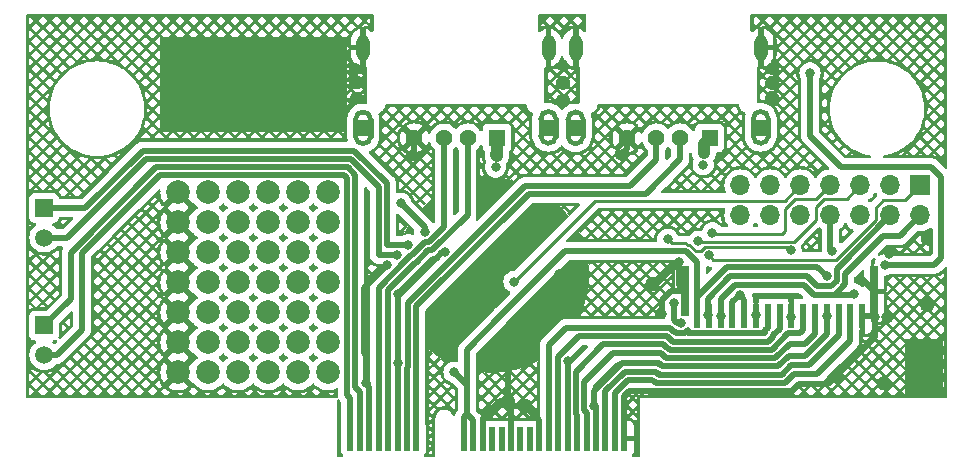
<source format=gbr>
%TF.GenerationSoftware,KiCad,Pcbnew,7.99.0-unknown-70ffd971e3~172~ubuntu22.04.1*%
%TF.CreationDate,2023-07-09T07:41:58-05:00*%
%TF.ProjectId,ext_pcb,6578745f-7063-4622-9e6b-696361645f70,rev?*%
%TF.SameCoordinates,Original*%
%TF.FileFunction,Copper,L1,Top*%
%TF.FilePolarity,Positive*%
%FSLAX46Y46*%
G04 Gerber Fmt 4.6, Leading zero omitted, Abs format (unit mm)*
G04 Created by KiCad (PCBNEW 7.99.0-unknown-70ffd971e3~172~ubuntu22.04.1) date 2023-07-09 07:41:58*
%MOMM*%
%LPD*%
G01*
G04 APERTURE LIST*
%TA.AperFunction,EtchedComponent*%
%ADD10C,0.406400*%
%TD*%
%TA.AperFunction,ComponentPad*%
%ADD11C,2.000000*%
%TD*%
%TA.AperFunction,ComponentPad*%
%ADD12R,1.508000X1.508000*%
%TD*%
%TA.AperFunction,ComponentPad*%
%ADD13C,1.508000*%
%TD*%
%TA.AperFunction,ComponentPad*%
%ADD14R,1.700000X1.700000*%
%TD*%
%TA.AperFunction,ComponentPad*%
%ADD15O,1.700000X1.700000*%
%TD*%
%TA.AperFunction,SMDPad,CuDef*%
%ADD16R,0.600000X2.000000*%
%TD*%
%TA.AperFunction,SMDPad,CuDef*%
%ADD17R,0.700000X4.200000*%
%TD*%
%TA.AperFunction,ComponentPad*%
%ADD18R,1.431000X1.431000*%
%TD*%
%TA.AperFunction,ComponentPad*%
%ADD19C,1.431000*%
%TD*%
%TA.AperFunction,ComponentPad*%
%ADD20R,1.408000X1.408000*%
%TD*%
%TA.AperFunction,ComponentPad*%
%ADD21O,1.108000X2.216000*%
%TD*%
%TA.AperFunction,ViaPad*%
%ADD22C,0.800000*%
%TD*%
%TA.AperFunction,Conductor*%
%ADD23C,0.500000*%
%TD*%
%TA.AperFunction,Conductor*%
%ADD24C,0.250000*%
%TD*%
%TA.AperFunction,Conductor*%
%ADD25C,1.000000*%
%TD*%
G04 APERTURE END LIST*
D10*
%TO.C,J2*%
X136927800Y-77647200D02*
X136927800Y-79047200D01*
X138227800Y-77647200D02*
X138227800Y-79047200D01*
X152607800Y-77607200D02*
X152607800Y-79007200D01*
X153907800Y-77607200D02*
X153907800Y-79007200D01*
X138227800Y-77647200D02*
G75*
G03*
X136927800Y-77647200I-650000J0D01*
G01*
X136927800Y-79047200D02*
G75*
G03*
X138227800Y-79047200I650000J0D01*
G01*
X153907800Y-77607200D02*
G75*
G03*
X152607800Y-77607200I-650000J0D01*
G01*
X152607800Y-79007200D02*
G75*
G03*
X153907800Y-79007200I650000J0D01*
G01*
%TO.C,J3*%
X154918400Y-77647200D02*
X154918400Y-79047200D01*
X156218400Y-77647200D02*
X156218400Y-79047200D01*
X170598400Y-77607200D02*
X170598400Y-79007200D01*
X171898400Y-77607200D02*
X171898400Y-79007200D01*
X156218400Y-77647200D02*
G75*
G03*
X154918400Y-77647200I-650000J0D01*
G01*
X154918400Y-79047200D02*
G75*
G03*
X156218400Y-79047200I650000J0D01*
G01*
X171898400Y-77607200D02*
G75*
G03*
X170598400Y-77607200I-650000J0D01*
G01*
X170598400Y-79007200D02*
G75*
G03*
X171898400Y-79007200I650000J0D01*
G01*
%TD*%
D11*
%TO.P,REF\u002A\u002A,1*%
%TO.N,N/C*%
X127000000Y-83820000D03*
%TO.P,REF\u002A\u002A,2*%
X127000000Y-86360000D03*
%TO.P,REF\u002A\u002A,3*%
X127000000Y-88900000D03*
%TO.P,REF\u002A\u002A,4*%
X127000000Y-91440000D03*
%TO.P,REF\u002A\u002A,5*%
X127000000Y-93980000D03*
%TO.P,REF\u002A\u002A,6*%
X127000000Y-96520000D03*
%TO.P,REF\u002A\u002A,7*%
X127000000Y-99060000D03*
%TD*%
%TO.P,REF\u002A\u002A,1*%
%TO.N,N/C*%
X129540000Y-83820000D03*
%TO.P,REF\u002A\u002A,2*%
X129540000Y-86360000D03*
%TO.P,REF\u002A\u002A,3*%
X129540000Y-88900000D03*
%TO.P,REF\u002A\u002A,4*%
X129540000Y-91440000D03*
%TO.P,REF\u002A\u002A,5*%
X129540000Y-93980000D03*
%TO.P,REF\u002A\u002A,6*%
X129540000Y-96520000D03*
%TO.P,REF\u002A\u002A,7*%
X129540000Y-99060000D03*
%TD*%
%TO.P,REF\u002A\u002A,1*%
%TO.N,GND*%
X121920000Y-83820000D03*
%TO.P,REF\u002A\u002A,2*%
X121920000Y-86360000D03*
%TO.P,REF\u002A\u002A,3*%
X121920000Y-88900000D03*
%TO.P,REF\u002A\u002A,4*%
X121920000Y-91440000D03*
%TO.P,REF\u002A\u002A,5*%
X121920000Y-93980000D03*
%TO.P,REF\u002A\u002A,6*%
X121920000Y-96520000D03*
%TO.P,REF\u002A\u002A,7*%
X121920000Y-99060000D03*
%TD*%
D12*
%TO.P,J6,1,1*%
%TO.N,/SPK_LN*%
X110580250Y-95080000D03*
D13*
%TO.P,J6,2,2*%
%TO.N,/SPK_LP*%
X110580250Y-97580000D03*
%TD*%
D14*
%TO.P,J4,1,Pin_1*%
%TO.N,/GPIO38_CM6*%
X184765000Y-83215000D03*
D15*
%TO.P,J4,2,Pin_2*%
%TO.N,/GPIO45_CM_SCL0*%
X184765000Y-85755000D03*
%TO.P,J4,3,Pin_3*%
%TO.N,/GPIO37_CM27*%
X182225000Y-83215000D03*
%TO.P,J4,4,Pin_4*%
%TO.N,/GPIO44_CM_SDA0*%
X182225000Y-85755000D03*
%TO.P,J4,5,Pin_5*%
%TO.N,/GPIO36_CM26*%
X179685000Y-83215000D03*
%TO.P,J4,6,Pin_6*%
%TO.N,/GPIO43_CM23*%
X179685000Y-85755000D03*
%TO.P,J4,7,Pin_7*%
%TO.N,/GPIO35_CM25*%
X177145000Y-83215000D03*
%TO.P,J4,8,Pin_8*%
%TO.N,/CAM_PWR_EN*%
X177145000Y-85755000D03*
%TO.P,J4,9,Pin_9*%
%TO.N,/GPIO34_CM24*%
X174605000Y-83215000D03*
%TO.P,J4,10,Pin_10*%
%TO.N,/GPIO41_CM17*%
X174605000Y-85755000D03*
%TO.P,J4,11,Pin_11*%
%TO.N,/GPIO33_CM15_RX0*%
X172065000Y-83215000D03*
%TO.P,J4,12,Pin_12*%
%TO.N,/GPIO40_CM16*%
X172065000Y-85755000D03*
%TO.P,J4,13,Pin_13*%
%TO.N,/GPIO32_CM14_TX0*%
X169525000Y-83215000D03*
%TO.P,J4,14,Pin_14*%
%TO.N,/GPIO39_CM7*%
X169525000Y-85755000D03*
%TD*%
D16*
%TO.P,J1,1,1*%
%TO.N,GND*%
X179840000Y-94300000D03*
%TO.P,J1,2,2*%
%TO.N,/CAM1_DN0*%
X178840000Y-94300000D03*
%TO.P,J1,3,3*%
%TO.N,/CAM1_DP0*%
X177840000Y-94300000D03*
%TO.P,J1,4,4*%
%TO.N,GND*%
X176840000Y-94300000D03*
%TO.P,J1,5,5*%
%TO.N,/CAM1_DN1*%
X175840000Y-94300000D03*
%TO.P,J1,6,6*%
%TO.N,/CAM1_DP1*%
X174840000Y-94300000D03*
%TO.P,J1,7,7*%
%TO.N,GND*%
X173840000Y-94300000D03*
%TO.P,J1,8,8*%
%TO.N,/CAM1_CN*%
X172840000Y-94300000D03*
%TO.P,J1,9,9*%
%TO.N,/CAM1_CP*%
X171840000Y-94300000D03*
%TO.P,J1,10,10*%
%TO.N,GND*%
X170840000Y-94300000D03*
%TO.P,J1,11,11*%
%TO.N,/CAM_PWR_EN*%
X169840000Y-94300000D03*
%TO.P,J1,12,12*%
X168840000Y-94300000D03*
%TO.P,J1,13,13*%
%TO.N,/GPIO45_CM_SCL0*%
X167840000Y-94300000D03*
%TO.P,J1,14,14*%
%TO.N,/GPIO44_CM_SDA0*%
X166840000Y-94300000D03*
%TO.P,J1,15,15*%
%TO.N,/3.3V*%
X165840000Y-94300000D03*
D17*
%TO.P,J1,S1,SHIELD*%
%TO.N,GND*%
X180840000Y-92200000D03*
%TO.P,J1,S2,SHIELD*%
X164840000Y-92200000D03*
%TD*%
D12*
%TO.P,J5,1,1*%
%TO.N,/SPK_RN*%
X110580250Y-85140000D03*
D13*
%TO.P,J5,2,2*%
%TO.N,/SPK_RP*%
X110580250Y-87640000D03*
%TD*%
D16*
%TO.P,P1,1,SPK_LP*%
%TO.N,/SPK_LP*%
X136500000Y-104650000D03*
%TO.P,P1,3,SPK_LN*%
%TO.N,/SPK_LN*%
X137300000Y-104650000D03*
%TO.P,P1,5,GND*%
%TO.N,GND*%
X138100000Y-104650000D03*
%TO.P,P1,7,DP3*%
%TO.N,/DP3*%
X138900000Y-104650000D03*
%TO.P,P1,9,DM3*%
%TO.N,/DM3*%
X139700000Y-104650000D03*
%TO.P,P1,11,GND*%
%TO.N,GND*%
X140500000Y-104650000D03*
%TO.P,P1,13,DP4*%
%TO.N,/DP4*%
X141300000Y-104650000D03*
%TO.P,P1,15,DM4*%
%TO.N,/DM4*%
X142100000Y-104650000D03*
%TO.P,P1,17,3V3*%
%TO.N,/3.3V*%
X146100000Y-104650000D03*
%TO.P,P1,19,3V3*%
X146900000Y-104650000D03*
%TO.P,P1,21,GND*%
%TO.N,GND*%
X147700000Y-104650000D03*
%TO.P,P1,23,CAM1_DP3*%
%TO.N,unconnected-(P1-CAM1_DP3-Pad23)*%
X148500000Y-104650000D03*
%TO.P,P1,25,CAM1_DN3*%
%TO.N,unconnected-(P1-CAM1_DN3-Pad25)*%
X149300000Y-104650000D03*
%TO.P,P1,27,GND*%
%TO.N,GND*%
X150100000Y-104650000D03*
%TO.P,P1,29,CAM1_DP2*%
%TO.N,unconnected-(P1-CAM1_DP2-Pad29)*%
X150900000Y-104650000D03*
%TO.P,P1,31,CAM1_DN2*%
%TO.N,unconnected-(P1-CAM1_DN2-Pad31)*%
X151700000Y-104650000D03*
%TO.P,P1,33,GND*%
%TO.N,GND*%
X152500000Y-104650000D03*
%TO.P,P1,35,CAM1_CP*%
%TO.N,/CAM1_CP*%
X153300000Y-104650000D03*
%TO.P,P1,37,CAM1_CN*%
%TO.N,/CAM1_CN*%
X154100000Y-104650000D03*
%TO.P,P1,39,GND*%
%TO.N,GND*%
X154900000Y-104650000D03*
%TO.P,P1,41,CAM1_DP1*%
%TO.N,/CAM1_DP1*%
X155700000Y-104650000D03*
%TO.P,P1,43,CAM1_DN1*%
%TO.N,/CAM1_DN1*%
X156500000Y-104650000D03*
%TO.P,P1,45,GND*%
%TO.N,GND*%
X157300000Y-104650000D03*
%TO.P,P1,47,CAM1_DP0*%
%TO.N,/CAM1_DP0*%
X158100000Y-104650000D03*
%TO.P,P1,49,CAM1_DN0*%
%TO.N,/CAM1_DN0*%
X158900000Y-104650000D03*
%TO.P,P1,51,GND*%
%TO.N,GND*%
X159700000Y-104650000D03*
%TD*%
D11*
%TO.P,REF\u002A\u002A,1*%
%TO.N,/5V*%
X134620000Y-83820000D03*
%TO.P,REF\u002A\u002A,2*%
X134620000Y-86360000D03*
%TO.P,REF\u002A\u002A,3*%
X134620000Y-88900000D03*
%TO.P,REF\u002A\u002A,4*%
X134620000Y-91440000D03*
%TO.P,REF\u002A\u002A,5*%
X134620000Y-93980000D03*
%TO.P,REF\u002A\u002A,6*%
X134620000Y-96520000D03*
%TO.P,REF\u002A\u002A,7*%
X134620000Y-99060000D03*
%TD*%
%TO.P,REF\u002A\u002A,1*%
%TO.N,/3.3V*%
X132080000Y-83820000D03*
%TO.P,REF\u002A\u002A,2*%
X132080000Y-86360000D03*
%TO.P,REF\u002A\u002A,3*%
X132080000Y-88900000D03*
%TO.P,REF\u002A\u002A,4*%
X132080000Y-91440000D03*
%TO.P,REF\u002A\u002A,5*%
X132080000Y-93980000D03*
%TO.P,REF\u002A\u002A,6*%
X132080000Y-96520000D03*
%TO.P,REF\u002A\u002A,7*%
X132080000Y-99060000D03*
%TD*%
%TO.P,REF\u002A\u002A,1*%
%TO.N,N/C*%
X124460000Y-83820000D03*
%TO.P,REF\u002A\u002A,2*%
X124460000Y-86360000D03*
%TO.P,REF\u002A\u002A,3*%
X124460000Y-88900000D03*
%TO.P,REF\u002A\u002A,4*%
X124460000Y-91440000D03*
%TO.P,REF\u002A\u002A,5*%
X124460000Y-93980000D03*
%TO.P,REF\u002A\u002A,6*%
X124460000Y-96520000D03*
%TO.P,REF\u002A\u002A,7*%
X124460000Y-99060000D03*
%TD*%
D18*
%TO.P,J2,1,1*%
%TO.N,/5V*%
X148927800Y-79197200D03*
D19*
%TO.P,J2,2,2*%
%TO.N,/DM3*%
X146427800Y-79197200D03*
%TO.P,J2,3,3*%
%TO.N,/DP3*%
X144427800Y-79197200D03*
%TO.P,J2,4,4*%
%TO.N,GND*%
X141927800Y-79197200D03*
D20*
%TO.P,J2,MH1,MH1*%
X137577800Y-78347200D03*
%TO.P,J2,MH2,MH2*%
X153277800Y-78347200D03*
D21*
%TO.P,J2,MH3,MH3*%
X137577800Y-71547200D03*
%TO.P,J2,MH4,MH4*%
X153277800Y-71547200D03*
%TD*%
D18*
%TO.P,J3,1,1*%
%TO.N,/5V*%
X166918400Y-79197200D03*
D19*
%TO.P,J3,2,2*%
%TO.N,/DM4*%
X164418400Y-79197200D03*
%TO.P,J3,3,3*%
%TO.N,/DP4*%
X162418400Y-79197200D03*
%TO.P,J3,4,4*%
%TO.N,GND*%
X159918400Y-79197200D03*
D20*
%TO.P,J3,MH1,MH1*%
X155568400Y-78347200D03*
%TO.P,J3,MH2,MH2*%
X171268400Y-78347200D03*
D21*
%TO.P,J3,MH3,MH3*%
X155568400Y-71547200D03*
%TO.P,J3,MH4,MH4*%
X171268400Y-71547200D03*
%TD*%
D22*
%TO.N,/3.3V*%
X140766800Y-84734400D03*
X176860000Y-90920000D03*
X181768603Y-89943091D03*
X145288000Y-99034600D03*
X142798800Y-87172800D03*
X175420000Y-73700000D03*
%TO.N,/5V*%
X148790000Y-81670000D03*
X166436000Y-80470000D03*
X148920000Y-80710000D03*
X166380000Y-81450000D03*
%TO.N,/CAM_PWR_EN*%
X177318481Y-88757915D03*
X169452006Y-92492006D03*
%TO.N,/GPIO38_CM6*%
X166840000Y-89150000D03*
%TO.N,/SPK_RP*%
X140487400Y-89089600D03*
%TO.N,/GPIO37_CM27*%
X173800000Y-88730000D03*
X163380031Y-87780000D03*
%TO.N,/GPIO36_CM26*%
X165963625Y-87965147D03*
%TO.N,/GPIO35_CM25*%
X167146201Y-87250000D03*
%TO.N,/GPIO34_CM24*%
X150357500Y-91356459D03*
%TO.N,/GPIO45_CM_SCL0*%
X167840000Y-94300000D03*
X179130000Y-92400000D03*
%TO.N,/GPIO44_CM_SDA0*%
X166763959Y-94223959D03*
%TO.N,/GPIO43_CM23*%
X164469106Y-94900001D03*
X163877577Y-93187577D03*
%TO.N,/SPK_RN*%
X141401800Y-88239600D03*
%TO.N,GND*%
X147980575Y-102643184D03*
X136990000Y-74500000D03*
X180900000Y-94330000D03*
X181670000Y-99980000D03*
X173840000Y-94320000D03*
X181850000Y-94340000D03*
X162070518Y-91600518D03*
X179660000Y-91170000D03*
X154900000Y-98079543D03*
X149871416Y-101493465D03*
X140570000Y-92450000D03*
X154150000Y-90760000D03*
X137030000Y-75890000D03*
X172190000Y-73250000D03*
X176850000Y-94310000D03*
X157164182Y-101937900D03*
X144473625Y-88892089D03*
X137000000Y-73270000D03*
X185410000Y-87710000D03*
X151315000Y-101890015D03*
X154490000Y-76050000D03*
X137799181Y-99970217D03*
X172220000Y-75810000D03*
X164334321Y-89670000D03*
X185350000Y-93340000D03*
X154490000Y-74540000D03*
X182110000Y-89000000D03*
X162070520Y-91600520D03*
X162904159Y-94088189D03*
X162070519Y-91600519D03*
X154510000Y-72940000D03*
X141840000Y-80580000D03*
X177600000Y-99360000D03*
X172220000Y-74540000D03*
X170840000Y-94230000D03*
X159490000Y-80530000D03*
X139620000Y-89939600D03*
X140520000Y-98250000D03*
%TD*%
D23*
%TO.N,/SPK_LP*%
X136231400Y-100988900D02*
X136231400Y-82631400D01*
X136500000Y-101257500D02*
X136231400Y-100988900D01*
X113795025Y-88934975D02*
X113795025Y-95424975D01*
X136500000Y-104650000D02*
X136500000Y-101257500D01*
X111640000Y-97580000D02*
X110580250Y-97580000D01*
X120360000Y-82370000D02*
X113795025Y-88934975D01*
X135970000Y-82370000D02*
X120360000Y-82370000D01*
X113795025Y-95424975D02*
X111640000Y-97580000D01*
X136231400Y-82631400D02*
X135970000Y-82370000D01*
%TO.N,/3.3V*%
X186550000Y-89340000D02*
X186550000Y-82530000D01*
X146900000Y-103090000D02*
X146900000Y-104650000D01*
X175420000Y-79020000D02*
X175420000Y-73700000D01*
X185700000Y-81680000D02*
X178080000Y-81680000D01*
X176040000Y-90100000D02*
X176860000Y-90920000D01*
X146380000Y-102570000D02*
X146900000Y-103090000D01*
X186550000Y-82530000D02*
X185700000Y-81680000D01*
X165840000Y-89680000D02*
X165840000Y-92680000D01*
X165840000Y-94300000D02*
X165840000Y-92680000D01*
X154670000Y-88800000D02*
X164960000Y-88800000D01*
X142798800Y-86766400D02*
X140766800Y-84734400D01*
X164960000Y-88800000D02*
X165840000Y-89680000D01*
X142798800Y-87172800D02*
X142798800Y-86766400D01*
X168420000Y-90100000D02*
X176040000Y-90100000D01*
X181768603Y-89943091D02*
X185946909Y-89943091D01*
X178080000Y-81680000D02*
X175420000Y-79020000D01*
D24*
X175200000Y-73920000D02*
X175420000Y-73700000D01*
D23*
X146100000Y-102850000D02*
X146380000Y-102570000D01*
X165840000Y-92680000D02*
X168420000Y-90100000D01*
X149280000Y-94230000D02*
X149280000Y-94190000D01*
X146380000Y-100126600D02*
X145288000Y-99034600D01*
X146380000Y-100690051D02*
X146380000Y-100126600D01*
X146380000Y-102570000D02*
X146380000Y-100690051D01*
X146380000Y-97130000D02*
X149280000Y-94230000D01*
X185946909Y-89943091D02*
X186550000Y-89340000D01*
X149280000Y-94190000D02*
X154670000Y-88800000D01*
X146380000Y-100690051D02*
X146380000Y-97130000D01*
X146100000Y-104650000D02*
X146100000Y-102850000D01*
D25*
%TO.N,/5V*%
X148864000Y-80530000D02*
X148864000Y-80654000D01*
X148864000Y-80654000D02*
X148920000Y-80710000D01*
X148920000Y-79205000D02*
X148927800Y-79197200D01*
X166436000Y-79679600D02*
X166918400Y-79197200D01*
X166436000Y-80470000D02*
X166436000Y-79679600D01*
X148920000Y-80710000D02*
X148920000Y-79205000D01*
D23*
%TO.N,/DM3*%
X143110632Y-88722800D02*
X142043832Y-89789600D01*
X142043832Y-89789600D02*
X141979432Y-89789600D01*
X139670000Y-104620000D02*
X139700000Y-104650000D01*
X146427800Y-85735832D02*
X143440832Y-88722800D01*
X143440832Y-88722800D02*
X143110632Y-88722800D01*
X139670000Y-92099032D02*
X139670000Y-104620000D01*
X146427800Y-79197200D02*
X146427800Y-85735832D01*
X141979432Y-89789600D02*
X139670000Y-92099032D01*
%TO.N,/DP3*%
X141337400Y-89441682D02*
X138900000Y-91879082D01*
X141337400Y-89420569D02*
X141337400Y-89441682D01*
X141753882Y-89089600D02*
X141668369Y-89089600D01*
X144427800Y-86745882D02*
X143150882Y-88022800D01*
X142820682Y-88022800D02*
X141753882Y-89089600D01*
X138900000Y-91879082D02*
X138900000Y-104650000D01*
X141668369Y-89089600D02*
X141337400Y-89420569D01*
X143150882Y-88022800D02*
X142820682Y-88022800D01*
X144427800Y-79197200D02*
X144427800Y-86745882D01*
%TO.N,/DM4*%
X161511000Y-83945000D02*
X151625000Y-83945000D01*
X164418400Y-79197200D02*
X164439600Y-79218400D01*
X164439600Y-81016400D02*
X161511000Y-83945000D01*
X151625000Y-83945000D02*
X142100000Y-93470000D01*
X142100000Y-93470000D02*
X142100000Y-104650000D01*
X164439600Y-79218400D02*
X164439600Y-81016400D01*
%TO.N,/DP4*%
X151322796Y-83245000D02*
X141400000Y-93167796D01*
X141400000Y-93167796D02*
X141400000Y-98572082D01*
X141300000Y-98672082D02*
X141300000Y-104650000D01*
X162418400Y-79197200D02*
X162418400Y-81037600D01*
X162418400Y-81037600D02*
X160211000Y-83245000D01*
X160211000Y-83245000D02*
X151322796Y-83245000D01*
X141400000Y-98572082D02*
X141300000Y-98672082D01*
%TO.N,/CAM_PWR_EN*%
X177145000Y-88584434D02*
X177318481Y-88757915D01*
X177145000Y-85755000D02*
X177145000Y-88584434D01*
X168840000Y-94300000D02*
X168840000Y-93104012D01*
X168840000Y-93104012D02*
X169452006Y-92492006D01*
X169840000Y-94300000D02*
X169840000Y-92880000D01*
X169840000Y-92880000D02*
X169452006Y-92492006D01*
D24*
%TO.N,/GPIO38_CM6*%
X184765000Y-83215000D02*
X183490000Y-84490000D01*
X181600000Y-84490000D02*
X180970000Y-85120000D01*
X177576701Y-89525000D02*
X167215000Y-89525000D01*
X183490000Y-84490000D02*
X181600000Y-84490000D01*
X180970000Y-86131701D02*
X177576701Y-89525000D01*
X167215000Y-89525000D02*
X166840000Y-89150000D01*
X180970000Y-85120000D02*
X180970000Y-86131701D01*
D23*
%TO.N,/SPK_RP*%
X138899000Y-89089600D02*
X138899000Y-83319102D01*
X112540101Y-87640000D02*
X110580250Y-87640000D01*
X140487400Y-89089600D02*
X138899000Y-89089600D01*
X138899000Y-83319102D02*
X136549898Y-80970000D01*
X119210100Y-80970000D02*
X112540101Y-87640000D01*
X136549898Y-80970000D02*
X119210100Y-80970000D01*
%TO.N,/SPK_LN*%
X136931400Y-82341450D02*
X136259949Y-81670000D01*
X112830000Y-88910050D02*
X112830000Y-92830250D01*
X136259949Y-81670000D02*
X120070050Y-81670000D01*
X120070050Y-81670000D02*
X112830000Y-88910050D01*
X137300000Y-100673851D02*
X136931400Y-100305250D01*
X137300000Y-104650000D02*
X137300000Y-100673851D01*
X112830000Y-92830250D02*
X110580250Y-95080000D01*
X136931400Y-100305250D02*
X136931400Y-82341450D01*
D24*
%TO.N,/GPIO37_CM27*%
X173495000Y-88425000D02*
X166539695Y-88425000D01*
X165028173Y-88225000D02*
X164928173Y-88125000D01*
X165743173Y-88770000D02*
X165198173Y-88225000D01*
X173800000Y-88730000D02*
X173495000Y-88425000D01*
X166194695Y-88770000D02*
X165743173Y-88770000D01*
X163725031Y-88125000D02*
X163380031Y-87780000D01*
X164928173Y-88125000D02*
X163725031Y-88125000D01*
X166539695Y-88425000D02*
X166194695Y-88770000D01*
X165198173Y-88225000D02*
X165028173Y-88225000D01*
%TO.N,/GPIO36_CM26*%
X175900000Y-85080000D02*
X175900000Y-86121701D01*
X178510000Y-84390000D02*
X176590000Y-84390000D01*
X174046701Y-87975000D02*
X166353299Y-87975000D01*
X176590000Y-84390000D02*
X175900000Y-85080000D01*
X179685000Y-83215000D02*
X178510000Y-84390000D01*
X166293299Y-88035000D02*
X166033478Y-88035000D01*
X175900000Y-86121701D02*
X174046701Y-87975000D01*
X166033478Y-88035000D02*
X165963625Y-87965147D01*
X166353299Y-87975000D02*
X166293299Y-88035000D01*
%TO.N,/GPIO35_CM25*%
X174130000Y-84390000D02*
X173330000Y-85190000D01*
X177128604Y-83215000D02*
X175953604Y-84390000D01*
X175953604Y-84390000D02*
X174130000Y-84390000D01*
X173330000Y-87100000D02*
X173055000Y-87375000D01*
X167271201Y-87375000D02*
X167146201Y-87250000D01*
X173330000Y-85190000D02*
X173330000Y-87100000D01*
X177145000Y-83215000D02*
X177128604Y-83215000D01*
X173055000Y-87375000D02*
X167271201Y-87375000D01*
%TO.N,/GPIO34_CM24*%
X157193959Y-84520000D02*
X150357500Y-91356459D01*
X174605000Y-83215000D02*
X173300000Y-84520000D01*
X173300000Y-84520000D02*
X157193959Y-84520000D01*
D23*
%TO.N,/GPIO45_CM_SCL0*%
X169030000Y-91610000D02*
X167840000Y-92800000D01*
X184765000Y-85755000D02*
X183010000Y-87510000D01*
X174890101Y-91610000D02*
X169030000Y-91610000D01*
X181580000Y-87510000D02*
X178410000Y-90680000D01*
X167840000Y-92800000D02*
X167840000Y-94300000D01*
X183010000Y-87510000D02*
X181580000Y-87510000D01*
X177502031Y-92470000D02*
X175750101Y-92470000D01*
X178410000Y-90680000D02*
X178410000Y-91562032D01*
X177502031Y-92470000D02*
X179060000Y-92470000D01*
X178410000Y-91562032D02*
X177502031Y-92470000D01*
X175750101Y-92470000D02*
X174890101Y-91610000D01*
X179060000Y-92470000D02*
X179130000Y-92400000D01*
%TO.N,/CAM1_CP*%
X163560049Y-95260000D02*
X154778959Y-95260000D01*
X164821188Y-95750001D02*
X164117024Y-95750001D01*
X171840000Y-95260000D02*
X171620000Y-95480000D01*
X171620000Y-95480000D02*
X171590000Y-95480000D01*
X165090000Y-95481189D02*
X164821188Y-95750001D01*
X171840000Y-94300000D02*
X171840000Y-95260000D01*
X153300000Y-96738959D02*
X153300000Y-104650000D01*
X163900051Y-95600001D02*
X163560049Y-95260000D01*
X165090000Y-95750000D02*
X165090000Y-95481189D01*
X164117024Y-95750001D02*
X163967024Y-95600001D01*
X171590000Y-95480000D02*
X171590000Y-95750000D01*
X171590000Y-95750000D02*
X165090000Y-95750000D01*
X163967024Y-95600001D02*
X163900051Y-95600001D01*
X154778959Y-95260000D02*
X153300000Y-96738959D01*
%TO.N,/GPIO44_CM_SDA0*%
X175180050Y-90910000D02*
X168660000Y-90910000D01*
X177710000Y-91272082D02*
X177212082Y-91770000D01*
X177212082Y-91770000D02*
X176040050Y-91770000D01*
X177710000Y-90270000D02*
X177710000Y-91272082D01*
X168660000Y-90910000D02*
X166763959Y-92806041D01*
X176040050Y-91770000D02*
X175180050Y-90910000D01*
X182225000Y-85755000D02*
X177710000Y-90270000D01*
X166763959Y-92806041D02*
X166763959Y-94223959D01*
%TO.N,/CAM1_CN*%
X172290000Y-95918120D02*
X172290000Y-96039949D01*
X172290000Y-96039949D02*
X171879949Y-96450000D01*
X172840000Y-95368120D02*
X172290000Y-95918120D01*
X163827074Y-96450001D02*
X163677075Y-96300001D01*
X163270100Y-95960000D02*
X155817461Y-95960000D01*
X163610102Y-96300001D02*
X163270100Y-95960000D01*
X172840000Y-94300000D02*
X172840000Y-95368120D01*
X171879949Y-96450000D02*
X163827074Y-96450001D01*
X154050000Y-97727461D02*
X154050000Y-104600000D01*
X155817461Y-95960000D02*
X154050000Y-97727461D01*
X154050000Y-104600000D02*
X154100000Y-104650000D01*
X163677075Y-96300001D02*
X163610102Y-96300001D01*
%TO.N,/GPIO43_CM23*%
X163877577Y-93187577D02*
X163877577Y-94587577D01*
X163877577Y-94587577D02*
X164190001Y-94900001D01*
X164190001Y-94900001D02*
X164469106Y-94900001D01*
%TO.N,/CAM1_DP1*%
X155600000Y-102565750D02*
X155700000Y-102665749D01*
X157920000Y-96660000D02*
X155600000Y-98980000D01*
X162980151Y-96660000D02*
X157920000Y-96660000D01*
X155700000Y-102665749D02*
X155700000Y-104650000D01*
X174840000Y-95460101D02*
X174550101Y-95750000D01*
X174550101Y-95750000D02*
X173569898Y-95750000D01*
X163387124Y-97000001D02*
X163320153Y-97000001D01*
X163537122Y-97150000D02*
X163387124Y-97000001D01*
X163320153Y-97000001D02*
X162980151Y-96660000D01*
X173569898Y-95750000D02*
X172169898Y-97150000D01*
X155600000Y-98980000D02*
X155600000Y-102565750D01*
X172169898Y-97150000D02*
X163537122Y-97150000D01*
X174840000Y-94300000D02*
X174840000Y-95460101D01*
%TO.N,/CAM1_DN1*%
X163247170Y-97849999D02*
X163097173Y-97700001D01*
X175840000Y-95800000D02*
X175020151Y-96619849D01*
X162770203Y-97440000D02*
X158730000Y-97440000D01*
X158730000Y-97440000D02*
X156300000Y-99870000D01*
X173689999Y-96619849D02*
X172459847Y-97850000D01*
X156500000Y-102475800D02*
X156500000Y-104650000D01*
X163097173Y-97700001D02*
X163030204Y-97700001D01*
X175840000Y-94300000D02*
X175840000Y-95800000D01*
X163030204Y-97700001D02*
X162770203Y-97440000D01*
X156300000Y-99870000D02*
X156300000Y-102275799D01*
X156300000Y-102275799D02*
X156500000Y-102475800D01*
X175020151Y-96619849D02*
X173689999Y-96619849D01*
X172459847Y-97850000D02*
X163247170Y-97849999D01*
%TO.N,/CAM1_DP0*%
X173839746Y-98450000D02*
X173039746Y-99250000D01*
X162450305Y-99100001D02*
X162330304Y-98980000D01*
X162517273Y-99100001D02*
X162450305Y-99100001D01*
X175309949Y-98450000D02*
X173839746Y-98450000D01*
X158100000Y-100640101D02*
X158100000Y-104650000D01*
X159760101Y-98980000D02*
X158100000Y-100640101D01*
X162667271Y-99249999D02*
X162517273Y-99100001D01*
X177840000Y-95919949D02*
X175309949Y-98450000D01*
X162330304Y-98980000D02*
X159760101Y-98980000D01*
X177840000Y-94300000D02*
X177840000Y-95919949D01*
X173039746Y-99250000D02*
X162667271Y-99249999D01*
%TO.N,/CAM1_DN0*%
X162227324Y-99800001D02*
X162160355Y-99800001D01*
X178840000Y-94300000D02*
X178840000Y-96380000D01*
X162377321Y-99949999D02*
X162227324Y-99800001D01*
X173329695Y-99950000D02*
X162377321Y-99949999D01*
X176030000Y-99190000D02*
X174089695Y-99190000D01*
X174089695Y-99190000D02*
X173329695Y-99950000D01*
X162160355Y-99800001D02*
X162040355Y-99680000D01*
X158900000Y-100830051D02*
X158900000Y-104650000D01*
X162040355Y-99680000D02*
X160050051Y-99680000D01*
X160050051Y-99680000D02*
X158900000Y-100830051D01*
X178840000Y-96380000D02*
X176030000Y-99190000D01*
%TO.N,/SPK_RN*%
X141401800Y-88239600D02*
X139623800Y-88239600D01*
X139623800Y-88239600D02*
X139623800Y-83053953D01*
X139623800Y-83053953D02*
X136839847Y-80270000D01*
X114050151Y-85140000D02*
X110580250Y-85140000D01*
X118920150Y-80270000D02*
X114050151Y-85140000D01*
X136839847Y-80270000D02*
X118920150Y-80270000D01*
%TO.N,GND*%
X140570000Y-92380000D02*
X143527200Y-89422800D01*
X172749797Y-98550000D02*
X173669797Y-97630000D01*
X179810000Y-91170000D02*
X180840000Y-92200000D01*
X138100000Y-104650000D02*
X138100000Y-100271036D01*
X159680000Y-101040000D02*
X160070001Y-100649999D01*
X160070001Y-100649999D02*
X173880000Y-100649999D01*
X174519999Y-100010000D02*
X176950000Y-100010000D01*
X176840000Y-95800000D02*
X176840000Y-94300000D01*
X137799182Y-99970215D02*
X137799182Y-97541482D01*
X162070520Y-91600520D02*
X162399480Y-91600520D01*
X149130294Y-101493465D02*
X147980575Y-102643184D01*
X162399480Y-91600520D02*
X164330000Y-89670000D01*
X141927800Y-80492200D02*
X141840000Y-80580000D01*
X157164182Y-101937900D02*
X157164182Y-100585970D01*
X159918400Y-80101600D02*
X159490000Y-80530000D01*
X162390000Y-91610000D02*
X162080000Y-91610000D01*
X173880000Y-100649999D02*
X174519999Y-100010000D01*
X152500000Y-104650000D02*
X152500000Y-103075015D01*
X140570000Y-98120000D02*
X140570000Y-92450000D01*
X180840000Y-94300000D02*
X179840000Y-94300000D01*
D24*
X140500000Y-98270000D02*
X140520000Y-98250000D01*
D23*
X137631400Y-91928200D02*
X139620000Y-89939600D01*
X143527200Y-89422800D02*
X143730782Y-89422799D01*
X152500000Y-103075015D02*
X151315000Y-101890015D01*
X164330000Y-89670000D02*
X164334321Y-89670000D01*
X151315000Y-101890015D02*
X150267966Y-101890015D01*
D24*
X137799182Y-99970216D02*
X137799182Y-99970215D01*
D23*
X137799182Y-97541482D02*
X137631400Y-97373700D01*
X162957221Y-98549999D02*
X172749797Y-98550000D01*
X149871416Y-95031427D02*
X154142843Y-90760000D01*
X154142843Y-90760000D02*
X154150000Y-90760000D01*
X138100000Y-100271036D02*
X137799181Y-99970217D01*
X144261492Y-88892089D02*
X144473625Y-88892089D01*
X159680000Y-103930000D02*
X159680000Y-101040000D01*
X162740255Y-98400001D02*
X162807223Y-98400001D01*
X180840000Y-93300000D02*
X180840000Y-94300000D01*
D24*
X140520000Y-98170000D02*
X140570000Y-98120000D01*
D23*
X150267966Y-101890015D02*
X149871416Y-101493465D01*
X162620254Y-98280000D02*
X162740255Y-98400001D01*
X137799181Y-100050819D02*
X137799181Y-99970217D01*
X149871416Y-101493465D02*
X149871416Y-95031427D01*
D24*
X180840000Y-92200000D02*
X180840000Y-93300000D01*
D23*
X150100000Y-101722049D02*
X149871416Y-101493465D01*
X141927800Y-79197200D02*
X141927800Y-80492200D01*
X137631400Y-97373700D02*
X137631400Y-91928200D01*
X173669797Y-97630000D02*
X175010000Y-97630000D01*
X176950000Y-100010000D02*
X177600000Y-99360000D01*
X162080000Y-91610000D02*
X162070518Y-91600518D01*
X180900000Y-94330000D02*
X180840000Y-92200000D01*
X179660000Y-91170000D02*
X179810000Y-91170000D01*
X159918400Y-79197200D02*
X159918400Y-80101600D01*
X177620000Y-99360000D02*
X177600000Y-99360000D01*
X149871416Y-101493465D02*
X149130294Y-101493465D01*
D24*
X140520000Y-98250000D02*
X140520000Y-98170000D01*
D23*
X140570000Y-92450000D02*
X140570000Y-92380000D01*
X157300000Y-104650000D02*
X157300000Y-102073718D01*
X147700000Y-104650000D02*
X147700000Y-102923759D01*
X150100000Y-104650000D02*
X150100000Y-101722049D01*
X180900000Y-94330000D02*
X180900000Y-96080000D01*
X159470151Y-98280000D02*
X162620254Y-98280000D01*
X164334321Y-91694321D02*
X164334321Y-89670000D01*
X157300000Y-102073718D02*
X157164182Y-101937900D01*
X163663072Y-92200000D02*
X162904159Y-92958913D01*
X162807223Y-98400001D02*
X162957221Y-98549999D01*
X164840000Y-92200000D02*
X164334321Y-91694321D01*
X162070519Y-91600519D02*
X162070518Y-91600518D01*
X157164182Y-100585970D02*
X159470151Y-98280000D01*
D24*
X159700000Y-104650000D02*
X159700000Y-103950000D01*
D23*
X175010000Y-97630000D02*
X176840000Y-95800000D01*
D24*
X137799181Y-99970217D02*
X137799182Y-99970216D01*
D23*
X147700000Y-102923759D02*
X147980575Y-102643184D01*
X162904159Y-92958913D02*
X162904159Y-94088189D01*
D24*
X159700000Y-103950000D02*
X159680000Y-103930000D01*
D23*
X154900000Y-104650000D02*
X154900000Y-98079543D01*
X164840000Y-92200000D02*
X163663072Y-92200000D01*
X143730782Y-89422799D02*
X144261492Y-88892089D01*
X140500000Y-104650000D02*
X140500000Y-98270000D01*
X180900000Y-96080000D02*
X177620000Y-99360000D01*
%TD*%
%TA.AperFunction,Conductor*%
%TO.N,GND*%
G36*
X156641128Y-89681623D02*
G01*
X156701330Y-90254409D01*
X156721430Y-90830000D01*
X156701330Y-91405591D01*
X156641128Y-91978377D01*
X156541116Y-92545569D01*
X156401784Y-93104402D01*
X156223808Y-93652155D01*
X156008056Y-94186159D01*
X155850352Y-94509500D01*
X154842664Y-94509500D01*
X154824694Y-94508191D01*
X154800931Y-94504710D01*
X154755492Y-94508686D01*
X154748890Y-94509264D01*
X154743489Y-94509500D01*
X154735248Y-94509500D01*
X154713538Y-94512037D01*
X154702683Y-94513306D01*
X154687378Y-94514645D01*
X154626158Y-94520001D01*
X154619091Y-94521460D01*
X154619079Y-94521404D01*
X154611722Y-94523035D01*
X154611736Y-94523092D01*
X154604702Y-94524759D01*
X154532534Y-94551025D01*
X154459634Y-94575181D01*
X154453085Y-94578236D01*
X154453060Y-94578183D01*
X154446267Y-94581471D01*
X154446293Y-94581523D01*
X154439839Y-94584764D01*
X154375667Y-94626971D01*
X154310306Y-94667285D01*
X154304642Y-94671765D01*
X154304606Y-94671719D01*
X154298757Y-94676484D01*
X154298794Y-94676528D01*
X154293269Y-94681164D01*
X154240557Y-94737034D01*
X152814358Y-96163231D01*
X152800729Y-96175010D01*
X152781468Y-96189349D01*
X152747898Y-96229356D01*
X152744253Y-96233335D01*
X152738409Y-96239181D01*
X152718059Y-96264918D01*
X152668695Y-96323748D01*
X152664729Y-96329778D01*
X152664682Y-96329747D01*
X152660630Y-96336106D01*
X152660679Y-96336136D01*
X152656889Y-96342280D01*
X152624424Y-96411900D01*
X152589960Y-96480525D01*
X152587488Y-96487316D01*
X152587432Y-96487295D01*
X152584960Y-96494409D01*
X152585015Y-96494428D01*
X152582742Y-96501286D01*
X152574990Y-96538830D01*
X152567207Y-96576524D01*
X152554001Y-96632243D01*
X152549498Y-96651245D01*
X152548661Y-96658413D01*
X152548601Y-96658406D01*
X152547835Y-96665904D01*
X152547895Y-96665910D01*
X152547265Y-96673099D01*
X152549500Y-96749875D01*
X152549500Y-98000520D01*
X152087189Y-98246336D01*
X151561040Y-98480593D01*
X151019832Y-98677576D01*
X150466202Y-98836327D01*
X149902846Y-98956072D01*
X149332509Y-99036228D01*
X148757971Y-99076403D01*
X148182029Y-99076403D01*
X147607491Y-99036228D01*
X147130500Y-98969190D01*
X147130500Y-97492228D01*
X147150185Y-97425189D01*
X147166814Y-97404552D01*
X149765638Y-94805727D01*
X149779267Y-94793950D01*
X149798530Y-94779610D01*
X149798532Y-94779606D01*
X149798534Y-94779606D01*
X149816663Y-94757999D01*
X149832113Y-94739585D01*
X149835767Y-94735599D01*
X149841589Y-94729778D01*
X149861928Y-94704054D01*
X149881135Y-94681164D01*
X149911302Y-94645214D01*
X149911304Y-94645209D01*
X149915272Y-94639179D01*
X149915323Y-94639212D01*
X149919369Y-94632860D01*
X149919317Y-94632828D01*
X149923107Y-94626682D01*
X149923106Y-94626682D01*
X149923111Y-94626677D01*
X149929966Y-94611974D01*
X149954663Y-94576703D01*
X154944547Y-89586818D01*
X155005871Y-89553334D01*
X155032229Y-89550500D01*
X156618007Y-89550500D01*
X156641128Y-89681623D01*
G37*
%TD.AperFunction*%
%TA.AperFunction,Conductor*%
G36*
X143890198Y-89426940D02*
G01*
X143928447Y-89485410D01*
X143929013Y-89555277D01*
X143897438Y-89608988D01*
X140914358Y-92592068D01*
X140900729Y-92603847D01*
X140881468Y-92618186D01*
X140847898Y-92658193D01*
X140844253Y-92662172D01*
X140838409Y-92668018D01*
X140818059Y-92693755D01*
X140768695Y-92752585D01*
X140764729Y-92758615D01*
X140764682Y-92758584D01*
X140760630Y-92764943D01*
X140760679Y-92764973D01*
X140756889Y-92771117D01*
X140724424Y-92840737D01*
X140689960Y-92909362D01*
X140687488Y-92916153D01*
X140687432Y-92916132D01*
X140684960Y-92923246D01*
X140685015Y-92923265D01*
X140682742Y-92930123D01*
X140667207Y-93005362D01*
X140665157Y-93014012D01*
X140630542Y-93074704D01*
X140568609Y-93107048D01*
X140538191Y-93104305D01*
X140420500Y-92632266D01*
X140420500Y-92461261D01*
X140440185Y-92394222D01*
X140456819Y-92373580D01*
X141347994Y-91482405D01*
X142334251Y-90496147D01*
X142357883Y-90479656D01*
X142356997Y-90478219D01*
X142361763Y-90475278D01*
X142369586Y-90471490D01*
X142369889Y-90471279D01*
X142370075Y-90471193D01*
X142370097Y-90471242D01*
X142376522Y-90468132D01*
X142376495Y-90468078D01*
X142382938Y-90464840D01*
X142382949Y-90464837D01*
X142447115Y-90422634D01*
X142512488Y-90382312D01*
X142512494Y-90382305D01*
X142518157Y-90377829D01*
X142518195Y-90377877D01*
X142524032Y-90373122D01*
X142523993Y-90373075D01*
X142529528Y-90368430D01*
X142582217Y-90312583D01*
X143173897Y-89720902D01*
X143384592Y-89510206D01*
X143445913Y-89476723D01*
X143461459Y-89474361D01*
X143468110Y-89473779D01*
X143470902Y-89473536D01*
X143476304Y-89473300D01*
X143484536Y-89473300D01*
X143484541Y-89473300D01*
X143496159Y-89471941D01*
X143517108Y-89469493D01*
X143529860Y-89468377D01*
X143593629Y-89462799D01*
X143593637Y-89462796D01*
X143600698Y-89461339D01*
X143600710Y-89461398D01*
X143608075Y-89459765D01*
X143608061Y-89459706D01*
X143615078Y-89458041D01*
X143615087Y-89458041D01*
X143687255Y-89431774D01*
X143760166Y-89407614D01*
X143760168Y-89407612D01*
X143767020Y-89405342D01*
X143767688Y-89407358D01*
X143826410Y-89398430D01*
X143890198Y-89426940D01*
G37*
%TD.AperFunction*%
%TA.AperFunction,Conductor*%
G36*
X143677300Y-86322140D02*
G01*
X143657615Y-86389179D01*
X143604811Y-86434934D01*
X143535653Y-86444878D01*
X143472097Y-86415853D01*
X143449700Y-86390281D01*
X143431829Y-86363109D01*
X143391510Y-86297742D01*
X143387034Y-86292082D01*
X143387081Y-86292044D01*
X143382319Y-86286199D01*
X143382274Y-86286238D01*
X143377634Y-86280708D01*
X143321764Y-86227996D01*
X142518731Y-85424964D01*
X142372106Y-85278338D01*
X142534418Y-85098075D01*
X142948716Y-84697992D01*
X143389912Y-84327784D01*
X143677300Y-84118985D01*
X143677300Y-86322140D01*
G37*
%TD.AperFunction*%
%TA.AperFunction,Conductor*%
G36*
X149332509Y-82623772D02*
G01*
X149902846Y-82703928D01*
X150466202Y-82823673D01*
X150634496Y-82871930D01*
X147303541Y-86202886D01*
X147242218Y-86236371D01*
X147172526Y-86231387D01*
X147116593Y-86189515D01*
X147092176Y-86124051D01*
X147105051Y-86059552D01*
X147137836Y-85994273D01*
X147137836Y-85994272D01*
X147137840Y-85994265D01*
X147137842Y-85994256D01*
X147140308Y-85987482D01*
X147140366Y-85987503D01*
X147142843Y-85980376D01*
X147142786Y-85980358D01*
X147145055Y-85973511D01*
X147145056Y-85973506D01*
X147145057Y-85973504D01*
X147160590Y-85898273D01*
X147178300Y-85823553D01*
X147178300Y-85823551D01*
X147179139Y-85816380D01*
X147179198Y-85816386D01*
X147179964Y-85808886D01*
X147179905Y-85808881D01*
X147180534Y-85801691D01*
X147178300Y-85724914D01*
X147178300Y-82684091D01*
X147607491Y-82623772D01*
X148182029Y-82583597D01*
X148757971Y-82583597D01*
X149332509Y-82623772D01*
G37*
%TD.AperFunction*%
%TD*%
%TA.AperFunction,NonConductor*%
G36*
X145677300Y-85373601D02*
G01*
X145657615Y-85440640D01*
X145640981Y-85461282D01*
X145389981Y-85712282D01*
X145328658Y-85745767D01*
X145258966Y-85740783D01*
X145203033Y-85698911D01*
X145178616Y-85633447D01*
X145178300Y-85624601D01*
X145178300Y-83268746D01*
X145378960Y-83179407D01*
X145677300Y-83070820D01*
X145677300Y-85373601D01*
G37*
%TD.AperFunction*%
%TA.AperFunction,NonConductor*%
G36*
X141875340Y-86904308D02*
G01*
X141908825Y-86965631D01*
X141910980Y-87004949D01*
X141893340Y-87172799D01*
X141903961Y-87273854D01*
X141891391Y-87342584D01*
X141843659Y-87393607D01*
X141775919Y-87410725D01*
X141730204Y-87400095D01*
X141715632Y-87393607D01*
X141681603Y-87378456D01*
X141681601Y-87378455D01*
X141681600Y-87378455D01*
X141564902Y-87353650D01*
X141496446Y-87339100D01*
X141307154Y-87339100D01*
X141290763Y-87342584D01*
X141121997Y-87378455D01*
X141121992Y-87378457D01*
X140949070Y-87455448D01*
X140949065Y-87455451D01*
X140936438Y-87464625D01*
X141184420Y-86956188D01*
X141456303Y-86485271D01*
X141875340Y-86904308D01*
G37*
%TD.AperFunction*%
%TA.AperFunction,NonConductor*%
G36*
X155755580Y-86956188D02*
G01*
X156008056Y-87473841D01*
X156223808Y-88007845D01*
X156237343Y-88049500D01*
X154848411Y-88049500D01*
X154781372Y-88029815D01*
X154735617Y-87977011D01*
X154725673Y-87907853D01*
X154754698Y-87844297D01*
X154760730Y-87837819D01*
X155714139Y-86884410D01*
X155755580Y-86956188D01*
G37*
%TD.AperFunction*%
%TA.AperFunction,NonConductor*%
G36*
X153991284Y-84697992D02*
G01*
X154405582Y-85098075D01*
X154790962Y-85526083D01*
X155015670Y-85813696D01*
X150409728Y-90419640D01*
X150348405Y-90453125D01*
X150322047Y-90455959D01*
X150262854Y-90455959D01*
X150230397Y-90462857D01*
X150077697Y-90495314D01*
X150077692Y-90495316D01*
X149904770Y-90572307D01*
X149904765Y-90572310D01*
X149751629Y-90683570D01*
X149624966Y-90824244D01*
X149530321Y-90988174D01*
X149530318Y-90988181D01*
X149471827Y-91168199D01*
X149471826Y-91168203D01*
X149452040Y-91356459D01*
X149471826Y-91544715D01*
X149471827Y-91544718D01*
X149530318Y-91724736D01*
X149530321Y-91724743D01*
X149624967Y-91888675D01*
X149714935Y-91988594D01*
X149751629Y-92029347D01*
X149904765Y-92140607D01*
X149904770Y-92140610D01*
X149991292Y-92179133D01*
X150044529Y-92224383D01*
X150064850Y-92291233D01*
X150045804Y-92358456D01*
X150028537Y-92380093D01*
X148794358Y-93614272D01*
X148780729Y-93626051D01*
X148761468Y-93640390D01*
X148727898Y-93680397D01*
X148724253Y-93684376D01*
X148718409Y-93690222D01*
X148698059Y-93715959D01*
X148648695Y-93774789D01*
X148644729Y-93780819D01*
X148644682Y-93780788D01*
X148640632Y-93787144D01*
X148640681Y-93787175D01*
X148636889Y-93793323D01*
X148630033Y-93808025D01*
X148605334Y-93843296D01*
X145894358Y-96554272D01*
X145880729Y-96566051D01*
X145861468Y-96580390D01*
X145827898Y-96620397D01*
X145824253Y-96624376D01*
X145818409Y-96630222D01*
X145798059Y-96655959D01*
X145748695Y-96714789D01*
X145744729Y-96720819D01*
X145744682Y-96720788D01*
X145740630Y-96727147D01*
X145740679Y-96727177D01*
X145736889Y-96733321D01*
X145704424Y-96802941D01*
X145669960Y-96871566D01*
X145667488Y-96878357D01*
X145667432Y-96878336D01*
X145664960Y-96885450D01*
X145665015Y-96885469D01*
X145662742Y-96892327D01*
X145654975Y-96929945D01*
X145647207Y-96967565D01*
X145637956Y-97006600D01*
X145629498Y-97042286D01*
X145628661Y-97049454D01*
X145628601Y-97049447D01*
X145627835Y-97056945D01*
X145627895Y-97056951D01*
X145627265Y-97064140D01*
X145629500Y-97140916D01*
X145629500Y-98033443D01*
X145609815Y-98100482D01*
X145557011Y-98146237D01*
X145487853Y-98156181D01*
X145479720Y-98154733D01*
X145382647Y-98134100D01*
X145382646Y-98134100D01*
X145193354Y-98134100D01*
X145160897Y-98140998D01*
X145008197Y-98173455D01*
X145008192Y-98173457D01*
X144849025Y-98244323D01*
X144344285Y-97975948D01*
X143855859Y-97670745D01*
X143389912Y-97332216D01*
X142948716Y-96962008D01*
X142850500Y-96867161D01*
X142850500Y-93832229D01*
X142870185Y-93765190D01*
X142886819Y-93744548D01*
X151899548Y-84731819D01*
X151960871Y-84698334D01*
X151987229Y-84695500D01*
X153988314Y-84695500D01*
X153991284Y-84697992D01*
G37*
%TD.AperFunction*%
%TA.AperFunction,Conductor*%
%TO.N,GND*%
G36*
X136220000Y-78730000D02*
G01*
X120400000Y-78710000D01*
X120400000Y-70660000D01*
X136220000Y-70660000D01*
X136220000Y-78730000D01*
G37*
%TD.AperFunction*%
%TD*%
%TA.AperFunction,Conductor*%
%TO.N,GND*%
G36*
X186690000Y-101080000D02*
G01*
X183500000Y-101080000D01*
X183500000Y-96190000D01*
X186690000Y-96190000D01*
X186690000Y-101080000D01*
G37*
%TD.AperFunction*%
%TD*%
%TA.AperFunction,Conductor*%
%TO.N,GND*%
G36*
X180904846Y-89349034D02*
G01*
X180960780Y-89390905D01*
X180985197Y-89456370D01*
X180970345Y-89524643D01*
X180968901Y-89527214D01*
X180941425Y-89574804D01*
X180941421Y-89574813D01*
X180889840Y-89733565D01*
X180882929Y-89754835D01*
X180868764Y-89889610D01*
X180865006Y-89925370D01*
X180863143Y-89943091D01*
X180882929Y-90131347D01*
X180882930Y-90131350D01*
X180941421Y-90311368D01*
X180941424Y-90311375D01*
X181036067Y-90475303D01*
X181036068Y-90475305D01*
X181036070Y-90475307D01*
X181058151Y-90499830D01*
X181088380Y-90562820D01*
X181090000Y-90582801D01*
X181089999Y-91949999D01*
X181090000Y-91950000D01*
X181690000Y-91950000D01*
X181690000Y-91335874D01*
X182046159Y-91335874D01*
X182450625Y-91740340D01*
X182855090Y-91335874D01*
X183207229Y-91335874D01*
X183611694Y-91740340D01*
X184016160Y-91335874D01*
X184368298Y-91335874D01*
X184772764Y-91740340D01*
X185177229Y-91335874D01*
X185529367Y-91335874D01*
X185933833Y-91740340D01*
X186338298Y-91335874D01*
X185970831Y-90968407D01*
X185939022Y-90971190D01*
X185935450Y-90971399D01*
X185930386Y-90971549D01*
X185926744Y-90971549D01*
X185907227Y-90970979D01*
X185903623Y-90970769D01*
X185898584Y-90970327D01*
X185895298Y-90969943D01*
X185529367Y-91335874D01*
X185177229Y-91335874D01*
X184807946Y-90966591D01*
X185160084Y-90966591D01*
X185353298Y-91159805D01*
X185546513Y-90966591D01*
X185160084Y-90966591D01*
X184807946Y-90966591D01*
X184737582Y-90966591D01*
X184368298Y-91335874D01*
X184016160Y-91335874D01*
X183646877Y-90966591D01*
X183999015Y-90966591D01*
X184192229Y-91159805D01*
X184385444Y-90966591D01*
X183999015Y-90966591D01*
X183646877Y-90966591D01*
X183576513Y-90966591D01*
X183207229Y-91335874D01*
X182855090Y-91335874D01*
X182485807Y-90966591D01*
X182837946Y-90966591D01*
X183031160Y-91159805D01*
X183224375Y-90966591D01*
X182837946Y-90966591D01*
X182485807Y-90966591D01*
X182415443Y-90966591D01*
X182046159Y-91335874D01*
X181690000Y-91335874D01*
X181690000Y-90967591D01*
X181705477Y-90914883D01*
X186269445Y-90914883D01*
X186514367Y-91159805D01*
X186776500Y-90897673D01*
X186776500Y-90613007D01*
X186750469Y-90586976D01*
X186681145Y-90656302D01*
X186624484Y-90716361D01*
X186621930Y-90718914D01*
X186618246Y-90722389D01*
X186615553Y-90724786D01*
X186600600Y-90737332D01*
X186597757Y-90739580D01*
X186596502Y-90740513D01*
X186595335Y-90741553D01*
X186592552Y-90743890D01*
X186577251Y-90755987D01*
X186574390Y-90758118D01*
X186570246Y-90761024D01*
X186567202Y-90763027D01*
X186496890Y-90806396D01*
X186427886Y-90851780D01*
X186424801Y-90853683D01*
X186420417Y-90856212D01*
X186417258Y-90857915D01*
X186399822Y-90866672D01*
X186396530Y-90868206D01*
X186395088Y-90868827D01*
X186393691Y-90869581D01*
X186390457Y-90871205D01*
X186372771Y-90879451D01*
X186369458Y-90880880D01*
X186364755Y-90882748D01*
X186361371Y-90883980D01*
X186282973Y-90909960D01*
X186269445Y-90914883D01*
X181705477Y-90914883D01*
X181709685Y-90900552D01*
X181762489Y-90854797D01*
X181814000Y-90843591D01*
X181863247Y-90843591D01*
X181863249Y-90843591D01*
X182048406Y-90804235D01*
X182221333Y-90727242D01*
X182223379Y-90725755D01*
X182235055Y-90717273D01*
X182300861Y-90693793D01*
X182307940Y-90693591D01*
X185883204Y-90693591D01*
X185901174Y-90694900D01*
X185924932Y-90698380D01*
X185976977Y-90693826D01*
X185982379Y-90693591D01*
X185990613Y-90693591D01*
X185990618Y-90693591D01*
X186002236Y-90692232D01*
X186023185Y-90689784D01*
X186035937Y-90688668D01*
X186099706Y-90683090D01*
X186099714Y-90683087D01*
X186106775Y-90681630D01*
X186106787Y-90681689D01*
X186114152Y-90680056D01*
X186114138Y-90679997D01*
X186121155Y-90678332D01*
X186121164Y-90678332D01*
X186193332Y-90652065D01*
X186266243Y-90627905D01*
X186266252Y-90627898D01*
X186272791Y-90624851D01*
X186272817Y-90624907D01*
X186279599Y-90621623D01*
X186279572Y-90621569D01*
X186286015Y-90618331D01*
X186286026Y-90618328D01*
X186350192Y-90576125D01*
X186415565Y-90535803D01*
X186415571Y-90535796D01*
X186421234Y-90531320D01*
X186421271Y-90531368D01*
X186427113Y-90526609D01*
X186427073Y-90526562D01*
X186432595Y-90521927D01*
X186432605Y-90521921D01*
X186457707Y-90495314D01*
X186485296Y-90466072D01*
X186747188Y-90204179D01*
X186837819Y-90113546D01*
X186899142Y-90080062D01*
X186968833Y-90085046D01*
X187024767Y-90126917D01*
X187049184Y-90192382D01*
X187049500Y-90201228D01*
X187049500Y-101075547D01*
X187029815Y-101142586D01*
X186977011Y-101188341D01*
X186925548Y-101199547D01*
X161074228Y-101209489D01*
X161073758Y-101209398D01*
X161049998Y-101209459D01*
X161048558Y-101210049D01*
X161049465Y-101219304D01*
X161049476Y-101234613D01*
X161049470Y-101234613D01*
X161049500Y-101234759D01*
X161049500Y-106075500D01*
X161029815Y-106142539D01*
X160977011Y-106188294D01*
X160925500Y-106199500D01*
X160460947Y-106199500D01*
X160393908Y-106179815D01*
X160348153Y-106127011D01*
X160338209Y-106057853D01*
X160361681Y-106001189D01*
X160443350Y-105892093D01*
X160443354Y-105892086D01*
X160493596Y-105757379D01*
X160493598Y-105757372D01*
X160499999Y-105697844D01*
X160500000Y-105697827D01*
X160500000Y-104900000D01*
X159824500Y-104900000D01*
X159757461Y-104880315D01*
X159711706Y-104827511D01*
X159700500Y-104776000D01*
X159700500Y-104650000D01*
X160627575Y-104650000D01*
X160653204Y-104667125D01*
X160732875Y-104746796D01*
X160759754Y-104787022D01*
X160763560Y-104796210D01*
X160773000Y-104843665D01*
X160773000Y-104894794D01*
X160776500Y-104898294D01*
X160776500Y-104478049D01*
X160766738Y-104487810D01*
X160763560Y-104503790D01*
X160759754Y-104512978D01*
X160732875Y-104553204D01*
X160653204Y-104632875D01*
X160627575Y-104650000D01*
X159700500Y-104650000D01*
X159700499Y-103602129D01*
X159700498Y-103602123D01*
X159700497Y-103602116D01*
X159694091Y-103542517D01*
X159665508Y-103465883D01*
X159658318Y-103446604D01*
X159650500Y-103403271D01*
X159650500Y-103150000D01*
X159950000Y-103150000D01*
X159950000Y-104400000D01*
X160500000Y-104400000D01*
X160500000Y-103602172D01*
X160499999Y-103602155D01*
X160493598Y-103542627D01*
X160493596Y-103542620D01*
X160443354Y-103407913D01*
X160443350Y-103407906D01*
X160416551Y-103372108D01*
X160721370Y-103372108D01*
X160753043Y-103457028D01*
X160754278Y-103460679D01*
X160755858Y-103465883D01*
X160756872Y-103469645D01*
X160761693Y-103490053D01*
X160762469Y-103493864D01*
X160763384Y-103499219D01*
X160763914Y-103503035D01*
X160772012Y-103578345D01*
X160772328Y-103582327D01*
X160772893Y-103592863D01*
X160773000Y-103596849D01*
X160773000Y-103733725D01*
X160776500Y-103737225D01*
X160776500Y-103316979D01*
X160721370Y-103372108D01*
X160416551Y-103372108D01*
X160357190Y-103292812D01*
X160357187Y-103292809D01*
X160242093Y-103206649D01*
X160242086Y-103206645D01*
X160107379Y-103156403D01*
X160107372Y-103156401D01*
X160047844Y-103150000D01*
X159950000Y-103150000D01*
X159650500Y-103150000D01*
X159650500Y-102877059D01*
X160055351Y-102877059D01*
X160057137Y-102877107D01*
X160067673Y-102877672D01*
X160071655Y-102877988D01*
X160146965Y-102886086D01*
X160150781Y-102886616D01*
X160156136Y-102887531D01*
X160159947Y-102888307D01*
X160180355Y-102893128D01*
X160184117Y-102894142D01*
X160189321Y-102895722D01*
X160192972Y-102896957D01*
X160348711Y-102955043D01*
X160352798Y-102956736D01*
X160358451Y-102959317D01*
X160362415Y-102961301D01*
X160383446Y-102972786D01*
X160387270Y-102975056D01*
X160392495Y-102978416D01*
X160396114Y-102980930D01*
X160530380Y-103081442D01*
X160533829Y-103084221D01*
X160538523Y-103088289D01*
X160541762Y-103091304D01*
X160558696Y-103108238D01*
X160561711Y-103111477D01*
X160565779Y-103116171D01*
X160568558Y-103119620D01*
X160591318Y-103150023D01*
X160776500Y-102964841D01*
X160776500Y-102928294D01*
X160390308Y-102542102D01*
X160055351Y-102877059D01*
X159650500Y-102877059D01*
X159650500Y-102075295D01*
X159923500Y-102075295D01*
X159923500Y-102656772D01*
X160214238Y-102366033D01*
X160566377Y-102366033D01*
X160776500Y-102576156D01*
X160776500Y-102155911D01*
X160566377Y-102366033D01*
X160214238Y-102366033D01*
X159923500Y-102075295D01*
X159650500Y-102075295D01*
X159650500Y-101785498D01*
X159985842Y-101785498D01*
X160390308Y-102189964D01*
X160776500Y-101803771D01*
X160776500Y-101767224D01*
X160390308Y-101381032D01*
X159985842Y-101785498D01*
X159650500Y-101785498D01*
X159650500Y-101495703D01*
X159923500Y-101495703D01*
X160214239Y-101204964D01*
X160214238Y-101204963D01*
X160566377Y-101204963D01*
X160776500Y-101415086D01*
X160776500Y-101237528D01*
X160776478Y-101237311D01*
X160776475Y-101233986D01*
X160760609Y-101153459D01*
X160766963Y-101083879D01*
X160773070Y-101070739D01*
X160781558Y-101054962D01*
X160830656Y-101005250D01*
X160843718Y-100998980D01*
X160971133Y-100946739D01*
X160994051Y-100939839D01*
X160998806Y-100938896D01*
X161022612Y-100936527D01*
X161075982Y-100936391D01*
X161077013Y-100936486D01*
X161106819Y-100936475D01*
X160970842Y-100800498D01*
X160566377Y-101204963D01*
X160214238Y-101204963D01*
X160093386Y-101084111D01*
X159923500Y-101253997D01*
X159923500Y-101495703D01*
X159650500Y-101495703D01*
X159650500Y-101192280D01*
X159670185Y-101125241D01*
X159686819Y-101104599D01*
X159883376Y-100908042D01*
X160269455Y-100908042D01*
X160390308Y-101028895D01*
X160715704Y-100703500D01*
X161225982Y-100703500D01*
X161458821Y-100936339D01*
X161644003Y-100936268D01*
X161788373Y-100791898D01*
X161730837Y-100743618D01*
X161703666Y-100722135D01*
X161700350Y-100719349D01*
X161698832Y-100717998D01*
X174012243Y-100717998D01*
X174225675Y-100931430D01*
X174420679Y-100931354D01*
X174727605Y-100624429D01*
X175079743Y-100624429D01*
X175386297Y-100930983D01*
X175582195Y-100930907D01*
X175888674Y-100624429D01*
X176240813Y-100624429D01*
X176546921Y-100930537D01*
X176743711Y-100930461D01*
X177049743Y-100624429D01*
X177401882Y-100624429D01*
X177707544Y-100930091D01*
X177905227Y-100930014D01*
X178210813Y-100624429D01*
X178562951Y-100624429D01*
X178868166Y-100929644D01*
X179066743Y-100929567D01*
X179371882Y-100624429D01*
X179724021Y-100624429D01*
X180028790Y-100929198D01*
X180228259Y-100929121D01*
X180532951Y-100624429D01*
X180885090Y-100624429D01*
X181189413Y-100928752D01*
X181389775Y-100928674D01*
X181694021Y-100624429D01*
X182046159Y-100624429D01*
X182350035Y-100928305D01*
X182551291Y-100928227D01*
X182855090Y-100624429D01*
X183207229Y-100624429D01*
X183500000Y-100917200D01*
X183500000Y-101080000D01*
X186690000Y-101080000D01*
X186690000Y-100272728D01*
X186776500Y-100186228D01*
X186776500Y-99901560D01*
X186690000Y-99815060D01*
X186690000Y-99111659D01*
X186776500Y-99025159D01*
X186776500Y-98740491D01*
X186690000Y-98653991D01*
X186690000Y-97950589D01*
X186776500Y-97864090D01*
X186776500Y-97579422D01*
X186690000Y-97492922D01*
X186690000Y-96789520D01*
X186776500Y-96703020D01*
X186776500Y-96418353D01*
X186690000Y-96331853D01*
X186690000Y-96190000D01*
X186548147Y-96190000D01*
X186514368Y-96156221D01*
X186480589Y-96190000D01*
X186128450Y-96190000D01*
X186338298Y-95980152D01*
X185933833Y-95575686D01*
X185529367Y-95980152D01*
X185739216Y-96190000D01*
X185387077Y-96190000D01*
X185353298Y-96156221D01*
X185319519Y-96190000D01*
X184967381Y-96190000D01*
X185177229Y-95980152D01*
X184772764Y-95575686D01*
X184368298Y-95980152D01*
X184578147Y-96190000D01*
X184226008Y-96190000D01*
X184192229Y-96156221D01*
X184158450Y-96190000D01*
X183806311Y-96190000D01*
X184016160Y-95980152D01*
X183611694Y-95575686D01*
X183207229Y-95980152D01*
X183500000Y-96272923D01*
X183500000Y-96848450D01*
X183207229Y-97141221D01*
X183500000Y-97433992D01*
X183500000Y-98009519D01*
X183207229Y-98302290D01*
X183500000Y-98595061D01*
X183500000Y-99170588D01*
X183207229Y-99463360D01*
X183500000Y-99756131D01*
X183500000Y-100331657D01*
X183207229Y-100624429D01*
X182855090Y-100624429D01*
X182450625Y-100219964D01*
X182046159Y-100624429D01*
X181694021Y-100624429D01*
X181648592Y-100579000D01*
X181601705Y-100579000D01*
X181566771Y-100573977D01*
X181435715Y-100535496D01*
X181403610Y-100520835D01*
X181288703Y-100446989D01*
X181262029Y-100423875D01*
X181180144Y-100329374D01*
X180885090Y-100624429D01*
X180532951Y-100624429D01*
X180128486Y-100219964D01*
X179724021Y-100624429D01*
X179371882Y-100624429D01*
X178967417Y-100219964D01*
X178562951Y-100624429D01*
X178210813Y-100624429D01*
X177806348Y-100219964D01*
X177401882Y-100624429D01*
X177049743Y-100624429D01*
X176645278Y-100219964D01*
X176240813Y-100624429D01*
X175888674Y-100624429D01*
X175484209Y-100219964D01*
X175079743Y-100624429D01*
X174727605Y-100624429D01*
X174415159Y-100311983D01*
X174063931Y-100663212D01*
X174012243Y-100717998D01*
X161698832Y-100717998D01*
X161691743Y-100711691D01*
X161689854Y-100709908D01*
X161676110Y-100703500D01*
X161225982Y-100703500D01*
X160715704Y-100703500D01*
X160474000Y-100703500D01*
X160269455Y-100908042D01*
X159883376Y-100908042D01*
X160324600Y-100466819D01*
X160385923Y-100433334D01*
X160412281Y-100430500D01*
X161709144Y-100430500D01*
X161761549Y-100442118D01*
X161763673Y-100443108D01*
X161763675Y-100443110D01*
X161824837Y-100471631D01*
X161852130Y-100489019D01*
X161867733Y-100502112D01*
X161871708Y-100505754D01*
X161876519Y-100510565D01*
X161877542Y-100511588D01*
X161903275Y-100531935D01*
X161945119Y-100567046D01*
X161962107Y-100581301D01*
X161962111Y-100581303D01*
X161968146Y-100585273D01*
X161968112Y-100585323D01*
X161974466Y-100589371D01*
X161974499Y-100589319D01*
X161980644Y-100593110D01*
X162037517Y-100619630D01*
X162050240Y-100625563D01*
X162118888Y-100660039D01*
X162118890Y-100660039D01*
X162125678Y-100662510D01*
X162125657Y-100662567D01*
X162132772Y-100665040D01*
X162132791Y-100664983D01*
X162139646Y-100667254D01*
X162214851Y-100682783D01*
X162289600Y-100700499D01*
X162289601Y-100700499D01*
X162296774Y-100701338D01*
X162296767Y-100701396D01*
X162304264Y-100702162D01*
X162304270Y-100702103D01*
X162311458Y-100702732D01*
X162311461Y-100702731D01*
X162311462Y-100702732D01*
X162388215Y-100700499D01*
X173265990Y-100700499D01*
X173283964Y-100701808D01*
X173307718Y-100705289D01*
X173359765Y-100700734D01*
X173365167Y-100700499D01*
X173373404Y-100700500D01*
X173405970Y-100696693D01*
X173482492Y-100689999D01*
X173482500Y-100689996D01*
X173489561Y-100688539D01*
X173489573Y-100688598D01*
X173496938Y-100686965D01*
X173496924Y-100686906D01*
X173503941Y-100685241D01*
X173503950Y-100685241D01*
X173576118Y-100658974D01*
X173649029Y-100634814D01*
X173649038Y-100634807D01*
X173655577Y-100631760D01*
X173655603Y-100631816D01*
X173662385Y-100628532D01*
X173662358Y-100628478D01*
X173668801Y-100625240D01*
X173668812Y-100625237D01*
X173732978Y-100583034D01*
X173798351Y-100542712D01*
X173798357Y-100542705D01*
X173804020Y-100538229D01*
X173804057Y-100538277D01*
X173809899Y-100533518D01*
X173809859Y-100533471D01*
X173815386Y-100528832D01*
X173815391Y-100528830D01*
X173824127Y-100519571D01*
X173868082Y-100472980D01*
X174127562Y-100213500D01*
X174668815Y-100213500D01*
X174903675Y-100448360D01*
X175138535Y-100213500D01*
X175829884Y-100213500D01*
X176064744Y-100448360D01*
X176350611Y-100162492D01*
X176288454Y-100185115D01*
X176285018Y-100186254D01*
X176280168Y-100187705D01*
X176276696Y-100188634D01*
X176257726Y-100193130D01*
X176254207Y-100193857D01*
X176252633Y-100194134D01*
X176251085Y-100194550D01*
X176247565Y-100195384D01*
X176228454Y-100199330D01*
X176224904Y-100199957D01*
X176219894Y-100200691D01*
X176216308Y-100201110D01*
X176134025Y-100208308D01*
X176099641Y-100212327D01*
X176095331Y-100212702D01*
X176083812Y-100213375D01*
X176079470Y-100213500D01*
X176074681Y-100213500D01*
X176022113Y-100218099D01*
X176018541Y-100218308D01*
X176013477Y-100218458D01*
X176009835Y-100218458D01*
X175990318Y-100217888D01*
X175986714Y-100217678D01*
X175981675Y-100217236D01*
X175978103Y-100216819D01*
X175955443Y-100213500D01*
X175829884Y-100213500D01*
X175138535Y-100213500D01*
X174668815Y-100213500D01*
X174127562Y-100213500D01*
X174297168Y-100043894D01*
X176821347Y-100043894D01*
X177225813Y-100448360D01*
X177630278Y-100043894D01*
X177982417Y-100043894D01*
X178386882Y-100448360D01*
X178791348Y-100043894D01*
X179143486Y-100043894D01*
X179547952Y-100448360D01*
X179952417Y-100043894D01*
X180304555Y-100043894D01*
X180709021Y-100448360D01*
X181078986Y-100078394D01*
X181074026Y-100043894D01*
X182626694Y-100043894D01*
X183031160Y-100448360D01*
X183435625Y-100043894D01*
X183031160Y-99639429D01*
X182626694Y-100043894D01*
X181074026Y-100043894D01*
X181067400Y-99997808D01*
X180709021Y-99639429D01*
X180304555Y-100043894D01*
X179952417Y-100043894D01*
X179547952Y-99639429D01*
X179143486Y-100043894D01*
X178791348Y-100043894D01*
X178386882Y-99639429D01*
X177982417Y-100043894D01*
X177630278Y-100043894D01*
X177545384Y-99959000D01*
X177531705Y-99959000D01*
X177496771Y-99953977D01*
X177365715Y-99915496D01*
X177333610Y-99900835D01*
X177218703Y-99826989D01*
X177192029Y-99803875D01*
X177131370Y-99733870D01*
X176821347Y-100043894D01*
X174297168Y-100043894D01*
X174364243Y-99976819D01*
X174425566Y-99943334D01*
X174451924Y-99940500D01*
X175966295Y-99940500D01*
X175984265Y-99941809D01*
X176008023Y-99945289D01*
X176060068Y-99940735D01*
X176065470Y-99940500D01*
X176073704Y-99940500D01*
X176073709Y-99940500D01*
X176085327Y-99939141D01*
X176106276Y-99936693D01*
X176119028Y-99935577D01*
X176182797Y-99929999D01*
X176182805Y-99929996D01*
X176189866Y-99928539D01*
X176189878Y-99928598D01*
X176197243Y-99926965D01*
X176197229Y-99926906D01*
X176204246Y-99925241D01*
X176204255Y-99925241D01*
X176276423Y-99898974D01*
X176349334Y-99874814D01*
X176349343Y-99874807D01*
X176355882Y-99871760D01*
X176355908Y-99871816D01*
X176362690Y-99868532D01*
X176362663Y-99868478D01*
X176369106Y-99865240D01*
X176369117Y-99865237D01*
X176433283Y-99823034D01*
X176498656Y-99782712D01*
X176498662Y-99782705D01*
X176504325Y-99778229D01*
X176504362Y-99778277D01*
X176510204Y-99773518D01*
X176510164Y-99773471D01*
X176515691Y-99768832D01*
X176515696Y-99768830D01*
X176568386Y-99712981D01*
X176818007Y-99463360D01*
X178562951Y-99463360D01*
X178967417Y-99867825D01*
X179371882Y-99463360D01*
X179724021Y-99463360D01*
X180128486Y-99867825D01*
X180532952Y-99463360D01*
X180885090Y-99463360D01*
X181133835Y-99712105D01*
X181153501Y-99669044D01*
X181172582Y-99639353D01*
X181262029Y-99536125D01*
X181288703Y-99513011D01*
X181365962Y-99463360D01*
X182046159Y-99463360D01*
X182450625Y-99867825D01*
X182855090Y-99463360D01*
X182450625Y-99058894D01*
X182046159Y-99463360D01*
X181365962Y-99463360D01*
X181403610Y-99439165D01*
X181435715Y-99424504D01*
X181566771Y-99386023D01*
X181601705Y-99381000D01*
X181611662Y-99381000D01*
X181289556Y-99058894D01*
X180885090Y-99463360D01*
X180532952Y-99463360D01*
X180128486Y-99058894D01*
X179724021Y-99463360D01*
X179371882Y-99463360D01*
X178967417Y-99058894D01*
X178562951Y-99463360D01*
X176818007Y-99463360D01*
X177398541Y-98882825D01*
X177982417Y-98882825D01*
X178386882Y-99287291D01*
X178791348Y-98882825D01*
X179143486Y-98882825D01*
X179547952Y-99287291D01*
X179952417Y-98882825D01*
X180304555Y-98882825D01*
X180709021Y-99287291D01*
X181113486Y-98882825D01*
X181465625Y-98882825D01*
X181870090Y-99287291D01*
X182274556Y-98882825D01*
X182626694Y-98882825D01*
X183031160Y-99287291D01*
X183435625Y-98882825D01*
X183031160Y-98478360D01*
X182626694Y-98882825D01*
X182274556Y-98882825D01*
X181870090Y-98478360D01*
X181465625Y-98882825D01*
X181113486Y-98882825D01*
X180709021Y-98478360D01*
X180304555Y-98882825D01*
X179952417Y-98882825D01*
X179547952Y-98478360D01*
X179143486Y-98882825D01*
X178791348Y-98882825D01*
X178386882Y-98478360D01*
X177982417Y-98882825D01*
X177398541Y-98882825D01*
X177979076Y-98302290D01*
X178562951Y-98302290D01*
X178967417Y-98706756D01*
X179371882Y-98302290D01*
X179724021Y-98302290D01*
X180128486Y-98706756D01*
X180532952Y-98302290D01*
X180885090Y-98302290D01*
X181289556Y-98706756D01*
X181694021Y-98302290D01*
X182046159Y-98302290D01*
X182450625Y-98706756D01*
X182855090Y-98302290D01*
X182450625Y-97897825D01*
X182046159Y-98302290D01*
X181694021Y-98302290D01*
X181289556Y-97897825D01*
X180885090Y-98302290D01*
X180532952Y-98302290D01*
X180128486Y-97897825D01*
X179724021Y-98302290D01*
X179371882Y-98302290D01*
X178967417Y-97897825D01*
X178562951Y-98302290D01*
X177979076Y-98302290D01*
X178559610Y-97721756D01*
X179143486Y-97721756D01*
X179547952Y-98126221D01*
X179952417Y-97721756D01*
X180304555Y-97721756D01*
X180709021Y-98126221D01*
X181113486Y-97721756D01*
X181465625Y-97721756D01*
X181870090Y-98126221D01*
X182274556Y-97721756D01*
X182626694Y-97721756D01*
X183031160Y-98126221D01*
X183435625Y-97721756D01*
X183031160Y-97317290D01*
X182626694Y-97721756D01*
X182274556Y-97721756D01*
X181870090Y-97317290D01*
X181465625Y-97721756D01*
X181113486Y-97721756D01*
X180709021Y-97317290D01*
X180304555Y-97721756D01*
X179952417Y-97721756D01*
X179547952Y-97317290D01*
X179143486Y-97721756D01*
X178559610Y-97721756D01*
X179140144Y-97141221D01*
X179724021Y-97141221D01*
X180128486Y-97545687D01*
X180532952Y-97141221D01*
X180885090Y-97141221D01*
X181289556Y-97545687D01*
X181694021Y-97141221D01*
X182046159Y-97141221D01*
X182450625Y-97545687D01*
X182855090Y-97141221D01*
X182450625Y-96736756D01*
X182046159Y-97141221D01*
X181694021Y-97141221D01*
X181289556Y-96736756D01*
X180885090Y-97141221D01*
X180532952Y-97141221D01*
X180128486Y-96736756D01*
X179724021Y-97141221D01*
X179140144Y-97141221D01*
X179325638Y-96955727D01*
X179339267Y-96943950D01*
X179358530Y-96929610D01*
X179358532Y-96929606D01*
X179358534Y-96929606D01*
X179389813Y-96892327D01*
X179392113Y-96889585D01*
X179395767Y-96885599D01*
X179401589Y-96879778D01*
X179421928Y-96854054D01*
X179427162Y-96847815D01*
X179471302Y-96795214D01*
X179471304Y-96795209D01*
X179475272Y-96789179D01*
X179475323Y-96789212D01*
X179479372Y-96782856D01*
X179479320Y-96782824D01*
X179483112Y-96776675D01*
X179515575Y-96707058D01*
X179522455Y-96693358D01*
X179819746Y-96693358D01*
X179952417Y-96560686D01*
X180304555Y-96560686D01*
X180709021Y-96965152D01*
X181113486Y-96560686D01*
X181465625Y-96560686D01*
X181870090Y-96965152D01*
X182274556Y-96560686D01*
X182626694Y-96560686D01*
X183031160Y-96965152D01*
X183435625Y-96560686D01*
X183031160Y-96156221D01*
X182626694Y-96560686D01*
X182274556Y-96560686D01*
X181870090Y-96156221D01*
X181465625Y-96560686D01*
X181113486Y-96560686D01*
X180709021Y-96156221D01*
X180304555Y-96560686D01*
X179952417Y-96560686D01*
X179864427Y-96472696D01*
X179863844Y-96479370D01*
X179863425Y-96482955D01*
X179863192Y-96484539D01*
X179863098Y-96486159D01*
X179862785Y-96489737D01*
X179860523Y-96509090D01*
X179860005Y-96512630D01*
X179859128Y-96517616D01*
X179858394Y-96521178D01*
X179839346Y-96601542D01*
X179822648Y-96682415D01*
X179821824Y-96685897D01*
X179820515Y-96690791D01*
X179819746Y-96693358D01*
X179522455Y-96693358D01*
X179543609Y-96651238D01*
X179550040Y-96638433D01*
X179550042Y-96638421D01*
X179552509Y-96631646D01*
X179552567Y-96631667D01*
X179555043Y-96624546D01*
X179554986Y-96624527D01*
X179557255Y-96617678D01*
X179557255Y-96617676D01*
X179557257Y-96617673D01*
X179572788Y-96542449D01*
X179590500Y-96467721D01*
X179590500Y-96467718D01*
X179591339Y-96460548D01*
X179591397Y-96460554D01*
X179592164Y-96453056D01*
X179592104Y-96453051D01*
X179592733Y-96445860D01*
X179592600Y-96441302D01*
X179590500Y-96369102D01*
X179590500Y-95959579D01*
X179863500Y-95959579D01*
X179863500Y-96119630D01*
X180128487Y-96384617D01*
X180532952Y-95980152D01*
X180885090Y-95980152D01*
X181289556Y-96384617D01*
X181694021Y-95980152D01*
X182046159Y-95980152D01*
X182450625Y-96384617D01*
X182855090Y-95980152D01*
X182450625Y-95575686D01*
X182046159Y-95980152D01*
X181694021Y-95980152D01*
X181289556Y-95575686D01*
X180885090Y-95980152D01*
X180532952Y-95980152D01*
X180527558Y-95974758D01*
X180527270Y-95974944D01*
X180523446Y-95977214D01*
X180502415Y-95988699D01*
X180498451Y-95990683D01*
X180492798Y-95993264D01*
X180488711Y-95994957D01*
X180332972Y-96053043D01*
X180329321Y-96054278D01*
X180324117Y-96055858D01*
X180320355Y-96056872D01*
X180299947Y-96061693D01*
X180296136Y-96062469D01*
X180290781Y-96063384D01*
X180286965Y-96063914D01*
X180211655Y-96072012D01*
X180207673Y-96072328D01*
X180197137Y-96072893D01*
X180193151Y-96073000D01*
X180033665Y-96073000D01*
X179986210Y-96063560D01*
X179977022Y-96059754D01*
X179936796Y-96032875D01*
X179863500Y-95959579D01*
X179590500Y-95959579D01*
X179590500Y-95546727D01*
X179598318Y-95503394D01*
X179600321Y-95498024D01*
X179634091Y-95407483D01*
X179640500Y-95347873D01*
X179640499Y-94173998D01*
X179660184Y-94106961D01*
X179712987Y-94061206D01*
X179764499Y-94050000D01*
X179966000Y-94050000D01*
X180033039Y-94069685D01*
X180078794Y-94122489D01*
X180090000Y-94174000D01*
X180090000Y-95800000D01*
X180187828Y-95800000D01*
X180187844Y-95799999D01*
X180247372Y-95793598D01*
X180247379Y-95793596D01*
X180382086Y-95743354D01*
X180382093Y-95743350D01*
X180403107Y-95727619D01*
X180785485Y-95727619D01*
X181113486Y-95399617D01*
X181465625Y-95399617D01*
X181870090Y-95804083D01*
X182274556Y-95399617D01*
X182626694Y-95399617D01*
X183031160Y-95804083D01*
X183435625Y-95399617D01*
X183787763Y-95399617D01*
X184192229Y-95804083D01*
X184596694Y-95399617D01*
X184948833Y-95399617D01*
X185353298Y-95804083D01*
X185757764Y-95399617D01*
X186109902Y-95399617D01*
X186514368Y-95804083D01*
X186776500Y-95541951D01*
X186776500Y-95257284D01*
X186514368Y-94995152D01*
X186109902Y-95399617D01*
X185757764Y-95399617D01*
X185353298Y-94995152D01*
X184948833Y-95399617D01*
X184596694Y-95399617D01*
X184192229Y-94995152D01*
X183787763Y-95399617D01*
X183435625Y-95399617D01*
X183031160Y-94995152D01*
X182626694Y-95399617D01*
X182274556Y-95399617D01*
X181870090Y-94995152D01*
X181465625Y-95399617D01*
X181113486Y-95399617D01*
X180913000Y-95199130D01*
X180913000Y-95353151D01*
X180912893Y-95357137D01*
X180912328Y-95367673D01*
X180912012Y-95371655D01*
X180903914Y-95446965D01*
X180903384Y-95450781D01*
X180902469Y-95456136D01*
X180901693Y-95459947D01*
X180896872Y-95480355D01*
X180895858Y-95484117D01*
X180894278Y-95489321D01*
X180893043Y-95492972D01*
X180834957Y-95648711D01*
X180833264Y-95652798D01*
X180830683Y-95658451D01*
X180828699Y-95662415D01*
X180817214Y-95683446D01*
X180814944Y-95687270D01*
X180811584Y-95692495D01*
X180809070Y-95696114D01*
X180785485Y-95727619D01*
X180403107Y-95727619D01*
X180497187Y-95657190D01*
X180497190Y-95657187D01*
X180583350Y-95542093D01*
X180583354Y-95542086D01*
X180633596Y-95407379D01*
X180633598Y-95407372D01*
X180639999Y-95347844D01*
X180640000Y-95347827D01*
X180640000Y-95073000D01*
X181139008Y-95073000D01*
X181289556Y-95223548D01*
X181505915Y-95007188D01*
X181382972Y-95053043D01*
X181379321Y-95054278D01*
X181374117Y-95055858D01*
X181370355Y-95056872D01*
X181349947Y-95061693D01*
X181346136Y-95062469D01*
X181340781Y-95063384D01*
X181336965Y-95063914D01*
X181261655Y-95072012D01*
X181257673Y-95072328D01*
X181247137Y-95072893D01*
X181243151Y-95073000D01*
X181139008Y-95073000D01*
X180640000Y-95073000D01*
X180640000Y-94883492D01*
X182110569Y-94883492D01*
X182450625Y-95223548D01*
X182855090Y-94819082D01*
X183207229Y-94819082D01*
X183611694Y-95223548D01*
X184016160Y-94819082D01*
X184368298Y-94819082D01*
X184772764Y-95223548D01*
X185177229Y-94819082D01*
X185529367Y-94819082D01*
X185933833Y-95223548D01*
X186338298Y-94819082D01*
X185933833Y-94414617D01*
X185529367Y-94819082D01*
X185177229Y-94819082D01*
X184772764Y-94414617D01*
X184368298Y-94819082D01*
X184016160Y-94819082D01*
X183611694Y-94414617D01*
X183207229Y-94819082D01*
X182855090Y-94819082D01*
X182450625Y-94414617D01*
X182443391Y-94421850D01*
X182433184Y-94492846D01*
X182423240Y-94526710D01*
X182366499Y-94650956D01*
X182347418Y-94680647D01*
X182257971Y-94783875D01*
X182231297Y-94806989D01*
X182116390Y-94880835D01*
X182110569Y-94883492D01*
X180640000Y-94883492D01*
X180640000Y-94840000D01*
X180626319Y-94826319D01*
X180592834Y-94764996D01*
X180590000Y-94738638D01*
X180590000Y-92450000D01*
X181090000Y-92450000D01*
X181090000Y-94800000D01*
X181237828Y-94800000D01*
X181237844Y-94799999D01*
X181297372Y-94793598D01*
X181297379Y-94793596D01*
X181432086Y-94743354D01*
X181432093Y-94743350D01*
X181547187Y-94657190D01*
X181547190Y-94657187D01*
X181633350Y-94542093D01*
X181633354Y-94542086D01*
X181683596Y-94407379D01*
X181683598Y-94407372D01*
X181689999Y-94347844D01*
X181690000Y-94347827D01*
X181690000Y-94238548D01*
X182626694Y-94238548D01*
X183031160Y-94643013D01*
X183435625Y-94238548D01*
X183787763Y-94238548D01*
X184192229Y-94643013D01*
X184596694Y-94238548D01*
X184596693Y-94238547D01*
X184948833Y-94238547D01*
X185353298Y-94643013D01*
X185757764Y-94238548D01*
X186109902Y-94238548D01*
X186514368Y-94643013D01*
X186776500Y-94380882D01*
X186776500Y-94096214D01*
X186514368Y-93834082D01*
X186109902Y-94238548D01*
X185757764Y-94238548D01*
X185453197Y-93933981D01*
X185418295Y-93939000D01*
X185281705Y-93939000D01*
X185252570Y-93934810D01*
X184948833Y-94238547D01*
X184596693Y-94238547D01*
X184192229Y-93834082D01*
X183787763Y-94238548D01*
X183435625Y-94238548D01*
X183031160Y-93834082D01*
X182626694Y-94238548D01*
X181690000Y-94238548D01*
X181690000Y-93658013D01*
X182046159Y-93658013D01*
X182450625Y-94062479D01*
X182855090Y-93658013D01*
X183207229Y-93658013D01*
X183611694Y-94062479D01*
X184016160Y-93658013D01*
X184368298Y-93658013D01*
X184772764Y-94062478D01*
X185004955Y-93830287D01*
X185000939Y-93827706D01*
X185699060Y-93827706D01*
X185933833Y-94062479D01*
X186338298Y-93658013D01*
X185944224Y-93263939D01*
X185952623Y-93322353D01*
X185952623Y-93357647D01*
X185933184Y-93492846D01*
X185923240Y-93526710D01*
X185866499Y-93650956D01*
X185847418Y-93680647D01*
X185757971Y-93783875D01*
X185731297Y-93806989D01*
X185699060Y-93827706D01*
X185000939Y-93827706D01*
X184968703Y-93806989D01*
X184942029Y-93783875D01*
X184852582Y-93680647D01*
X184833501Y-93650956D01*
X184776760Y-93526710D01*
X184766816Y-93492846D01*
X184747377Y-93357647D01*
X184747377Y-93322353D01*
X184754667Y-93271644D01*
X184368298Y-93658013D01*
X184016160Y-93658013D01*
X183611694Y-93253548D01*
X183207229Y-93658013D01*
X182855090Y-93658013D01*
X182450625Y-93253548D01*
X182046159Y-93658013D01*
X181690000Y-93658013D01*
X181690000Y-92765922D01*
X181963000Y-92765922D01*
X181963000Y-93389034D01*
X182274556Y-93077478D01*
X182626694Y-93077478D01*
X183031160Y-93481944D01*
X183435625Y-93077478D01*
X183787763Y-93077478D01*
X184192229Y-93481944D01*
X184596694Y-93077478D01*
X186109902Y-93077478D01*
X186514368Y-93481944D01*
X186776500Y-93219812D01*
X186776500Y-92935145D01*
X186514368Y-92673013D01*
X186109902Y-93077478D01*
X184596694Y-93077478D01*
X184192229Y-92673013D01*
X183787763Y-93077478D01*
X183435625Y-93077478D01*
X183031160Y-92673013D01*
X182626694Y-93077478D01*
X182274556Y-93077478D01*
X181963000Y-92765922D01*
X181690000Y-92765922D01*
X181690000Y-92496944D01*
X182046159Y-92496944D01*
X182450625Y-92901409D01*
X182855090Y-92496944D01*
X183207229Y-92496944D01*
X183611694Y-92901409D01*
X184016160Y-92496944D01*
X184368298Y-92496944D01*
X184772764Y-92901409D01*
X184933173Y-92741000D01*
X185285312Y-92741000D01*
X185418295Y-92741000D01*
X185421787Y-92741502D01*
X185353298Y-92673013D01*
X185285312Y-92741000D01*
X184933173Y-92741000D01*
X185177229Y-92496944D01*
X185529367Y-92496944D01*
X185933833Y-92901409D01*
X186338298Y-92496944D01*
X185933833Y-92092478D01*
X185529367Y-92496944D01*
X185177229Y-92496944D01*
X184772764Y-92092478D01*
X184368298Y-92496944D01*
X184016160Y-92496944D01*
X183611694Y-92092478D01*
X183207229Y-92496944D01*
X182855090Y-92496944D01*
X182450625Y-92092478D01*
X182046159Y-92496944D01*
X181690000Y-92496944D01*
X181690000Y-92450000D01*
X181090000Y-92450000D01*
X180590000Y-92450000D01*
X180590000Y-92200000D01*
X181817575Y-92200000D01*
X181843204Y-92217125D01*
X181908522Y-92282443D01*
X182274556Y-91916409D01*
X182626694Y-91916409D01*
X183031160Y-92320875D01*
X183435625Y-91916409D01*
X183787763Y-91916409D01*
X184192229Y-92320875D01*
X184596694Y-91916409D01*
X184948833Y-91916409D01*
X185353298Y-92320875D01*
X185757764Y-91916409D01*
X186109902Y-91916409D01*
X186514368Y-92320874D01*
X186776500Y-92058742D01*
X186776500Y-91774076D01*
X186514368Y-91511944D01*
X186109902Y-91916409D01*
X185757764Y-91916409D01*
X185353298Y-91511944D01*
X184948833Y-91916409D01*
X184596694Y-91916409D01*
X184192229Y-91511944D01*
X183787763Y-91916409D01*
X183435625Y-91916409D01*
X183031160Y-91511944D01*
X182626694Y-91916409D01*
X182274556Y-91916409D01*
X181963000Y-91604853D01*
X181963000Y-92006335D01*
X181953560Y-92053790D01*
X181949754Y-92062978D01*
X181922875Y-92103204D01*
X181843204Y-92182875D01*
X181817575Y-92200000D01*
X180590000Y-92200000D01*
X180590000Y-89612730D01*
X180609685Y-89545691D01*
X180626315Y-89525051D01*
X180773834Y-89377533D01*
X180835154Y-89344050D01*
X180904846Y-89349034D01*
G37*
%TD.AperFunction*%
%TA.AperFunction,Conductor*%
G36*
X152549500Y-103188428D02*
G01*
X152529815Y-103255467D01*
X152477011Y-103301222D01*
X152407853Y-103311166D01*
X152351189Y-103287695D01*
X152299689Y-103249142D01*
X152257818Y-103193208D01*
X152250027Y-103150027D01*
X152250000Y-103150000D01*
X152152165Y-103150000D01*
X152115598Y-103153931D01*
X152089092Y-103153931D01*
X152047873Y-103149500D01*
X151352130Y-103149500D01*
X151352119Y-103149501D01*
X151313253Y-103153679D01*
X151286748Y-103153679D01*
X151247874Y-103149500D01*
X150552132Y-103149500D01*
X150552117Y-103149501D01*
X150510904Y-103153931D01*
X150484402Y-103153931D01*
X150447834Y-103150000D01*
X150350000Y-103150000D01*
X150349948Y-103150051D01*
X150330315Y-103216914D01*
X150300312Y-103249141D01*
X150242454Y-103292454D01*
X150199266Y-103350145D01*
X150143332Y-103392015D01*
X150073640Y-103396999D01*
X150012317Y-103363513D01*
X150000734Y-103350145D01*
X149975905Y-103316979D01*
X149957546Y-103292454D01*
X149908138Y-103255467D01*
X149899688Y-103249141D01*
X149857818Y-103193207D01*
X149850027Y-103150027D01*
X149850000Y-103150000D01*
X149752165Y-103150000D01*
X149715598Y-103153931D01*
X149689092Y-103153931D01*
X149647873Y-103149500D01*
X148952130Y-103149500D01*
X148952119Y-103149501D01*
X148913253Y-103153679D01*
X148886748Y-103153679D01*
X148847874Y-103149500D01*
X148152132Y-103149500D01*
X148152117Y-103149501D01*
X148110904Y-103153931D01*
X148084402Y-103153931D01*
X148047834Y-103150000D01*
X147950000Y-103150000D01*
X147949948Y-103150051D01*
X147930315Y-103216914D01*
X147900311Y-103249142D01*
X147848811Y-103287695D01*
X147783347Y-103312112D01*
X147715074Y-103297261D01*
X147665668Y-103247856D01*
X147650500Y-103188428D01*
X147650500Y-103153705D01*
X147651809Y-103135735D01*
X147654169Y-103119620D01*
X147655289Y-103111977D01*
X147655245Y-103111477D01*
X147650736Y-103059934D01*
X147650500Y-103054528D01*
X147650500Y-103046297D01*
X147650500Y-103046291D01*
X147646693Y-103013724D01*
X147641560Y-102955043D01*
X147639999Y-102937201D01*
X147638539Y-102930129D01*
X147638597Y-102930116D01*
X147636965Y-102922757D01*
X147636906Y-102922772D01*
X147635241Y-102915751D01*
X147635241Y-102915745D01*
X147621499Y-102877988D01*
X147620957Y-102876500D01*
X148532531Y-102876500D01*
X148853196Y-102876500D01*
X148857182Y-102876607D01*
X148867718Y-102877172D01*
X148871697Y-102877487D01*
X148900004Y-102880529D01*
X148928307Y-102877488D01*
X148932284Y-102877173D01*
X148942820Y-102876608D01*
X148946806Y-102876501D01*
X149114012Y-102876500D01*
X149606287Y-102876500D01*
X149653195Y-102876500D01*
X149657181Y-102876607D01*
X149667717Y-102877172D01*
X149671696Y-102877487D01*
X149702347Y-102880781D01*
X149728350Y-102877987D01*
X149732328Y-102877672D01*
X149742864Y-102877107D01*
X149746850Y-102877000D01*
X149906335Y-102877000D01*
X149953790Y-102886440D01*
X149962978Y-102890246D01*
X150003204Y-102917125D01*
X150082875Y-102996796D01*
X150100000Y-103022424D01*
X150117125Y-102996796D01*
X150196796Y-102917125D01*
X150237022Y-102890246D01*
X150246210Y-102886440D01*
X150278582Y-102880000D01*
X150275082Y-102876500D01*
X150767356Y-102876500D01*
X151253196Y-102876500D01*
X151257182Y-102876607D01*
X151267718Y-102877172D01*
X151271697Y-102877487D01*
X151300004Y-102880529D01*
X151328307Y-102877488D01*
X151332284Y-102877173D01*
X151342820Y-102876608D01*
X151346806Y-102876501D01*
X151436151Y-102876500D01*
X151928425Y-102876500D01*
X152053195Y-102876500D01*
X152057181Y-102876607D01*
X152067717Y-102877172D01*
X152071696Y-102877487D01*
X152102347Y-102880781D01*
X152128350Y-102877987D01*
X152132328Y-102877672D01*
X152142864Y-102877107D01*
X152146850Y-102877000D01*
X152276500Y-102877000D01*
X152276500Y-102555780D01*
X152262822Y-102542102D01*
X151928425Y-102876500D01*
X151436151Y-102876500D01*
X151101753Y-102542102D01*
X150767356Y-102876500D01*
X150275082Y-102876500D01*
X149940684Y-102542102D01*
X149606287Y-102876500D01*
X149114012Y-102876500D01*
X148779615Y-102542103D01*
X148570151Y-102751565D01*
X148563759Y-102796029D01*
X148553815Y-102829894D01*
X148532531Y-102876500D01*
X147620957Y-102876500D01*
X147608974Y-102843575D01*
X147584813Y-102770663D01*
X147581764Y-102764124D01*
X147581817Y-102764099D01*
X147578531Y-102757311D01*
X147578479Y-102757338D01*
X147575236Y-102750882D01*
X147533034Y-102686716D01*
X147492714Y-102621347D01*
X147488234Y-102615681D01*
X147488280Y-102615643D01*
X147483519Y-102609799D01*
X147483474Y-102609838D01*
X147478834Y-102604308D01*
X147476717Y-102602311D01*
X147435355Y-102563287D01*
X147422982Y-102551613D01*
X147166819Y-102295450D01*
X147133334Y-102234127D01*
X147130500Y-102207769D01*
X147130500Y-101974919D01*
X147403500Y-101974919D01*
X147602625Y-102174044D01*
X147691726Y-102116781D01*
X147753028Y-102055479D01*
X148105168Y-102055479D01*
X148214860Y-102087688D01*
X148246965Y-102102349D01*
X148361872Y-102176195D01*
X148388546Y-102199309D01*
X148477993Y-102302537D01*
X148497074Y-102332228D01*
X148541052Y-102428527D01*
X148603545Y-102366033D01*
X148955683Y-102366033D01*
X149360149Y-102770499D01*
X149764614Y-102366033D01*
X150116753Y-102366033D01*
X150521218Y-102770499D01*
X150804904Y-102486813D01*
X151398602Y-102486813D01*
X151682288Y-102770499D01*
X152086753Y-102366033D01*
X151859774Y-102139054D01*
X151831499Y-102200971D01*
X151812418Y-102230662D01*
X151722971Y-102333890D01*
X151696297Y-102357004D01*
X151581390Y-102430850D01*
X151549285Y-102445511D01*
X151418229Y-102483992D01*
X151398602Y-102486813D01*
X150804904Y-102486813D01*
X150925684Y-102366033D01*
X150521218Y-101961568D01*
X150116753Y-102366033D01*
X149764614Y-102366033D01*
X149491046Y-102092465D01*
X149843185Y-102092465D01*
X149940684Y-102189964D01*
X150071705Y-102058942D01*
X149974645Y-102087442D01*
X149939711Y-102092465D01*
X149843185Y-102092465D01*
X149491046Y-102092465D01*
X149360149Y-101961568D01*
X148955683Y-102366033D01*
X148603545Y-102366033D01*
X148199080Y-101961568D01*
X148105168Y-102055479D01*
X147753028Y-102055479D01*
X148023010Y-101785498D01*
X148375149Y-101785498D01*
X148779614Y-102189964D01*
X149184080Y-101785498D01*
X149143184Y-101744602D01*
X151899252Y-101744602D01*
X151912987Y-101840128D01*
X152262822Y-102189963D01*
X152276500Y-102176285D01*
X152276500Y-101394710D01*
X152262822Y-101381032D01*
X151899252Y-101744602D01*
X149143184Y-101744602D01*
X148779614Y-101381033D01*
X148375149Y-101785498D01*
X148023010Y-101785498D01*
X147618545Y-101381033D01*
X147403500Y-101596078D01*
X147403500Y-101974919D01*
X147130500Y-101974919D01*
X147130500Y-101204964D01*
X147794614Y-101204964D01*
X148199080Y-101609429D01*
X148603545Y-101204964D01*
X148955683Y-101204964D01*
X149269962Y-101519242D01*
X149268793Y-101511112D01*
X149268793Y-101475818D01*
X149288232Y-101340619D01*
X149298176Y-101306755D01*
X149354917Y-101182509D01*
X149373998Y-101152818D01*
X149463445Y-101049590D01*
X149467335Y-101046219D01*
X150275497Y-101046219D01*
X150279387Y-101049590D01*
X150368834Y-101152818D01*
X150387915Y-101182509D01*
X150444656Y-101306755D01*
X150454600Y-101340619D01*
X150474039Y-101475818D01*
X150474039Y-101511112D01*
X150467610Y-101555821D01*
X150521218Y-101609429D01*
X150925684Y-101204964D01*
X151277823Y-101204964D01*
X151363874Y-101291015D01*
X151383295Y-101291015D01*
X151418229Y-101296038D01*
X151549285Y-101334519D01*
X151581390Y-101349180D01*
X151696297Y-101423026D01*
X151722971Y-101446140D01*
X151779889Y-101511827D01*
X152086753Y-101204963D01*
X151682288Y-100800498D01*
X151277823Y-101204964D01*
X150925684Y-101204964D01*
X150521218Y-100800498D01*
X150275497Y-101046219D01*
X149467335Y-101046219D01*
X149490119Y-101026476D01*
X149548565Y-100988914D01*
X149360149Y-100800498D01*
X148955683Y-101204964D01*
X148603545Y-101204964D01*
X148199080Y-100800498D01*
X147794614Y-101204964D01*
X147130500Y-101204964D01*
X147130500Y-100813850D01*
X147403500Y-100813850D01*
X147618545Y-101028895D01*
X148023010Y-100624429D01*
X148375149Y-100624429D01*
X148779614Y-101028895D01*
X149184080Y-100624429D01*
X149536218Y-100624429D01*
X149806254Y-100894465D01*
X149939711Y-100894465D01*
X149974645Y-100899488D01*
X150048427Y-100921152D01*
X150345149Y-100624429D01*
X150697287Y-100624429D01*
X151101753Y-101028895D01*
X151506218Y-100624429D01*
X151858357Y-100624429D01*
X152262822Y-101028895D01*
X152276500Y-101015218D01*
X152276500Y-100233641D01*
X152262823Y-100219963D01*
X151858357Y-100624429D01*
X151506218Y-100624429D01*
X151101753Y-100219964D01*
X150697287Y-100624429D01*
X150345149Y-100624429D01*
X149940684Y-100219964D01*
X149536218Y-100624429D01*
X149184080Y-100624429D01*
X148779614Y-100219964D01*
X148375149Y-100624429D01*
X148023010Y-100624429D01*
X147618544Y-100219964D01*
X147403500Y-100435008D01*
X147403500Y-100813850D01*
X147130500Y-100813850D01*
X147130500Y-100190305D01*
X147131809Y-100172335D01*
X147132728Y-100166060D01*
X147135289Y-100148577D01*
X147134055Y-100134477D01*
X147130736Y-100096539D01*
X147130500Y-100091132D01*
X147130500Y-100043894D01*
X147794614Y-100043894D01*
X148199080Y-100448360D01*
X148603545Y-100043894D01*
X148955683Y-100043894D01*
X149360149Y-100448360D01*
X149764614Y-100043894D01*
X150116753Y-100043894D01*
X150521218Y-100448360D01*
X150925684Y-100043894D01*
X151277822Y-100043894D01*
X151682288Y-100448360D01*
X152086753Y-100043894D01*
X151682288Y-99639429D01*
X151277822Y-100043894D01*
X150925684Y-100043894D01*
X150521218Y-99639429D01*
X150116753Y-100043894D01*
X149764614Y-100043894D01*
X149360149Y-99639429D01*
X148955683Y-100043894D01*
X148603545Y-100043894D01*
X148199080Y-99639429D01*
X147794614Y-100043894D01*
X147130500Y-100043894D01*
X147130500Y-99652780D01*
X147403500Y-99652780D01*
X147618545Y-99867825D01*
X148023010Y-99463360D01*
X147618545Y-99058894D01*
X147403500Y-99273940D01*
X147403500Y-99652780D01*
X147130500Y-99652780D01*
X147130500Y-98969190D01*
X147607491Y-99036228D01*
X147973618Y-99061829D01*
X148199080Y-99287291D01*
X148409967Y-99076403D01*
X148757971Y-99076403D01*
X148762415Y-99076092D01*
X148375149Y-99463360D01*
X148779614Y-99867825D01*
X149184080Y-99463360D01*
X149536218Y-99463360D01*
X149940684Y-99867825D01*
X150345149Y-99463360D01*
X150697287Y-99463360D01*
X151101753Y-99867825D01*
X151506218Y-99463360D01*
X151858357Y-99463360D01*
X152262822Y-99867825D01*
X152276500Y-99854147D01*
X152276500Y-99072571D01*
X152262822Y-99058894D01*
X151858357Y-99463360D01*
X151506218Y-99463360D01*
X151101753Y-99058894D01*
X150697287Y-99463360D01*
X150345149Y-99463360D01*
X149940684Y-99058894D01*
X149536218Y-99463360D01*
X149184080Y-99463360D01*
X148794564Y-99073844D01*
X149123687Y-99050829D01*
X149360149Y-99287291D01*
X149656785Y-98990653D01*
X149902846Y-98956072D01*
X150139662Y-98905735D01*
X150521218Y-99287291D01*
X150925684Y-98882825D01*
X151277822Y-98882825D01*
X151682288Y-99287291D01*
X152086753Y-98882825D01*
X151682288Y-98478360D01*
X151277822Y-98882825D01*
X150925684Y-98882825D01*
X150787154Y-98744295D01*
X151019832Y-98677576D01*
X151058499Y-98663502D01*
X151101753Y-98706756D01*
X151194510Y-98613998D01*
X151561040Y-98480593D01*
X151890136Y-98334069D01*
X152262822Y-98706756D01*
X152276500Y-98693079D01*
X152276500Y-98145677D01*
X152549500Y-98000520D01*
X152549500Y-103188428D01*
G37*
%TD.AperFunction*%
%TA.AperFunction,Conductor*%
G36*
X159252737Y-98210185D02*
G01*
X159298492Y-98262989D01*
X159308436Y-98332147D01*
X159279411Y-98395703D01*
X159275892Y-98399595D01*
X159274407Y-98401168D01*
X159274405Y-98401170D01*
X159252527Y-98424359D01*
X159221715Y-98457017D01*
X157614358Y-100064373D01*
X157600729Y-100076152D01*
X157581468Y-100090491D01*
X157547898Y-100130498D01*
X157544253Y-100134477D01*
X157538409Y-100140323D01*
X157518059Y-100166060D01*
X157468695Y-100224890D01*
X157464729Y-100230920D01*
X157464682Y-100230889D01*
X157460630Y-100237248D01*
X157460679Y-100237278D01*
X157456889Y-100243422D01*
X157424424Y-100313042D01*
X157389960Y-100381667D01*
X157387488Y-100388458D01*
X157387432Y-100388437D01*
X157384960Y-100395551D01*
X157385015Y-100395570D01*
X157382742Y-100402428D01*
X157375321Y-100438369D01*
X157367207Y-100477666D01*
X157355081Y-100528830D01*
X157349498Y-100552387D01*
X157348661Y-100559555D01*
X157348601Y-100559548D01*
X157347835Y-100567046D01*
X157347895Y-100567052D01*
X157347265Y-100574241D01*
X157349500Y-100651017D01*
X157349500Y-101986226D01*
X157329815Y-102053265D01*
X157277011Y-102099020D01*
X157207853Y-102108964D01*
X157144297Y-102079939D01*
X157119961Y-102051322D01*
X157092714Y-102007147D01*
X157088236Y-102001484D01*
X157088282Y-102001446D01*
X157083516Y-101995595D01*
X157083470Y-101995634D01*
X157079508Y-101990912D01*
X157079283Y-101990400D01*
X157077939Y-101988749D01*
X157074861Y-101984069D01*
X157076144Y-101983225D01*
X157051497Y-101926903D01*
X157050500Y-101911209D01*
X157050500Y-100232229D01*
X157070185Y-100165190D01*
X157086819Y-100144548D01*
X159004549Y-98226819D01*
X159065872Y-98193334D01*
X159092230Y-98190500D01*
X159185698Y-98190500D01*
X159252737Y-98210185D01*
G37*
%TD.AperFunction*%
%TA.AperFunction,Conductor*%
G36*
X138420330Y-68717389D02*
G01*
X138466089Y-68770189D01*
X138477300Y-68821711D01*
X138477300Y-70105723D01*
X138457615Y-70172762D01*
X138404811Y-70218517D01*
X138335653Y-70228461D01*
X138274636Y-70201577D01*
X138166207Y-70112593D01*
X137983103Y-70014720D01*
X137827800Y-69967609D01*
X137827800Y-70981068D01*
X137803343Y-70941569D01*
X137713838Y-70873978D01*
X137605960Y-70843284D01*
X137494279Y-70853633D01*
X137393878Y-70903627D01*
X137327800Y-70976109D01*
X137327800Y-69967609D01*
X137327799Y-69967609D01*
X137172496Y-70014720D01*
X136989393Y-70112593D01*
X136828902Y-70244302D01*
X136697193Y-70404793D01*
X136599320Y-70587897D01*
X136539049Y-70786581D01*
X136523800Y-70941421D01*
X136523800Y-71297200D01*
X137277800Y-71297200D01*
X137277800Y-71797200D01*
X136523800Y-71797200D01*
X136523800Y-72152978D01*
X136539049Y-72307818D01*
X136599320Y-72506502D01*
X136697193Y-72689606D01*
X136828902Y-72850097D01*
X136989393Y-72981806D01*
X137172496Y-73079679D01*
X137327800Y-73126789D01*
X137327800Y-72113331D01*
X137352257Y-72152831D01*
X137441762Y-72220422D01*
X137549640Y-72251116D01*
X137661321Y-72240767D01*
X137761722Y-72190773D01*
X137827800Y-72118290D01*
X137827800Y-73126789D01*
X137877167Y-73163402D01*
X137919287Y-73219148D01*
X137927300Y-73263000D01*
X137927300Y-76183121D01*
X137907615Y-76250160D01*
X137854811Y-76295915D01*
X137793060Y-76306697D01*
X137577806Y-76288861D01*
X137577794Y-76288861D01*
X137354233Y-76307385D01*
X137354221Y-76307387D01*
X137136747Y-76362459D01*
X136931302Y-76452576D01*
X136743493Y-76575277D01*
X136621886Y-76687225D01*
X136578608Y-76727066D01*
X136578435Y-76727225D01*
X136578432Y-76727228D01*
X136440646Y-76904255D01*
X136440643Y-76904259D01*
X136333869Y-77101559D01*
X136333867Y-77101564D01*
X136261026Y-77313744D01*
X136246125Y-77403042D01*
X136224100Y-77535029D01*
X136224100Y-77604637D01*
X136224100Y-78967911D01*
X136224100Y-78967912D01*
X136224100Y-79047200D01*
X136224100Y-79159371D01*
X136230413Y-79197200D01*
X136260097Y-79375090D01*
X136251715Y-79444456D01*
X136207162Y-79498278D01*
X136140583Y-79519468D01*
X136137788Y-79519500D01*
X118983855Y-79519500D01*
X118965885Y-79518191D01*
X118942122Y-79514710D01*
X118897040Y-79518655D01*
X118890083Y-79519264D01*
X118884682Y-79519500D01*
X118876438Y-79519500D01*
X118843857Y-79523308D01*
X118767349Y-79530001D01*
X118760283Y-79531461D01*
X118760271Y-79531404D01*
X118752904Y-79533038D01*
X118752918Y-79533094D01*
X118745901Y-79534756D01*
X118673723Y-79561026D01*
X118600812Y-79585187D01*
X118594269Y-79588238D01*
X118594244Y-79588186D01*
X118587464Y-79591468D01*
X118587490Y-79591520D01*
X118581031Y-79594764D01*
X118516859Y-79636970D01*
X118451495Y-79677288D01*
X118445827Y-79681770D01*
X118445791Y-79681724D01*
X118439948Y-79686484D01*
X118439985Y-79686528D01*
X118434460Y-79691164D01*
X118434454Y-79691169D01*
X118434454Y-79691170D01*
X118381747Y-79747035D01*
X116067438Y-82061345D01*
X113775602Y-84353181D01*
X113714279Y-84386666D01*
X113687921Y-84389500D01*
X111951656Y-84389500D01*
X111884617Y-84369815D01*
X111838862Y-84317011D01*
X111830358Y-84286013D01*
X111830126Y-84286068D01*
X111828586Y-84279555D01*
X111828366Y-84278749D01*
X111828341Y-84278517D01*
X111826439Y-84273418D01*
X111778047Y-84143671D01*
X111778043Y-84143664D01*
X111691797Y-84028455D01*
X111691794Y-84028452D01*
X111576585Y-83942206D01*
X111576578Y-83942202D01*
X111441732Y-83891908D01*
X111441733Y-83891908D01*
X111382133Y-83885501D01*
X111382131Y-83885500D01*
X111382123Y-83885500D01*
X111382114Y-83885500D01*
X109778379Y-83885500D01*
X109778373Y-83885501D01*
X109718766Y-83891908D01*
X109583921Y-83942202D01*
X109583914Y-83942206D01*
X109468705Y-84028452D01*
X109468702Y-84028455D01*
X109382456Y-84143664D01*
X109382452Y-84143671D01*
X109332158Y-84278517D01*
X109325751Y-84338116D01*
X109325750Y-84338135D01*
X109325750Y-85941870D01*
X109325751Y-85941876D01*
X109332158Y-86001483D01*
X109382452Y-86136328D01*
X109382456Y-86136335D01*
X109468702Y-86251544D01*
X109468705Y-86251547D01*
X109583914Y-86337793D01*
X109583921Y-86337797D01*
X109592099Y-86340847D01*
X109718767Y-86388091D01*
X109778377Y-86394500D01*
X109778544Y-86394499D01*
X109778579Y-86394510D01*
X109781703Y-86394678D01*
X109781663Y-86395414D01*
X109845586Y-86414165D01*
X109891356Y-86466955D01*
X109901319Y-86536111D01*
X109872312Y-86599675D01*
X109849700Y-86620073D01*
X109770800Y-86675319D01*
X109770791Y-86675327D01*
X109615577Y-86830541D01*
X109615572Y-86830547D01*
X109489673Y-87010349D01*
X109489669Y-87010357D01*
X109396905Y-87209291D01*
X109396903Y-87209295D01*
X109396903Y-87209297D01*
X109372892Y-87298902D01*
X109340089Y-87421324D01*
X109340088Y-87421331D01*
X109320958Y-87639997D01*
X109320958Y-87640002D01*
X109336209Y-87814332D01*
X109340089Y-87858674D01*
X109396903Y-88070703D01*
X109396904Y-88070706D01*
X109396905Y-88070708D01*
X109489669Y-88269642D01*
X109489673Y-88269650D01*
X109615572Y-88449452D01*
X109615577Y-88449458D01*
X109770791Y-88604672D01*
X109770797Y-88604677D01*
X109950599Y-88730576D01*
X109950601Y-88730577D01*
X109950604Y-88730579D01*
X110149547Y-88823347D01*
X110361576Y-88880161D01*
X110517771Y-88893825D01*
X110580248Y-88899292D01*
X110580250Y-88899292D01*
X110580252Y-88899292D01*
X110634918Y-88894509D01*
X110798924Y-88880161D01*
X111010953Y-88823347D01*
X111209896Y-88730579D01*
X111389707Y-88604674D01*
X111544924Y-88449457D01*
X111546546Y-88447140D01*
X111549184Y-88443374D01*
X111603761Y-88399751D01*
X111650757Y-88390500D01*
X112049543Y-88390500D01*
X112116582Y-88410185D01*
X112162337Y-88462989D01*
X112172281Y-88532147D01*
X112161925Y-88566904D01*
X112154424Y-88582990D01*
X112119960Y-88651615D01*
X112117488Y-88658407D01*
X112117432Y-88658386D01*
X112114960Y-88665500D01*
X112115015Y-88665519D01*
X112112742Y-88672377D01*
X112104975Y-88709995D01*
X112097207Y-88747615D01*
X112091522Y-88771604D01*
X112079498Y-88822336D01*
X112078661Y-88829504D01*
X112078601Y-88829497D01*
X112077835Y-88836995D01*
X112077895Y-88837001D01*
X112077265Y-88844190D01*
X112079500Y-88920966D01*
X112079500Y-92468019D01*
X112059815Y-92535058D01*
X112043181Y-92555700D01*
X110809699Y-93789181D01*
X110748376Y-93822666D01*
X110722018Y-93825500D01*
X109778379Y-93825500D01*
X109778373Y-93825501D01*
X109718766Y-93831908D01*
X109583921Y-93882202D01*
X109583914Y-93882206D01*
X109468705Y-93968452D01*
X109468702Y-93968455D01*
X109382456Y-94083664D01*
X109382452Y-94083671D01*
X109332158Y-94218517D01*
X109325751Y-94278116D01*
X109325750Y-94278135D01*
X109325750Y-95881870D01*
X109325751Y-95881876D01*
X109332158Y-95941483D01*
X109382452Y-96076328D01*
X109382456Y-96076335D01*
X109468702Y-96191544D01*
X109468705Y-96191547D01*
X109583914Y-96277793D01*
X109583921Y-96277797D01*
X109593107Y-96281223D01*
X109718767Y-96328091D01*
X109778377Y-96334500D01*
X109778544Y-96334499D01*
X109778579Y-96334510D01*
X109781703Y-96334678D01*
X109781663Y-96335414D01*
X109845586Y-96354165D01*
X109891356Y-96406955D01*
X109901319Y-96476111D01*
X109872312Y-96539675D01*
X109849700Y-96560073D01*
X109770800Y-96615319D01*
X109770791Y-96615327D01*
X109615577Y-96770541D01*
X109615572Y-96770547D01*
X109489673Y-96950349D01*
X109489669Y-96950357D01*
X109396905Y-97149291D01*
X109340089Y-97361324D01*
X109340088Y-97361331D01*
X109320958Y-97579997D01*
X109320958Y-97580002D01*
X109339666Y-97793847D01*
X109340089Y-97798674D01*
X109396903Y-98010703D01*
X109396904Y-98010706D01*
X109396905Y-98010708D01*
X109489669Y-98209642D01*
X109489673Y-98209650D01*
X109615572Y-98389452D01*
X109615577Y-98389458D01*
X109770791Y-98544672D01*
X109770797Y-98544677D01*
X109950599Y-98670576D01*
X109950601Y-98670577D01*
X109950604Y-98670579D01*
X110149547Y-98763347D01*
X110361576Y-98820161D01*
X110517771Y-98833825D01*
X110580248Y-98839292D01*
X110580250Y-98839292D01*
X110580252Y-98839292D01*
X110634918Y-98834509D01*
X110798924Y-98820161D01*
X111010953Y-98763347D01*
X111209896Y-98670579D01*
X111389707Y-98544674D01*
X111544924Y-98389457D01*
X111547389Y-98385935D01*
X111601963Y-98342309D01*
X111638161Y-98333527D01*
X111670066Y-98330735D01*
X111675471Y-98330500D01*
X111683704Y-98330500D01*
X111683709Y-98330500D01*
X111698893Y-98328725D01*
X111716276Y-98326693D01*
X111729028Y-98325577D01*
X111792797Y-98319999D01*
X111792805Y-98319996D01*
X111799866Y-98318539D01*
X111799878Y-98318598D01*
X111807243Y-98316965D01*
X111807229Y-98316906D01*
X111814246Y-98315241D01*
X111814255Y-98315241D01*
X111849838Y-98302290D01*
X112381999Y-98302290D01*
X112786465Y-98706756D01*
X113190930Y-98302290D01*
X113543069Y-98302290D01*
X113947534Y-98706756D01*
X114352000Y-98302290D01*
X114704138Y-98302290D01*
X115108604Y-98706756D01*
X115513069Y-98302290D01*
X115865207Y-98302290D01*
X116269673Y-98706756D01*
X116674138Y-98302290D01*
X117026277Y-98302290D01*
X117430742Y-98706756D01*
X117835208Y-98302290D01*
X118187346Y-98302290D01*
X118591812Y-98706756D01*
X118996277Y-98302290D01*
X119348415Y-98302290D01*
X119752881Y-98706756D01*
X120157346Y-98302290D01*
X119752881Y-97897825D01*
X119348415Y-98302290D01*
X118996277Y-98302290D01*
X118591812Y-97897825D01*
X118187346Y-98302290D01*
X117835208Y-98302290D01*
X117430742Y-97897825D01*
X117026277Y-98302290D01*
X116674138Y-98302290D01*
X116269673Y-97897825D01*
X115865207Y-98302290D01*
X115513069Y-98302290D01*
X115108603Y-97897825D01*
X114704138Y-98302290D01*
X114352000Y-98302290D01*
X113947534Y-97897825D01*
X113543069Y-98302290D01*
X113190930Y-98302290D01*
X112786465Y-97897825D01*
X112381999Y-98302290D01*
X111849838Y-98302290D01*
X111886423Y-98288974D01*
X111959334Y-98264814D01*
X111959343Y-98264807D01*
X111965882Y-98261760D01*
X111965908Y-98261816D01*
X111972690Y-98258532D01*
X111972663Y-98258478D01*
X111979106Y-98255240D01*
X111979117Y-98255237D01*
X112043283Y-98213034D01*
X112108656Y-98172712D01*
X112108662Y-98172705D01*
X112114325Y-98168229D01*
X112114362Y-98168277D01*
X112120204Y-98163518D01*
X112120164Y-98163471D01*
X112125686Y-98158836D01*
X112125696Y-98158830D01*
X112157603Y-98125010D01*
X112178386Y-98102982D01*
X112559612Y-97721756D01*
X112962534Y-97721756D01*
X113367000Y-98126222D01*
X113771465Y-97721756D01*
X114123603Y-97721756D01*
X114528069Y-98126221D01*
X114932534Y-97721756D01*
X115284673Y-97721756D01*
X115689138Y-98126221D01*
X116093604Y-97721756D01*
X116445742Y-97721756D01*
X116850208Y-98126222D01*
X117254673Y-97721756D01*
X117606811Y-97721756D01*
X118011277Y-98126221D01*
X118415742Y-97721756D01*
X118767881Y-97721756D01*
X119172346Y-98126221D01*
X119576812Y-97721756D01*
X119928950Y-97721756D01*
X120333415Y-98126221D01*
X120737880Y-97721756D01*
X120678607Y-97662483D01*
X120604059Y-97654752D01*
X120552278Y-97637274D01*
X120542635Y-97631392D01*
X120503398Y-97593354D01*
X120363228Y-97378807D01*
X120360075Y-97373515D01*
X120352273Y-97359098D01*
X120349566Y-97353564D01*
X120333842Y-97317718D01*
X120333415Y-97317291D01*
X119928950Y-97721756D01*
X119576812Y-97721756D01*
X119172346Y-97317290D01*
X118767881Y-97721756D01*
X118415742Y-97721756D01*
X118011277Y-97317290D01*
X117606811Y-97721756D01*
X117254673Y-97721756D01*
X116850208Y-97317290D01*
X116445742Y-97721756D01*
X116093604Y-97721756D01*
X115689138Y-97317290D01*
X115284673Y-97721756D01*
X114932534Y-97721756D01*
X114528069Y-97317290D01*
X114123603Y-97721756D01*
X113771465Y-97721756D01*
X113366999Y-97317290D01*
X112962534Y-97721756D01*
X112559612Y-97721756D01*
X113140146Y-97141221D01*
X113543069Y-97141221D01*
X113947534Y-97545687D01*
X114352000Y-97141221D01*
X114704138Y-97141221D01*
X115108604Y-97545687D01*
X115513069Y-97141221D01*
X115865207Y-97141221D01*
X116269673Y-97545687D01*
X116674138Y-97141221D01*
X117026277Y-97141221D01*
X117430742Y-97545687D01*
X117835208Y-97141221D01*
X118187346Y-97141221D01*
X118591812Y-97545687D01*
X118996277Y-97141221D01*
X119348415Y-97141221D01*
X119752881Y-97545687D01*
X120157346Y-97141221D01*
X119752881Y-96736756D01*
X119348415Y-97141221D01*
X118996277Y-97141221D01*
X118591811Y-96736756D01*
X118187346Y-97141221D01*
X117835208Y-97141221D01*
X117430742Y-96736756D01*
X117026277Y-97141221D01*
X116674138Y-97141221D01*
X116269673Y-96736756D01*
X115865207Y-97141221D01*
X115513069Y-97141221D01*
X115108603Y-96736756D01*
X114704138Y-97141221D01*
X114352000Y-97141221D01*
X113947534Y-96736756D01*
X113543069Y-97141221D01*
X113140146Y-97141221D01*
X113228043Y-97053324D01*
X113720680Y-96560686D01*
X114123603Y-96560686D01*
X114528069Y-96965152D01*
X114932534Y-96560686D01*
X115284673Y-96560686D01*
X115689138Y-96965152D01*
X116093604Y-96560686D01*
X116445742Y-96560686D01*
X116850208Y-96965152D01*
X117254673Y-96560686D01*
X117606811Y-96560686D01*
X118011277Y-96965152D01*
X118415742Y-96560686D01*
X118767881Y-96560686D01*
X119172346Y-96965152D01*
X119576812Y-96560686D01*
X119928950Y-96560686D01*
X120163750Y-96795486D01*
X120142115Y-96534382D01*
X120141859Y-96528228D01*
X120141859Y-96511772D01*
X120142115Y-96505618D01*
X120156398Y-96333239D01*
X119928950Y-96560686D01*
X119576812Y-96560686D01*
X119172346Y-96156221D01*
X118767881Y-96560686D01*
X118415742Y-96560686D01*
X118011277Y-96156221D01*
X117606811Y-96560686D01*
X117254673Y-96560686D01*
X116850208Y-96156221D01*
X116445742Y-96560686D01*
X116093604Y-96560686D01*
X115689138Y-96156221D01*
X115284673Y-96560686D01*
X114932534Y-96560686D01*
X114528069Y-96156221D01*
X114123603Y-96560686D01*
X113720680Y-96560686D01*
X114280663Y-96000702D01*
X114294292Y-95988925D01*
X114294596Y-95988699D01*
X114306077Y-95980152D01*
X114704138Y-95980152D01*
X115108604Y-96384618D01*
X115513069Y-95980152D01*
X115865207Y-95980152D01*
X116269673Y-96384617D01*
X116674138Y-95980152D01*
X117026277Y-95980152D01*
X117430742Y-96384617D01*
X117835208Y-95980152D01*
X118187346Y-95980152D01*
X118591812Y-96384618D01*
X118996277Y-95980152D01*
X119348415Y-95980152D01*
X119752881Y-96384617D01*
X120157346Y-95980152D01*
X119752881Y-95575686D01*
X119348415Y-95980152D01*
X118996277Y-95980152D01*
X118591812Y-95575686D01*
X118187346Y-95980152D01*
X117835208Y-95980152D01*
X117430742Y-95575686D01*
X117026277Y-95980152D01*
X116674138Y-95980152D01*
X116269673Y-95575686D01*
X115865207Y-95980152D01*
X115513069Y-95980152D01*
X115108603Y-95575686D01*
X114704138Y-95980152D01*
X114306077Y-95980152D01*
X114313555Y-95974585D01*
X114313557Y-95974581D01*
X114313559Y-95974581D01*
X114341332Y-95941481D01*
X114347138Y-95934560D01*
X114350792Y-95930574D01*
X114356616Y-95924751D01*
X114376955Y-95899027D01*
X114426327Y-95840189D01*
X114426331Y-95840180D01*
X114430299Y-95834150D01*
X114430350Y-95834183D01*
X114434394Y-95827835D01*
X114434342Y-95827803D01*
X114438129Y-95821660D01*
X114438136Y-95821652D01*
X114470597Y-95752038D01*
X114505065Y-95683408D01*
X114505066Y-95683402D01*
X114507533Y-95676625D01*
X114507591Y-95676646D01*
X114510068Y-95669519D01*
X114510011Y-95669501D01*
X114512280Y-95662654D01*
X114512281Y-95662649D01*
X114512282Y-95662647D01*
X114527815Y-95587416D01*
X114545525Y-95512696D01*
X114545525Y-95512694D01*
X114546364Y-95505523D01*
X114546423Y-95505529D01*
X114547189Y-95498029D01*
X114547130Y-95498024D01*
X114547759Y-95490834D01*
X114545525Y-95414057D01*
X114545525Y-95399617D01*
X115284673Y-95399617D01*
X115689138Y-95804083D01*
X116093604Y-95399617D01*
X116445742Y-95399617D01*
X116850208Y-95804083D01*
X117254673Y-95399617D01*
X117606811Y-95399617D01*
X118011277Y-95804083D01*
X118415742Y-95399617D01*
X118767881Y-95399617D01*
X119172346Y-95804083D01*
X119576812Y-95399617D01*
X119928950Y-95399617D01*
X120308771Y-95779438D01*
X120349566Y-95686435D01*
X120352273Y-95680902D01*
X120360075Y-95666485D01*
X120363228Y-95661193D01*
X120503398Y-95446646D01*
X120542635Y-95408607D01*
X120552278Y-95402725D01*
X120604059Y-95385247D01*
X120712286Y-95374022D01*
X120333416Y-94995152D01*
X119928950Y-95399617D01*
X119576812Y-95399617D01*
X119172346Y-94995152D01*
X118767881Y-95399617D01*
X118415742Y-95399617D01*
X118011277Y-94995152D01*
X117606811Y-95399617D01*
X117254673Y-95399617D01*
X116850207Y-94995152D01*
X116445742Y-95399617D01*
X116093604Y-95399617D01*
X115689138Y-94995152D01*
X115284673Y-95399617D01*
X114545525Y-95399617D01*
X114545525Y-94933468D01*
X114818524Y-94933468D01*
X115108603Y-95223548D01*
X115513069Y-94819082D01*
X115865207Y-94819082D01*
X116269673Y-95223548D01*
X116674138Y-94819082D01*
X117026277Y-94819082D01*
X117430742Y-95223548D01*
X117835208Y-94819082D01*
X118187346Y-94819082D01*
X118591812Y-95223548D01*
X118996277Y-94819082D01*
X119348415Y-94819082D01*
X119752881Y-95223548D01*
X120157346Y-94819082D01*
X119752881Y-94414617D01*
X119348415Y-94819082D01*
X118996277Y-94819082D01*
X118591812Y-94414617D01*
X118187346Y-94819082D01*
X117835208Y-94819082D01*
X117430742Y-94414617D01*
X117026277Y-94819082D01*
X116674138Y-94819082D01*
X116269673Y-94414617D01*
X115865207Y-94819082D01*
X115513069Y-94819082D01*
X115108603Y-94414616D01*
X114818524Y-94704696D01*
X114818524Y-94933468D01*
X114545525Y-94933468D01*
X114545525Y-94238548D01*
X115284673Y-94238548D01*
X115689138Y-94643013D01*
X116093604Y-94238548D01*
X116445742Y-94238548D01*
X116850208Y-94643014D01*
X117254673Y-94238548D01*
X117606811Y-94238548D01*
X118011277Y-94643013D01*
X118415742Y-94238548D01*
X118767881Y-94238548D01*
X119172346Y-94643013D01*
X119576812Y-94238548D01*
X119576811Y-94238547D01*
X119928950Y-94238547D01*
X120233673Y-94543271D01*
X120168722Y-94286787D01*
X120167459Y-94280755D01*
X120164761Y-94264585D01*
X120163998Y-94258476D01*
X120144487Y-94023011D01*
X119928950Y-94238547D01*
X119576811Y-94238547D01*
X119172346Y-93834082D01*
X118767881Y-94238548D01*
X118415742Y-94238548D01*
X118011277Y-93834082D01*
X117606811Y-94238548D01*
X117254673Y-94238548D01*
X116850208Y-93834082D01*
X116445742Y-94238548D01*
X116093604Y-94238548D01*
X115689138Y-93834082D01*
X115284673Y-94238548D01*
X114545525Y-94238548D01*
X114545525Y-93772399D01*
X114818524Y-93772399D01*
X115108603Y-94062479D01*
X115513069Y-93658013D01*
X115865207Y-93658013D01*
X116269673Y-94062479D01*
X116674138Y-93658013D01*
X117026277Y-93658013D01*
X117430742Y-94062479D01*
X117835208Y-93658013D01*
X118187346Y-93658013D01*
X118591812Y-94062479D01*
X118996277Y-93658013D01*
X119348415Y-93658013D01*
X119752880Y-94062479D01*
X120157346Y-93658013D01*
X119752881Y-93253548D01*
X119348415Y-93658013D01*
X118996277Y-93658013D01*
X118591812Y-93253548D01*
X118187346Y-93658013D01*
X117835208Y-93658013D01*
X117430742Y-93253548D01*
X117026277Y-93658013D01*
X116674138Y-93658013D01*
X116269673Y-93253548D01*
X115865207Y-93658013D01*
X115513069Y-93658013D01*
X115108603Y-93253547D01*
X114818524Y-93543627D01*
X114818524Y-93772399D01*
X114545525Y-93772399D01*
X114545525Y-93077478D01*
X115284673Y-93077478D01*
X115689138Y-93481944D01*
X116093604Y-93077478D01*
X116445742Y-93077478D01*
X116850208Y-93481944D01*
X117254673Y-93077478D01*
X117606811Y-93077478D01*
X118011277Y-93481944D01*
X118415742Y-93077478D01*
X118767881Y-93077478D01*
X119172346Y-93481944D01*
X119576812Y-93077478D01*
X119928950Y-93077478D01*
X120242406Y-93390934D01*
X120243100Y-93389157D01*
X120349566Y-93146435D01*
X120352273Y-93140902D01*
X120360075Y-93126485D01*
X120363228Y-93121193D01*
X120503398Y-92906646D01*
X120535716Y-92875313D01*
X120333416Y-92673013D01*
X119928950Y-93077478D01*
X119576812Y-93077478D01*
X119172346Y-92673013D01*
X118767881Y-93077478D01*
X118415742Y-93077478D01*
X118011277Y-92673013D01*
X117606811Y-93077478D01*
X117254673Y-93077478D01*
X116850208Y-92673013D01*
X116445742Y-93077478D01*
X116093604Y-93077478D01*
X115689138Y-92673013D01*
X115284673Y-93077478D01*
X114545525Y-93077478D01*
X114545525Y-92611330D01*
X114818524Y-92611330D01*
X115108603Y-92901410D01*
X115513069Y-92496944D01*
X115865207Y-92496944D01*
X116269673Y-92901409D01*
X116674138Y-92496944D01*
X117026277Y-92496944D01*
X117430742Y-92901409D01*
X117835208Y-92496944D01*
X118187346Y-92496944D01*
X118591812Y-92901410D01*
X118996277Y-92496944D01*
X119348415Y-92496944D01*
X119752881Y-92901409D01*
X120088081Y-92566209D01*
X120578750Y-92566209D01*
X120775978Y-92763437D01*
X120779296Y-92709996D01*
X120773668Y-92619342D01*
X120779221Y-92582548D01*
X120732746Y-92588098D01*
X120604059Y-92574752D01*
X120578750Y-92566209D01*
X120088081Y-92566209D01*
X120157346Y-92496944D01*
X119752881Y-92092478D01*
X119348415Y-92496944D01*
X118996277Y-92496944D01*
X118591812Y-92092478D01*
X118187346Y-92496944D01*
X117835208Y-92496944D01*
X117430742Y-92092478D01*
X117026277Y-92496944D01*
X116674138Y-92496944D01*
X116269673Y-92092478D01*
X115865207Y-92496944D01*
X115513069Y-92496944D01*
X115108603Y-92092478D01*
X114818524Y-92382557D01*
X114818524Y-92611330D01*
X114545525Y-92611330D01*
X114545525Y-92358456D01*
X114545525Y-91916409D01*
X115284673Y-91916409D01*
X115689138Y-92320875D01*
X116093604Y-91916409D01*
X116445742Y-91916409D01*
X116850208Y-92320875D01*
X117254673Y-91916409D01*
X117606811Y-91916409D01*
X118011277Y-92320875D01*
X118415742Y-91916409D01*
X118767881Y-91916409D01*
X119172346Y-92320875D01*
X119576812Y-91916409D01*
X119928950Y-91916409D01*
X120333416Y-92320874D01*
X120360336Y-92293954D01*
X120360075Y-92293515D01*
X120352273Y-92279098D01*
X120349566Y-92273565D01*
X120243100Y-92030843D01*
X120240865Y-92025111D01*
X120235540Y-92009603D01*
X120233780Y-92003692D01*
X120168722Y-91746787D01*
X120167459Y-91740755D01*
X120164761Y-91724585D01*
X120163998Y-91718476D01*
X120161158Y-91684201D01*
X119928950Y-91916409D01*
X119576812Y-91916409D01*
X119172346Y-91511944D01*
X118767881Y-91916409D01*
X118415742Y-91916409D01*
X118011277Y-91511944D01*
X117606811Y-91916409D01*
X117254673Y-91916409D01*
X116850208Y-91511944D01*
X116445742Y-91916409D01*
X116093604Y-91916409D01*
X115689138Y-91511944D01*
X115284673Y-91916409D01*
X114545525Y-91916409D01*
X114545525Y-91450260D01*
X114818524Y-91450260D01*
X115108603Y-91740340D01*
X115513069Y-91335874D01*
X115865207Y-91335874D01*
X116269673Y-91740340D01*
X116674138Y-91335874D01*
X117026277Y-91335874D01*
X117430742Y-91740340D01*
X117835208Y-91335874D01*
X118187346Y-91335874D01*
X118591812Y-91740340D01*
X118996277Y-91335874D01*
X119348415Y-91335874D01*
X119752881Y-91740340D01*
X120148846Y-91344374D01*
X120150147Y-91328675D01*
X119752881Y-90931409D01*
X119348415Y-91335874D01*
X118996277Y-91335874D01*
X118591812Y-90931409D01*
X118187346Y-91335874D01*
X117835208Y-91335874D01*
X117430742Y-90931409D01*
X117026277Y-91335874D01*
X116674138Y-91335874D01*
X116269673Y-90931409D01*
X115865207Y-91335874D01*
X115513069Y-91335874D01*
X115108603Y-90931408D01*
X114818524Y-91221488D01*
X114818524Y-91450260D01*
X114545525Y-91450260D01*
X114545524Y-90755340D01*
X115284673Y-90755340D01*
X115689138Y-91159805D01*
X116093604Y-90755340D01*
X116445742Y-90755340D01*
X116850208Y-91159806D01*
X117254673Y-90755340D01*
X117606811Y-90755340D01*
X118011277Y-91159805D01*
X118415742Y-90755340D01*
X118767881Y-90755340D01*
X119172346Y-91159805D01*
X119576812Y-90755340D01*
X119928950Y-90755340D01*
X120196627Y-91023017D01*
X120233780Y-90876308D01*
X120235540Y-90870397D01*
X120240865Y-90854889D01*
X120243100Y-90849157D01*
X120349566Y-90606435D01*
X120352273Y-90600902D01*
X120360075Y-90586485D01*
X120363228Y-90581193D01*
X120442460Y-90459918D01*
X120333416Y-90350874D01*
X119928950Y-90755340D01*
X119576812Y-90755340D01*
X119172346Y-90350874D01*
X118767881Y-90755340D01*
X118415742Y-90755340D01*
X118011277Y-90350874D01*
X117606811Y-90755340D01*
X117254673Y-90755340D01*
X116850208Y-90350874D01*
X116445742Y-90755340D01*
X116093604Y-90755340D01*
X115689138Y-90350874D01*
X115284673Y-90755340D01*
X114545524Y-90755340D01*
X114545524Y-90289190D01*
X114818524Y-90289190D01*
X115108604Y-90579271D01*
X115513069Y-90174805D01*
X115865207Y-90174805D01*
X116269673Y-90579271D01*
X116674138Y-90174805D01*
X117026277Y-90174805D01*
X117430742Y-90579271D01*
X117835208Y-90174805D01*
X118187346Y-90174805D01*
X118591812Y-90579271D01*
X118996277Y-90174805D01*
X119348415Y-90174805D01*
X119752881Y-90579271D01*
X120157346Y-90174805D01*
X120509484Y-90174805D01*
X120636555Y-90301876D01*
X120732746Y-90291901D01*
X120779220Y-90297450D01*
X120773667Y-90260656D01*
X120779296Y-90169996D01*
X120773668Y-90079343D01*
X120779221Y-90042548D01*
X120732746Y-90048098D01*
X120645264Y-90039025D01*
X120509484Y-90174805D01*
X120157346Y-90174805D01*
X119752881Y-89770340D01*
X119348415Y-90174805D01*
X118996277Y-90174805D01*
X118591812Y-89770340D01*
X118187346Y-90174805D01*
X117835208Y-90174805D01*
X117430742Y-89770340D01*
X117026277Y-90174805D01*
X116674138Y-90174805D01*
X116269673Y-89770340D01*
X115865207Y-90174805D01*
X115513069Y-90174805D01*
X115108603Y-89770339D01*
X114818524Y-90060419D01*
X114818524Y-90289190D01*
X114545524Y-90289190D01*
X114545524Y-89594270D01*
X115284673Y-89594270D01*
X115689138Y-89998736D01*
X116093604Y-89594270D01*
X116445742Y-89594270D01*
X116850208Y-89998736D01*
X117254673Y-89594270D01*
X117606811Y-89594270D01*
X118011277Y-89998736D01*
X118415742Y-89594270D01*
X118767881Y-89594270D01*
X119172346Y-89998736D01*
X119576812Y-89594270D01*
X119928950Y-89594270D01*
X120333416Y-89998736D01*
X120446257Y-89885894D01*
X120363228Y-89758807D01*
X120360075Y-89753515D01*
X120352273Y-89739098D01*
X120349566Y-89733565D01*
X120243100Y-89490843D01*
X120240865Y-89485111D01*
X120235540Y-89469603D01*
X120233780Y-89463692D01*
X120198569Y-89324651D01*
X119928950Y-89594270D01*
X119576812Y-89594270D01*
X119172346Y-89189805D01*
X118767881Y-89594270D01*
X118415742Y-89594270D01*
X118011277Y-89189805D01*
X117606811Y-89594270D01*
X117254673Y-89594270D01*
X116850207Y-89189805D01*
X116445742Y-89594270D01*
X116093604Y-89594270D01*
X115689138Y-89189805D01*
X115284673Y-89594270D01*
X114545524Y-89594270D01*
X114545524Y-89297202D01*
X114561287Y-89243520D01*
X114933922Y-89243520D01*
X115108603Y-89418202D01*
X115513069Y-89013736D01*
X115865207Y-89013736D01*
X116269673Y-89418201D01*
X116674138Y-89013736D01*
X117026277Y-89013736D01*
X117430742Y-89418201D01*
X117835208Y-89013736D01*
X118187346Y-89013736D01*
X118591812Y-89418202D01*
X118996277Y-89013736D01*
X119348415Y-89013736D01*
X119752880Y-89418201D01*
X120150883Y-89020198D01*
X120149715Y-89006104D01*
X119752881Y-88609270D01*
X119348415Y-89013736D01*
X118996277Y-89013736D01*
X118591812Y-88609270D01*
X118187346Y-89013736D01*
X117835208Y-89013736D01*
X117430742Y-88609270D01*
X117026277Y-89013736D01*
X116674138Y-89013736D01*
X116269673Y-88609270D01*
X115865207Y-89013736D01*
X115513069Y-89013736D01*
X115338388Y-88839054D01*
X114933922Y-89243520D01*
X114561287Y-89243520D01*
X114565209Y-89230164D01*
X114581838Y-89209527D01*
X115128380Y-88662985D01*
X115514457Y-88662985D01*
X115689138Y-88837667D01*
X116093604Y-88433201D01*
X116445742Y-88433201D01*
X116850208Y-88837667D01*
X117254673Y-88433201D01*
X117606811Y-88433201D01*
X118011277Y-88837667D01*
X118415742Y-88433201D01*
X118767881Y-88433201D01*
X119172346Y-88837667D01*
X119576812Y-88433201D01*
X119928950Y-88433201D01*
X120160422Y-88664673D01*
X120163998Y-88621524D01*
X120164761Y-88615415D01*
X120167459Y-88599245D01*
X120168722Y-88593213D01*
X120233780Y-88336308D01*
X120235540Y-88330397D01*
X120240865Y-88314889D01*
X120243100Y-88309157D01*
X120349566Y-88066435D01*
X120352273Y-88060902D01*
X120356946Y-88052266D01*
X120333416Y-88028736D01*
X119928950Y-88433201D01*
X119576812Y-88433201D01*
X119172346Y-88028736D01*
X118767881Y-88433201D01*
X118415742Y-88433201D01*
X118011277Y-88028736D01*
X117606811Y-88433201D01*
X117254673Y-88433201D01*
X116850208Y-88028736D01*
X116445742Y-88433201D01*
X116093604Y-88433201D01*
X115918922Y-88258520D01*
X115514457Y-88662985D01*
X115128380Y-88662985D01*
X115708914Y-88082451D01*
X116094992Y-88082451D01*
X116269673Y-88257132D01*
X116674138Y-87852666D01*
X117026277Y-87852666D01*
X117430742Y-88257132D01*
X117835208Y-87852666D01*
X118187346Y-87852666D01*
X118591812Y-88257132D01*
X118996277Y-87852666D01*
X119348415Y-87852666D01*
X119752881Y-88257132D01*
X120157346Y-87852666D01*
X120073572Y-87768892D01*
X120593259Y-87768892D01*
X120604059Y-87765247D01*
X120732746Y-87751901D01*
X120779220Y-87757450D01*
X120773667Y-87720656D01*
X120779296Y-87629996D01*
X120776540Y-87585611D01*
X120593259Y-87768892D01*
X120073572Y-87768892D01*
X119752881Y-87448201D01*
X119348415Y-87852666D01*
X118996277Y-87852666D01*
X118591811Y-87448201D01*
X118187346Y-87852666D01*
X117835208Y-87852666D01*
X117430742Y-87448201D01*
X117026277Y-87852666D01*
X116674138Y-87852666D01*
X116499457Y-87677985D01*
X116094992Y-88082451D01*
X115708914Y-88082451D01*
X116289449Y-87501916D01*
X116675526Y-87501916D01*
X116850208Y-87676598D01*
X117254673Y-87272132D01*
X117606811Y-87272132D01*
X118011277Y-87676597D01*
X118415742Y-87272132D01*
X118767881Y-87272132D01*
X119172346Y-87676597D01*
X119576812Y-87272132D01*
X119576811Y-87272131D01*
X119928950Y-87272131D01*
X120333416Y-87676597D01*
X120540597Y-87469416D01*
X120503398Y-87433354D01*
X120363228Y-87218807D01*
X120360075Y-87213515D01*
X120352273Y-87199098D01*
X120349566Y-87193565D01*
X120245276Y-86955805D01*
X119928950Y-87272131D01*
X119576811Y-87272131D01*
X119172346Y-86867666D01*
X118767881Y-87272132D01*
X118415742Y-87272132D01*
X118011277Y-86867666D01*
X117606811Y-87272132D01*
X117254673Y-87272132D01*
X117079992Y-87097450D01*
X116675526Y-87501916D01*
X116289449Y-87501916D01*
X116869984Y-86921381D01*
X117256061Y-86921381D01*
X117430742Y-87096063D01*
X117835208Y-86691597D01*
X118187346Y-86691597D01*
X118591812Y-87096063D01*
X118996277Y-86691597D01*
X119348415Y-86691597D01*
X119752880Y-87096062D01*
X120157346Y-86691597D01*
X119752881Y-86287132D01*
X119348415Y-86691597D01*
X118996277Y-86691597D01*
X118591812Y-86287132D01*
X118187346Y-86691597D01*
X117835208Y-86691597D01*
X117660526Y-86516916D01*
X117256061Y-86921381D01*
X116869984Y-86921381D01*
X117450518Y-86340847D01*
X117836596Y-86340847D01*
X118011277Y-86515528D01*
X118415742Y-86111062D01*
X118767881Y-86111062D01*
X119172346Y-86515528D01*
X119576812Y-86111062D01*
X119928950Y-86111062D01*
X120143751Y-86325863D01*
X120163998Y-86081524D01*
X120164761Y-86075415D01*
X120167459Y-86059245D01*
X120168722Y-86053213D01*
X120230414Y-85809599D01*
X119928950Y-86111062D01*
X119576812Y-86111062D01*
X119172346Y-85706597D01*
X118767881Y-86111062D01*
X118415742Y-86111062D01*
X118241061Y-85936381D01*
X117836596Y-86340847D01*
X117450518Y-86340847D01*
X118031053Y-85760312D01*
X118417130Y-85760312D01*
X118591811Y-85934994D01*
X118996277Y-85530528D01*
X119348415Y-85530528D01*
X119752881Y-85934993D01*
X120157346Y-85530528D01*
X119752881Y-85126062D01*
X119348415Y-85530528D01*
X118996277Y-85530528D01*
X118821596Y-85355846D01*
X118417130Y-85760312D01*
X118031053Y-85760312D01*
X118611588Y-85179777D01*
X118997665Y-85179777D01*
X119172346Y-85354459D01*
X119576812Y-84949993D01*
X119928950Y-84949993D01*
X120333416Y-85354459D01*
X120720996Y-84966879D01*
X120604059Y-84954752D01*
X120552278Y-84937274D01*
X120542635Y-84931392D01*
X120503398Y-84893354D01*
X120363228Y-84678807D01*
X120360075Y-84673515D01*
X120352273Y-84659098D01*
X120349566Y-84653565D01*
X120311701Y-84567242D01*
X119928950Y-84949993D01*
X119576812Y-84949993D01*
X119402130Y-84775312D01*
X118997665Y-85179777D01*
X118611588Y-85179777D01*
X119192122Y-84599243D01*
X119578200Y-84599243D01*
X119752881Y-84773924D01*
X120157346Y-84369458D01*
X119982665Y-84194777D01*
X119578200Y-84599243D01*
X119192122Y-84599243D01*
X120215740Y-83575626D01*
X120277059Y-83542144D01*
X120346751Y-83547128D01*
X120402684Y-83589000D01*
X120427101Y-83654464D01*
X120426994Y-83673549D01*
X120414859Y-83820004D01*
X120414858Y-83820005D01*
X120435385Y-84067729D01*
X120435387Y-84067738D01*
X120496412Y-84308717D01*
X120596266Y-84536364D01*
X120696564Y-84689882D01*
X121436922Y-83949523D01*
X121460507Y-84029844D01*
X121538239Y-84150798D01*
X121646900Y-84244952D01*
X121777685Y-84304680D01*
X121787466Y-84306086D01*
X121049942Y-85043609D01*
X121052584Y-85086155D01*
X121052584Y-85093847D01*
X121049942Y-85136390D01*
X121787466Y-85873913D01*
X121777685Y-85875320D01*
X121646900Y-85935048D01*
X121538239Y-86029202D01*
X121460507Y-86150156D01*
X121436923Y-86230475D01*
X120696564Y-85490116D01*
X120596267Y-85643632D01*
X120496412Y-85871282D01*
X120435387Y-86112261D01*
X120435385Y-86112270D01*
X120414858Y-86359994D01*
X120414858Y-86360005D01*
X120435385Y-86607729D01*
X120435387Y-86607738D01*
X120496412Y-86848717D01*
X120596266Y-87076364D01*
X120696564Y-87229882D01*
X121436923Y-86489523D01*
X121460507Y-86569844D01*
X121538239Y-86690798D01*
X121646900Y-86784952D01*
X121777685Y-86844680D01*
X121787466Y-86846086D01*
X121049942Y-87583609D01*
X121052584Y-87626155D01*
X121052584Y-87633847D01*
X121049942Y-87676390D01*
X121787464Y-88413913D01*
X121777685Y-88415320D01*
X121646900Y-88475048D01*
X121538239Y-88569202D01*
X121460507Y-88690156D01*
X121436923Y-88770475D01*
X120696564Y-88030116D01*
X120596267Y-88183632D01*
X120496412Y-88411282D01*
X120435387Y-88652261D01*
X120435385Y-88652270D01*
X120414858Y-88899994D01*
X120414858Y-88900005D01*
X120435385Y-89147729D01*
X120435387Y-89147738D01*
X120496412Y-89388717D01*
X120596266Y-89616364D01*
X120696564Y-89769882D01*
X121436923Y-89029523D01*
X121460507Y-89109844D01*
X121538239Y-89230798D01*
X121646900Y-89324952D01*
X121777685Y-89384680D01*
X121787466Y-89386086D01*
X121049942Y-90123609D01*
X121052584Y-90166155D01*
X121052584Y-90173847D01*
X121049942Y-90216390D01*
X121787466Y-90953913D01*
X121777685Y-90955320D01*
X121646900Y-91015048D01*
X121538239Y-91109202D01*
X121460507Y-91230156D01*
X121436923Y-91310475D01*
X120696564Y-90570116D01*
X120596267Y-90723632D01*
X120496412Y-90951282D01*
X120435387Y-91192261D01*
X120435385Y-91192270D01*
X120414858Y-91439994D01*
X120414858Y-91440005D01*
X120435385Y-91687729D01*
X120435387Y-91687738D01*
X120496412Y-91928717D01*
X120596266Y-92156364D01*
X120696564Y-92309882D01*
X121436923Y-91569523D01*
X121460507Y-91649844D01*
X121538239Y-91770798D01*
X121646900Y-91864952D01*
X121777685Y-91924680D01*
X121787466Y-91926086D01*
X121049942Y-92663609D01*
X121052584Y-92706155D01*
X121052584Y-92713847D01*
X121049942Y-92756390D01*
X121787464Y-93493913D01*
X121777685Y-93495320D01*
X121646900Y-93555048D01*
X121538239Y-93649202D01*
X121460507Y-93770156D01*
X121436923Y-93850474D01*
X120696563Y-93110116D01*
X120596267Y-93263632D01*
X120496412Y-93491282D01*
X120435387Y-93732261D01*
X120435385Y-93732270D01*
X120414858Y-93979994D01*
X120414858Y-93980005D01*
X120435385Y-94227729D01*
X120435387Y-94227738D01*
X120496412Y-94468717D01*
X120596266Y-94696364D01*
X120696564Y-94849882D01*
X121436923Y-94109523D01*
X121460507Y-94189844D01*
X121538239Y-94310798D01*
X121646900Y-94404952D01*
X121777685Y-94464680D01*
X121787466Y-94466086D01*
X121049942Y-95203609D01*
X121052584Y-95246155D01*
X121052584Y-95253847D01*
X121049942Y-95296390D01*
X121787466Y-96033913D01*
X121777685Y-96035320D01*
X121646900Y-96095048D01*
X121538239Y-96189202D01*
X121460507Y-96310156D01*
X121436923Y-96390475D01*
X120696564Y-95650116D01*
X120596267Y-95803632D01*
X120496412Y-96031282D01*
X120435387Y-96272261D01*
X120435385Y-96272270D01*
X120414858Y-96519994D01*
X120414858Y-96520005D01*
X120435385Y-96767729D01*
X120435387Y-96767738D01*
X120496412Y-97008717D01*
X120596266Y-97236364D01*
X120696564Y-97389882D01*
X121436923Y-96649523D01*
X121460507Y-96729844D01*
X121538239Y-96850798D01*
X121646900Y-96944952D01*
X121777685Y-97004680D01*
X121787466Y-97006086D01*
X121049942Y-97743609D01*
X121052584Y-97786155D01*
X121052584Y-97793847D01*
X121049942Y-97836390D01*
X121787464Y-98573913D01*
X121777685Y-98575320D01*
X121646900Y-98635048D01*
X121538239Y-98729202D01*
X121460507Y-98850156D01*
X121436923Y-98930474D01*
X120696563Y-98190116D01*
X120596267Y-98343632D01*
X120496412Y-98571282D01*
X120435387Y-98812261D01*
X120435385Y-98812270D01*
X120414858Y-99059994D01*
X120414858Y-99060005D01*
X120435385Y-99307729D01*
X120435387Y-99307738D01*
X120496412Y-99548717D01*
X120596266Y-99776364D01*
X120696564Y-99929882D01*
X121436923Y-99189523D01*
X121460507Y-99269844D01*
X121538239Y-99390798D01*
X121646900Y-99484952D01*
X121777685Y-99544680D01*
X121787466Y-99546086D01*
X121049942Y-100283609D01*
X121096768Y-100320055D01*
X121096770Y-100320056D01*
X121315385Y-100438364D01*
X121315396Y-100438369D01*
X121550506Y-100519083D01*
X121795707Y-100560000D01*
X122044293Y-100560000D01*
X122289493Y-100519083D01*
X122524603Y-100438369D01*
X122524614Y-100438364D01*
X122743228Y-100320057D01*
X122743231Y-100320055D01*
X122790056Y-100283609D01*
X122052533Y-99546086D01*
X122062315Y-99544680D01*
X122193100Y-99484952D01*
X122301761Y-99390798D01*
X122379493Y-99269844D01*
X122403076Y-99189524D01*
X123143434Y-99929882D01*
X123154861Y-99928697D01*
X123223573Y-99941360D01*
X123268092Y-99981194D01*
X123268683Y-99980735D01*
X123271218Y-99983992D01*
X123271456Y-99984205D01*
X123271831Y-99984780D01*
X123314105Y-100030701D01*
X123440256Y-100167738D01*
X123636491Y-100320474D01*
X123636493Y-100320475D01*
X123854332Y-100438364D01*
X123855190Y-100438828D01*
X124067132Y-100511588D01*
X124088964Y-100519083D01*
X124090386Y-100519571D01*
X124335665Y-100560500D01*
X124584335Y-100560500D01*
X124829614Y-100519571D01*
X125064810Y-100438828D01*
X125283509Y-100320474D01*
X125479744Y-100167738D01*
X125638772Y-99994986D01*
X125698656Y-99958999D01*
X125768494Y-99961099D01*
X125821228Y-99994989D01*
X125977910Y-100165190D01*
X125980256Y-100167738D01*
X126176491Y-100320474D01*
X126176493Y-100320475D01*
X126394332Y-100438364D01*
X126395190Y-100438828D01*
X126607132Y-100511588D01*
X126628964Y-100519083D01*
X126630386Y-100519571D01*
X126875665Y-100560500D01*
X127124335Y-100560500D01*
X127369614Y-100519571D01*
X127604810Y-100438828D01*
X127823509Y-100320474D01*
X128019744Y-100167738D01*
X128178771Y-99994988D01*
X128238657Y-99958999D01*
X128308495Y-99961099D01*
X128361228Y-99994988D01*
X128520256Y-100167738D01*
X128716491Y-100320474D01*
X128716493Y-100320475D01*
X128934332Y-100438364D01*
X128935190Y-100438828D01*
X129147132Y-100511588D01*
X129168964Y-100519083D01*
X129170386Y-100519571D01*
X129415665Y-100560500D01*
X129664335Y-100560500D01*
X129909614Y-100519571D01*
X130144810Y-100438828D01*
X130363509Y-100320474D01*
X130559744Y-100167738D01*
X130718771Y-99994988D01*
X130778657Y-99958999D01*
X130848495Y-99961099D01*
X130901228Y-99994988D01*
X131060256Y-100167738D01*
X131256491Y-100320474D01*
X131256493Y-100320475D01*
X131474332Y-100438364D01*
X131475190Y-100438828D01*
X131687132Y-100511588D01*
X131708964Y-100519083D01*
X131710386Y-100519571D01*
X131955665Y-100560500D01*
X132204335Y-100560500D01*
X132449614Y-100519571D01*
X132684810Y-100438828D01*
X132903509Y-100320474D01*
X133099744Y-100167738D01*
X133258771Y-99994988D01*
X133318657Y-99958999D01*
X133388495Y-99961099D01*
X133441228Y-99994988D01*
X133600256Y-100167738D01*
X133796491Y-100320474D01*
X133796493Y-100320475D01*
X134014332Y-100438364D01*
X134015190Y-100438828D01*
X134227132Y-100511588D01*
X134248964Y-100519083D01*
X134250386Y-100519571D01*
X134495665Y-100560500D01*
X134744335Y-100560500D01*
X134989614Y-100519571D01*
X135224810Y-100438828D01*
X135297883Y-100399282D01*
X135366211Y-100384688D01*
X135431583Y-100409351D01*
X135473244Y-100465441D01*
X135480900Y-100508338D01*
X135480900Y-100925194D01*
X135479591Y-100943163D01*
X135476110Y-100966925D01*
X135480664Y-101018964D01*
X135480900Y-101024370D01*
X135480900Y-101032625D01*
X135484225Y-101061063D01*
X135472457Y-101129934D01*
X135425322Y-101181510D01*
X135361064Y-101199459D01*
X135325446Y-101199459D01*
X135325240Y-101199500D01*
X109174500Y-101199500D01*
X109107461Y-101179815D01*
X109061706Y-101127011D01*
X109050500Y-101075500D01*
X109050500Y-100240207D01*
X109323500Y-100240207D01*
X109323500Y-100926500D01*
X109405652Y-100926500D01*
X109707722Y-100624429D01*
X110059861Y-100624429D01*
X110361932Y-100926500D01*
X110566722Y-100926500D01*
X110868792Y-100624429D01*
X111220930Y-100624429D01*
X111523001Y-100926500D01*
X111727791Y-100926500D01*
X112029861Y-100624429D01*
X112381999Y-100624429D01*
X112684070Y-100926500D01*
X112888860Y-100926500D01*
X113190930Y-100624429D01*
X113543069Y-100624429D01*
X113845140Y-100926500D01*
X114049930Y-100926500D01*
X114352000Y-100624429D01*
X114704138Y-100624429D01*
X115006209Y-100926500D01*
X115210999Y-100926500D01*
X115513069Y-100624429D01*
X115865207Y-100624429D01*
X116167278Y-100926500D01*
X116372068Y-100926500D01*
X116674138Y-100624429D01*
X117026277Y-100624429D01*
X117328348Y-100926500D01*
X117533138Y-100926500D01*
X117835208Y-100624429D01*
X118187346Y-100624429D01*
X118489417Y-100926500D01*
X118694207Y-100926500D01*
X118996277Y-100624429D01*
X119348415Y-100624429D01*
X119650486Y-100926500D01*
X119855276Y-100926500D01*
X120157346Y-100624429D01*
X120509485Y-100624429D01*
X120811556Y-100926500D01*
X121016346Y-100926500D01*
X121109845Y-100833000D01*
X121879125Y-100833000D01*
X121972625Y-100926500D01*
X122177415Y-100926500D01*
X122311774Y-100792140D01*
X122081138Y-100830627D01*
X122075023Y-100831390D01*
X122058674Y-100832744D01*
X122052522Y-100833000D01*
X121879125Y-100833000D01*
X121109845Y-100833000D01*
X121241280Y-100701564D01*
X121218953Y-100693900D01*
X121213221Y-100691659D01*
X121198225Y-100685083D01*
X121192685Y-100682376D01*
X121085609Y-100624429D01*
X122831623Y-100624429D01*
X123133694Y-100926500D01*
X123338484Y-100926500D01*
X123453772Y-100811212D01*
X124179475Y-100811212D01*
X124294764Y-100926500D01*
X124499554Y-100926500D01*
X124592554Y-100833500D01*
X124327437Y-100833500D01*
X124321285Y-100833244D01*
X124304936Y-100831890D01*
X124298821Y-100831127D01*
X124179475Y-100811212D01*
X123453772Y-100811212D01*
X123590804Y-100674179D01*
X125203512Y-100674179D01*
X125455833Y-100926500D01*
X125660623Y-100926500D01*
X125847798Y-100739324D01*
X126429726Y-100739324D01*
X126616902Y-100926500D01*
X126821692Y-100926500D01*
X126914692Y-100833500D01*
X126867437Y-100833500D01*
X126861285Y-100833244D01*
X126844936Y-100831890D01*
X126838821Y-100831127D01*
X126577367Y-100787499D01*
X126571337Y-100786236D01*
X126555412Y-100782203D01*
X126549508Y-100780445D01*
X126429726Y-100739324D01*
X125847798Y-100739324D01*
X125853043Y-100734079D01*
X127585550Y-100734079D01*
X127777972Y-100926500D01*
X127982762Y-100926500D01*
X128284832Y-100624429D01*
X128636970Y-100624429D01*
X128939041Y-100926500D01*
X129143831Y-100926500D01*
X129259170Y-100811161D01*
X129118667Y-100787716D01*
X129961326Y-100787716D01*
X130100110Y-100926500D01*
X130304900Y-100926500D01*
X130606970Y-100624429D01*
X130959108Y-100624429D01*
X131261180Y-100926500D01*
X131465970Y-100926500D01*
X131573598Y-100818871D01*
X132314620Y-100818871D01*
X132422249Y-100926500D01*
X132627039Y-100926500D01*
X132929109Y-100624429D01*
X133281247Y-100624429D01*
X133583318Y-100926500D01*
X133788108Y-100926500D01*
X133881108Y-100833500D01*
X134651388Y-100833500D01*
X134744388Y-100926500D01*
X134949178Y-100926500D01*
X135108166Y-100767511D01*
X135070492Y-100780445D01*
X135064588Y-100782203D01*
X135048663Y-100786236D01*
X135042633Y-100787499D01*
X134781179Y-100831127D01*
X134775064Y-100831890D01*
X134758715Y-100833244D01*
X134752563Y-100833500D01*
X134651388Y-100833500D01*
X133881108Y-100833500D01*
X133994308Y-100720299D01*
X133918770Y-100694367D01*
X133913033Y-100692126D01*
X133898019Y-100685541D01*
X133892484Y-100682836D01*
X133659298Y-100556643D01*
X133654005Y-100553484D01*
X133640318Y-100544540D01*
X133635306Y-100540965D01*
X133483144Y-100422532D01*
X133281247Y-100624429D01*
X132929109Y-100624429D01*
X132924310Y-100619630D01*
X132807517Y-100682836D01*
X132801981Y-100685541D01*
X132786967Y-100692126D01*
X132781230Y-100694367D01*
X132530492Y-100780445D01*
X132524588Y-100782203D01*
X132508663Y-100786236D01*
X132502633Y-100787499D01*
X132314620Y-100818871D01*
X131573598Y-100818871D01*
X131616492Y-100775976D01*
X131378770Y-100694367D01*
X131373033Y-100692126D01*
X131358019Y-100685541D01*
X131352484Y-100682836D01*
X131119298Y-100556643D01*
X131114005Y-100553484D01*
X131100318Y-100544540D01*
X131095306Y-100540965D01*
X131065653Y-100517885D01*
X130959108Y-100624429D01*
X130606970Y-100624429D01*
X130524000Y-100541459D01*
X130519682Y-100544540D01*
X130505995Y-100553484D01*
X130500702Y-100556643D01*
X130267516Y-100682836D01*
X130261981Y-100685541D01*
X130246967Y-100692126D01*
X130241230Y-100694367D01*
X129990492Y-100780445D01*
X129984588Y-100782203D01*
X129968663Y-100786236D01*
X129962632Y-100787499D01*
X129961326Y-100787716D01*
X129118667Y-100787716D01*
X129117367Y-100787499D01*
X129111337Y-100786236D01*
X129095412Y-100782203D01*
X129089508Y-100780445D01*
X128838770Y-100694367D01*
X128833033Y-100692126D01*
X128818019Y-100685541D01*
X128812484Y-100682836D01*
X128660703Y-100600697D01*
X128636970Y-100624429D01*
X128284832Y-100624429D01*
X128106534Y-100446132D01*
X127984694Y-100540965D01*
X127979682Y-100544540D01*
X127965995Y-100553484D01*
X127960702Y-100556643D01*
X127727516Y-100682836D01*
X127721981Y-100685541D01*
X127706967Y-100692126D01*
X127701230Y-100694367D01*
X127585550Y-100734079D01*
X125853043Y-100734079D01*
X125962693Y-100624429D01*
X125685534Y-100347270D01*
X125675066Y-100358643D01*
X125670713Y-100363002D01*
X125658594Y-100374158D01*
X125653893Y-100378138D01*
X125444694Y-100540965D01*
X125439682Y-100544540D01*
X125425995Y-100553484D01*
X125420702Y-100556643D01*
X125203512Y-100674179D01*
X123590804Y-100674179D01*
X123634937Y-100630046D01*
X123499298Y-100556643D01*
X123494005Y-100553484D01*
X123480318Y-100544540D01*
X123475306Y-100540965D01*
X123266107Y-100378138D01*
X123261406Y-100374158D01*
X123249287Y-100363002D01*
X123244935Y-100358644D01*
X123174222Y-100281829D01*
X123044824Y-100411227D01*
X123044632Y-100411914D01*
X123039612Y-100421424D01*
X123006114Y-100461392D01*
X122954448Y-100501604D01*
X122831623Y-100624429D01*
X121085609Y-100624429D01*
X120959601Y-100556237D01*
X120954307Y-100553081D01*
X120940595Y-100544122D01*
X120935582Y-100540546D01*
X120833886Y-100461393D01*
X120800393Y-100421434D01*
X120795372Y-100411924D01*
X120781265Y-100361712D01*
X120780735Y-100353179D01*
X120509485Y-100624429D01*
X120157346Y-100624429D01*
X119752881Y-100219964D01*
X119348415Y-100624429D01*
X118996277Y-100624429D01*
X118591812Y-100219964D01*
X118187346Y-100624429D01*
X117835208Y-100624429D01*
X117430742Y-100219964D01*
X117026277Y-100624429D01*
X116674138Y-100624429D01*
X116269673Y-100219964D01*
X115865207Y-100624429D01*
X115513069Y-100624429D01*
X115108603Y-100219964D01*
X114704138Y-100624429D01*
X114352000Y-100624429D01*
X113947534Y-100219964D01*
X113543069Y-100624429D01*
X113190930Y-100624429D01*
X112786465Y-100219964D01*
X112381999Y-100624429D01*
X112029861Y-100624429D01*
X111625396Y-100219964D01*
X111220930Y-100624429D01*
X110868792Y-100624429D01*
X110464326Y-100219964D01*
X110059861Y-100624429D01*
X109707722Y-100624429D01*
X109323500Y-100240207D01*
X109050500Y-100240207D01*
X109050500Y-100043894D01*
X109479326Y-100043894D01*
X109883792Y-100448360D01*
X110288257Y-100043894D01*
X110640395Y-100043894D01*
X111044861Y-100448360D01*
X111449326Y-100043894D01*
X111801465Y-100043894D01*
X112205930Y-100448360D01*
X112610396Y-100043894D01*
X112962534Y-100043894D01*
X113367000Y-100448360D01*
X113771465Y-100043894D01*
X114123603Y-100043894D01*
X114528069Y-100448360D01*
X114932534Y-100043894D01*
X115284673Y-100043894D01*
X115689138Y-100448360D01*
X116093604Y-100043894D01*
X116445742Y-100043894D01*
X116850208Y-100448360D01*
X117254673Y-100043894D01*
X117606811Y-100043894D01*
X118011277Y-100448360D01*
X118415742Y-100043894D01*
X118767881Y-100043894D01*
X119172346Y-100448360D01*
X119576812Y-100043894D01*
X119928950Y-100043894D01*
X120333416Y-100448360D01*
X120591323Y-100190453D01*
X120552278Y-100177274D01*
X120542635Y-100171392D01*
X120503398Y-100133354D01*
X120363228Y-99918807D01*
X120360075Y-99913515D01*
X120352273Y-99899098D01*
X120349566Y-99893565D01*
X120267156Y-99705687D01*
X119928950Y-100043894D01*
X119576812Y-100043894D01*
X119172346Y-99639429D01*
X118767881Y-100043894D01*
X118415742Y-100043894D01*
X118011277Y-99639429D01*
X117606811Y-100043894D01*
X117254673Y-100043894D01*
X116850208Y-99639429D01*
X116445742Y-100043894D01*
X116093604Y-100043894D01*
X115689138Y-99639429D01*
X115284673Y-100043894D01*
X114932534Y-100043894D01*
X114528069Y-99639429D01*
X114123603Y-100043894D01*
X113771465Y-100043894D01*
X113367000Y-99639429D01*
X112962534Y-100043894D01*
X112610396Y-100043894D01*
X112205930Y-99639429D01*
X111801465Y-100043894D01*
X111449326Y-100043894D01*
X111044861Y-99639429D01*
X110640395Y-100043894D01*
X110288257Y-100043894D01*
X109883792Y-99639429D01*
X109479326Y-100043894D01*
X109050500Y-100043894D01*
X109050500Y-99079137D01*
X109323500Y-99079137D01*
X109323500Y-99847583D01*
X109707722Y-99463360D01*
X110059860Y-99463360D01*
X110464326Y-99867825D01*
X110868792Y-99463360D01*
X111220930Y-99463360D01*
X111625396Y-99867826D01*
X112029861Y-99463360D01*
X112381999Y-99463360D01*
X112786465Y-99867825D01*
X113190930Y-99463360D01*
X113543069Y-99463360D01*
X113947534Y-99867825D01*
X114352000Y-99463360D01*
X114704138Y-99463360D01*
X115108603Y-99867826D01*
X115513069Y-99463360D01*
X115865207Y-99463360D01*
X116269673Y-99867825D01*
X116674138Y-99463360D01*
X117026277Y-99463360D01*
X117430742Y-99867825D01*
X117835208Y-99463360D01*
X118187346Y-99463360D01*
X118591812Y-99867826D01*
X118996277Y-99463360D01*
X119348415Y-99463360D01*
X119752880Y-99867825D01*
X120157346Y-99463359D01*
X119752881Y-99058894D01*
X119348415Y-99463360D01*
X118996277Y-99463360D01*
X118591812Y-99058894D01*
X118187346Y-99463360D01*
X117835208Y-99463360D01*
X117430742Y-99058894D01*
X117026277Y-99463360D01*
X116674138Y-99463360D01*
X116269673Y-99058894D01*
X115865207Y-99463360D01*
X115513069Y-99463360D01*
X115108604Y-99058894D01*
X114704138Y-99463360D01*
X114352000Y-99463360D01*
X113947534Y-99058894D01*
X113543069Y-99463360D01*
X113190930Y-99463360D01*
X112786465Y-99058894D01*
X112381999Y-99463360D01*
X112029861Y-99463360D01*
X111625396Y-99058894D01*
X111220930Y-99463360D01*
X110868792Y-99463360D01*
X110512870Y-99107438D01*
X110423592Y-99099628D01*
X110059860Y-99463360D01*
X109707722Y-99463360D01*
X109323500Y-99079137D01*
X109050500Y-99079137D01*
X109050500Y-98882825D01*
X109479326Y-98882825D01*
X109883791Y-99287291D01*
X110082107Y-99088975D01*
X110846545Y-99088975D01*
X111044861Y-99287291D01*
X111449326Y-98882825D01*
X111801465Y-98882825D01*
X112205930Y-99287291D01*
X112610396Y-98882825D01*
X112962534Y-98882825D01*
X113367000Y-99287291D01*
X113771465Y-98882825D01*
X114123603Y-98882825D01*
X114528069Y-99287291D01*
X114932534Y-98882825D01*
X115284673Y-98882825D01*
X115689138Y-99287291D01*
X116093604Y-98882825D01*
X116445742Y-98882825D01*
X116850208Y-99287291D01*
X117254673Y-98882825D01*
X117606811Y-98882825D01*
X118011277Y-99287291D01*
X118415742Y-98882825D01*
X118767881Y-98882825D01*
X119172346Y-99287291D01*
X119576812Y-98882825D01*
X119928950Y-98882825D01*
X120144067Y-99097942D01*
X120142115Y-99074382D01*
X120141859Y-99068228D01*
X120141859Y-99051772D01*
X120142115Y-99045618D01*
X120163998Y-98781524D01*
X120164761Y-98775415D01*
X120167459Y-98759245D01*
X120168722Y-98753213D01*
X120206078Y-98605698D01*
X119928950Y-98882825D01*
X119576812Y-98882825D01*
X119172346Y-98478360D01*
X118767881Y-98882825D01*
X118415742Y-98882825D01*
X118011277Y-98478360D01*
X117606811Y-98882825D01*
X117254673Y-98882825D01*
X116850207Y-98478359D01*
X116445742Y-98882825D01*
X116093604Y-98882825D01*
X115689138Y-98478360D01*
X115284673Y-98882825D01*
X114932534Y-98882825D01*
X114528069Y-98478360D01*
X114123603Y-98882825D01*
X113771465Y-98882825D01*
X113367000Y-98478360D01*
X112962534Y-98882825D01*
X112610396Y-98882825D01*
X112205930Y-98478360D01*
X111801465Y-98882825D01*
X111449326Y-98882825D01*
X111421902Y-98855401D01*
X111359380Y-98899181D01*
X111353896Y-98902674D01*
X111338874Y-98911347D01*
X111333106Y-98914347D01*
X111118477Y-99014429D01*
X111112467Y-99016919D01*
X111096183Y-99022845D01*
X111089985Y-99024800D01*
X110861248Y-99086091D01*
X110854897Y-99087503D01*
X110846545Y-99088975D01*
X110082107Y-99088975D01*
X110130271Y-99040811D01*
X110070515Y-99024800D01*
X110064317Y-99022845D01*
X110048033Y-99016919D01*
X110042023Y-99014429D01*
X109827394Y-98914347D01*
X109821626Y-98911347D01*
X109806604Y-98902674D01*
X109801120Y-98899181D01*
X109607119Y-98763340D01*
X109602417Y-98759734D01*
X109479326Y-98882825D01*
X109050500Y-98882825D01*
X109050500Y-93273790D01*
X109323500Y-93273790D01*
X109323500Y-93736133D01*
X109429894Y-93656487D01*
X109433513Y-93653973D01*
X109438738Y-93650613D01*
X109442562Y-93648343D01*
X109463593Y-93636858D01*
X109467557Y-93634874D01*
X109473210Y-93632293D01*
X109477297Y-93630600D01*
X109625160Y-93575451D01*
X109602209Y-93552500D01*
X110165375Y-93552500D01*
X110660299Y-93552500D01*
X110711788Y-93501010D01*
X110464326Y-93253548D01*
X110165375Y-93552500D01*
X109602209Y-93552500D01*
X109323500Y-93273790D01*
X109050500Y-93273790D01*
X109050500Y-93077478D01*
X109479326Y-93077478D01*
X109883792Y-93481944D01*
X110288257Y-93077478D01*
X110640395Y-93077478D01*
X110887857Y-93324940D01*
X111292323Y-92920475D01*
X111044861Y-92673013D01*
X110640395Y-93077478D01*
X110288257Y-93077478D01*
X109883792Y-92673013D01*
X109479326Y-93077478D01*
X109050500Y-93077478D01*
X109050500Y-92112721D01*
X109323500Y-92112721D01*
X109323500Y-92881167D01*
X109707722Y-92496944D01*
X110059861Y-92496944D01*
X110464326Y-92901409D01*
X110868792Y-92496944D01*
X111220930Y-92496944D01*
X111468392Y-92744406D01*
X111806499Y-92406300D01*
X111806499Y-92273582D01*
X111625395Y-92092478D01*
X111220930Y-92496944D01*
X110868792Y-92496944D01*
X110464326Y-92092478D01*
X110059861Y-92496944D01*
X109707722Y-92496944D01*
X109323500Y-92112721D01*
X109050500Y-92112721D01*
X109050500Y-91916409D01*
X109479326Y-91916409D01*
X109883792Y-92320875D01*
X110288257Y-91916409D01*
X110640395Y-91916409D01*
X111044861Y-92320875D01*
X111449326Y-91916409D01*
X111044861Y-91511944D01*
X110640395Y-91916409D01*
X110288257Y-91916409D01*
X109883792Y-91511943D01*
X109479326Y-91916409D01*
X109050500Y-91916409D01*
X109050500Y-90951652D01*
X109323500Y-90951652D01*
X109323500Y-91720097D01*
X109707722Y-91335874D01*
X110059861Y-91335874D01*
X110464326Y-91740340D01*
X110868792Y-91335874D01*
X111220930Y-91335874D01*
X111625395Y-91740339D01*
X111806498Y-91559236D01*
X111806498Y-91112511D01*
X111625396Y-90931409D01*
X111220930Y-91335874D01*
X110868792Y-91335874D01*
X110464326Y-90931409D01*
X110059861Y-91335874D01*
X109707722Y-91335874D01*
X109323500Y-90951652D01*
X109050500Y-90951652D01*
X109050500Y-90755340D01*
X109479326Y-90755340D01*
X109883792Y-91159806D01*
X110288257Y-90755340D01*
X110640395Y-90755340D01*
X111044861Y-91159805D01*
X111449326Y-90755340D01*
X111044861Y-90350874D01*
X110640395Y-90755340D01*
X110288257Y-90755340D01*
X109883792Y-90350874D01*
X109479326Y-90755340D01*
X109050500Y-90755340D01*
X109050500Y-89790583D01*
X109323500Y-89790583D01*
X109323500Y-90559028D01*
X109707722Y-90174805D01*
X110059861Y-90174805D01*
X110464326Y-90579271D01*
X110868792Y-90174805D01*
X111220930Y-90174805D01*
X111625395Y-90579270D01*
X111806499Y-90398167D01*
X111806499Y-89951443D01*
X111625395Y-89770340D01*
X111220930Y-90174805D01*
X110868792Y-90174805D01*
X110464326Y-89770340D01*
X110059861Y-90174805D01*
X109707722Y-90174805D01*
X109323500Y-89790583D01*
X109050500Y-89790583D01*
X109050500Y-89594270D01*
X109479326Y-89594270D01*
X109883792Y-89998736D01*
X110288257Y-89594270D01*
X110640395Y-89594270D01*
X111044861Y-89998736D01*
X111449326Y-89594270D01*
X111044861Y-89189805D01*
X110640395Y-89594270D01*
X110288257Y-89594270D01*
X109883792Y-89189805D01*
X109479326Y-89594270D01*
X109050500Y-89594270D01*
X109050500Y-88629513D01*
X109323500Y-88629513D01*
X109323500Y-89397958D01*
X109614546Y-89106912D01*
X110153037Y-89106912D01*
X110464326Y-89418201D01*
X110721556Y-89160972D01*
X110595434Y-89172006D01*
X110588938Y-89172292D01*
X110571562Y-89172292D01*
X110565066Y-89172006D01*
X110329176Y-89151369D01*
X110322731Y-89150523D01*
X110305603Y-89147503D01*
X110299252Y-89146091D01*
X110153037Y-89106912D01*
X109614546Y-89106912D01*
X109698912Y-89022546D01*
X111229740Y-89022546D01*
X111625395Y-89418201D01*
X111806499Y-89237097D01*
X111806500Y-88924938D01*
X111804097Y-88842372D01*
X111804097Y-88838734D01*
X111804247Y-88833674D01*
X111804456Y-88830101D01*
X111806154Y-88810700D01*
X111806568Y-88807151D01*
X111806806Y-88805512D01*
X111806902Y-88803888D01*
X111807215Y-88800312D01*
X111808180Y-88792054D01*
X111698293Y-88682168D01*
X111576628Y-88803833D01*
X111571838Y-88808223D01*
X111558545Y-88819379D01*
X111553381Y-88823340D01*
X111359380Y-88959181D01*
X111353896Y-88962674D01*
X111338874Y-88971347D01*
X111333106Y-88974347D01*
X111229740Y-89022546D01*
X109698912Y-89022546D01*
X109707722Y-89013736D01*
X109323500Y-88629513D01*
X109050500Y-88629513D01*
X109050500Y-86483866D01*
X109323500Y-86483866D01*
X109323500Y-86771709D01*
X109396910Y-86666869D01*
X109400871Y-86661705D01*
X109412027Y-86648412D01*
X109416418Y-86643622D01*
X109472607Y-86587432D01*
X109467557Y-86585126D01*
X109463593Y-86583142D01*
X109442562Y-86571657D01*
X109438738Y-86569387D01*
X109433513Y-86566027D01*
X109429894Y-86563513D01*
X109323500Y-86483866D01*
X109050500Y-86483866D01*
X109050500Y-83777834D01*
X111812554Y-83777834D01*
X111864987Y-83817085D01*
X111868436Y-83819864D01*
X111873130Y-83823932D01*
X111876369Y-83826947D01*
X111893303Y-83843881D01*
X111896318Y-83847120D01*
X111900386Y-83851814D01*
X111903165Y-83855263D01*
X112003763Y-83989644D01*
X112006277Y-83993263D01*
X112007129Y-83994588D01*
X112129041Y-84116500D01*
X112282821Y-84116500D01*
X112634959Y-84116500D01*
X112937972Y-84116500D01*
X112786465Y-83964993D01*
X112634959Y-84116500D01*
X112282821Y-84116500D01*
X112610396Y-83788924D01*
X112962534Y-83788924D01*
X113290110Y-84116500D01*
X113443890Y-84116500D01*
X113771465Y-83788924D01*
X113366999Y-83384458D01*
X112962534Y-83788924D01*
X112610396Y-83788924D01*
X112205930Y-83384458D01*
X111812554Y-83777834D01*
X109050500Y-83777834D01*
X109050500Y-83631141D01*
X109637109Y-83631141D01*
X109642077Y-83629636D01*
X109645797Y-83628634D01*
X109666190Y-83623814D01*
X109670014Y-83623036D01*
X109675374Y-83622121D01*
X109679185Y-83621591D01*
X109754554Y-83613488D01*
X109758533Y-83613173D01*
X109769069Y-83612608D01*
X109773055Y-83612501D01*
X110111834Y-83612500D01*
X109883792Y-83384458D01*
X109637109Y-83631141D01*
X109050500Y-83631141D01*
X109050500Y-82824167D01*
X109323500Y-82824167D01*
X109323500Y-83592612D01*
X109707722Y-83208389D01*
X110059861Y-83208389D01*
X110463972Y-83612500D01*
X110464681Y-83612500D01*
X110816819Y-83612500D01*
X111272903Y-83612500D01*
X111044860Y-83384458D01*
X110816819Y-83612500D01*
X110464681Y-83612500D01*
X110868791Y-83208389D01*
X111220930Y-83208389D01*
X111625396Y-83612855D01*
X112029861Y-83208389D01*
X112381999Y-83208389D01*
X112786465Y-83612855D01*
X113190930Y-83208389D01*
X113543069Y-83208389D01*
X113947534Y-83612855D01*
X114352000Y-83208389D01*
X113947534Y-82803924D01*
X113543069Y-83208389D01*
X113190930Y-83208389D01*
X112786465Y-82803924D01*
X112381999Y-83208389D01*
X112029861Y-83208389D01*
X111625396Y-82803924D01*
X111220930Y-83208389D01*
X110868791Y-83208389D01*
X110464326Y-82803924D01*
X110059861Y-83208389D01*
X109707722Y-83208389D01*
X109323500Y-82824167D01*
X109050500Y-82824167D01*
X109050500Y-82627854D01*
X109479326Y-82627854D01*
X109883792Y-83032320D01*
X110288257Y-82627854D01*
X110640395Y-82627854D01*
X111044861Y-83032320D01*
X111449326Y-82627854D01*
X111801465Y-82627854D01*
X112205930Y-83032320D01*
X112610396Y-82627854D01*
X112962534Y-82627854D01*
X113366999Y-83032320D01*
X113771465Y-82627854D01*
X114123603Y-82627854D01*
X114528069Y-83032320D01*
X114932534Y-82627854D01*
X114528069Y-82223389D01*
X114123603Y-82627854D01*
X113771465Y-82627854D01*
X113367000Y-82223389D01*
X112962534Y-82627854D01*
X112610396Y-82627854D01*
X112205930Y-82223389D01*
X111801465Y-82627854D01*
X111449326Y-82627854D01*
X111044861Y-82223389D01*
X110640395Y-82627854D01*
X110288257Y-82627854D01*
X109883792Y-82223389D01*
X109479326Y-82627854D01*
X109050500Y-82627854D01*
X109050500Y-81663097D01*
X109323500Y-81663097D01*
X109323500Y-82431542D01*
X109707722Y-82047320D01*
X110059861Y-82047320D01*
X110464326Y-82451785D01*
X110868792Y-82047320D01*
X111220930Y-82047320D01*
X111625396Y-82451786D01*
X112029861Y-82047320D01*
X112381999Y-82047320D01*
X112786465Y-82451785D01*
X113190930Y-82047320D01*
X113543069Y-82047320D01*
X113947534Y-82451785D01*
X114352000Y-82047320D01*
X114704138Y-82047320D01*
X115108604Y-82451786D01*
X115513069Y-82047320D01*
X115108604Y-81642854D01*
X114704138Y-82047320D01*
X114352000Y-82047320D01*
X113947534Y-81642854D01*
X113543069Y-82047320D01*
X113190930Y-82047320D01*
X112786465Y-81642854D01*
X112381999Y-82047320D01*
X112029861Y-82047320D01*
X111625396Y-81642854D01*
X111220930Y-82047320D01*
X110868792Y-82047320D01*
X110464326Y-81642854D01*
X110059861Y-82047320D01*
X109707722Y-82047320D01*
X109323500Y-81663097D01*
X109050500Y-81663097D01*
X109050500Y-81466785D01*
X109479326Y-81466785D01*
X109883792Y-81871251D01*
X110288257Y-81466785D01*
X110640395Y-81466785D01*
X111044861Y-81871251D01*
X111449326Y-81466785D01*
X111801465Y-81466785D01*
X112205930Y-81871251D01*
X112610396Y-81466785D01*
X112962534Y-81466785D01*
X113367000Y-81871251D01*
X113771465Y-81466785D01*
X114123603Y-81466785D01*
X114528069Y-81871251D01*
X114932534Y-81466785D01*
X115284673Y-81466785D01*
X115689138Y-81871251D01*
X116093604Y-81466785D01*
X115689138Y-81062320D01*
X115284673Y-81466785D01*
X114932534Y-81466785D01*
X114528069Y-81062320D01*
X114123603Y-81466785D01*
X113771465Y-81466785D01*
X113367000Y-81062320D01*
X112962534Y-81466785D01*
X112610396Y-81466785D01*
X112205930Y-81062320D01*
X111801465Y-81466785D01*
X111449326Y-81466785D01*
X111044861Y-81062320D01*
X110640395Y-81466785D01*
X110288257Y-81466785D01*
X109883792Y-81062320D01*
X109479326Y-81466785D01*
X109050500Y-81466785D01*
X109050500Y-80502028D01*
X109323500Y-80502028D01*
X109323500Y-81270473D01*
X109707722Y-80886250D01*
X110059861Y-80886250D01*
X110464326Y-81290716D01*
X110868792Y-80886250D01*
X111220930Y-80886250D01*
X111625396Y-81290716D01*
X112029861Y-80886250D01*
X112381999Y-80886250D01*
X112786465Y-81290716D01*
X113190930Y-80886250D01*
X113543068Y-80886250D01*
X113947534Y-81290716D01*
X114250221Y-80988029D01*
X114805916Y-80988029D01*
X115108604Y-81290716D01*
X115417400Y-80981920D01*
X115058006Y-80999577D01*
X115054350Y-80999666D01*
X115044614Y-80999666D01*
X115040958Y-80999577D01*
X114805916Y-80988029D01*
X114250221Y-80988029D01*
X114306859Y-80931391D01*
X114224306Y-80919146D01*
X114220708Y-80918525D01*
X114211063Y-80916607D01*
X114207489Y-80915803D01*
X114204858Y-80915144D01*
X115894101Y-80915144D01*
X116269673Y-81290716D01*
X116674138Y-80886250D01*
X116521153Y-80733265D01*
X116298040Y-80813097D01*
X116294564Y-80814248D01*
X116285150Y-80817103D01*
X116281629Y-80818074D01*
X115894101Y-80915144D01*
X114204858Y-80915144D01*
X113817335Y-80818074D01*
X113813814Y-80817103D01*
X113804400Y-80814248D01*
X113800924Y-80813097D01*
X113664894Y-80764424D01*
X113543068Y-80886250D01*
X113190930Y-80886250D01*
X112786465Y-80481785D01*
X112381999Y-80886250D01*
X112029861Y-80886250D01*
X111625396Y-80481785D01*
X111220930Y-80886250D01*
X110868792Y-80886250D01*
X110464326Y-80481785D01*
X110059861Y-80886250D01*
X109707722Y-80886250D01*
X109323500Y-80502028D01*
X109050500Y-80502028D01*
X109050500Y-80305716D01*
X109479326Y-80305716D01*
X109883792Y-80710182D01*
X110288257Y-80305716D01*
X110640395Y-80305716D01*
X111044861Y-80710181D01*
X111449326Y-80305716D01*
X111801465Y-80305716D01*
X112205930Y-80710181D01*
X112610396Y-80305716D01*
X112297547Y-79992867D01*
X112201429Y-79905751D01*
X111801465Y-80305716D01*
X111449326Y-80305716D01*
X111044861Y-79901250D01*
X110640395Y-80305716D01*
X110288257Y-80305716D01*
X109883792Y-79901250D01*
X109479326Y-80305716D01*
X109050500Y-80305716D01*
X109050500Y-79340959D01*
X109323500Y-79340959D01*
X109323500Y-80109404D01*
X109707722Y-79725181D01*
X110059861Y-79725181D01*
X110464326Y-80129647D01*
X110868792Y-79725181D01*
X111220930Y-79725181D01*
X111625395Y-80129647D01*
X112017747Y-79737295D01*
X111783279Y-79478599D01*
X111625396Y-79320716D01*
X111220930Y-79725181D01*
X110868792Y-79725181D01*
X110464326Y-79320716D01*
X110059861Y-79725181D01*
X109707722Y-79725181D01*
X109323500Y-79340959D01*
X109050500Y-79340959D01*
X109050500Y-79144646D01*
X109479326Y-79144646D01*
X109883792Y-79549112D01*
X110288257Y-79144646D01*
X110640395Y-79144646D01*
X111044861Y-79549112D01*
X111449326Y-79144646D01*
X111044861Y-78740181D01*
X110640395Y-79144646D01*
X110288257Y-79144646D01*
X109883792Y-78740181D01*
X109479326Y-79144646D01*
X109050500Y-79144646D01*
X109050500Y-78179889D01*
X109323500Y-78179889D01*
X109323500Y-78948335D01*
X109707722Y-78564112D01*
X110059861Y-78564112D01*
X110464326Y-78968577D01*
X110868792Y-78564112D01*
X110464326Y-78159646D01*
X110059861Y-78564112D01*
X109707722Y-78564112D01*
X109323500Y-78179889D01*
X109050500Y-78179889D01*
X109050500Y-77983577D01*
X109479326Y-77983577D01*
X109883792Y-78388043D01*
X110288257Y-77983577D01*
X110640395Y-77983577D01*
X111044861Y-78388042D01*
X111093394Y-78339509D01*
X110963051Y-77975224D01*
X110961900Y-77971748D01*
X110959045Y-77962334D01*
X110958074Y-77958813D01*
X110899399Y-77724573D01*
X110640395Y-77983577D01*
X110288257Y-77983577D01*
X109883792Y-77579111D01*
X109479326Y-77983577D01*
X109050500Y-77983577D01*
X109050500Y-77018819D01*
X109323500Y-77018819D01*
X109323500Y-77787265D01*
X109707722Y-77403042D01*
X110059861Y-77403042D01*
X110464326Y-77807507D01*
X110839303Y-77432530D01*
X110829030Y-77363280D01*
X110464327Y-76998577D01*
X110059861Y-77403042D01*
X109707722Y-77403042D01*
X109323500Y-77018819D01*
X109050500Y-77018819D01*
X109050500Y-76822508D01*
X109479326Y-76822508D01*
X109883792Y-77226974D01*
X110288257Y-76822508D01*
X110192415Y-76726666D01*
X111049482Y-76726666D01*
X111068743Y-77118735D01*
X111068743Y-77118740D01*
X111068744Y-77118744D01*
X111091737Y-77273746D01*
X111125936Y-77504300D01*
X111126342Y-77507033D01*
X111153005Y-77613476D01*
X111217673Y-77871646D01*
X111221724Y-77887815D01*
X111353956Y-78257380D01*
X111353964Y-78257400D01*
X111521798Y-78612256D01*
X111723237Y-78948335D01*
X111723604Y-78948947D01*
X111943846Y-79245910D01*
X111957444Y-79264244D01*
X112221054Y-79555093D01*
X112511903Y-79818703D01*
X112511909Y-79818708D01*
X112827201Y-80052544D01*
X112917643Y-80106753D01*
X113163891Y-80254349D01*
X113163894Y-80254350D01*
X113163895Y-80254351D01*
X113518748Y-80422184D01*
X113518762Y-80422189D01*
X113518767Y-80422191D01*
X113783658Y-80516970D01*
X113888343Y-80554427D01*
X114269121Y-80649807D01*
X114657413Y-80707405D01*
X115049482Y-80726666D01*
X115441551Y-80707405D01*
X115829843Y-80649807D01*
X115896980Y-80632990D01*
X116773016Y-80632990D01*
X116850207Y-80710182D01*
X117067013Y-80493376D01*
X117059437Y-80497426D01*
X117056169Y-80499069D01*
X116773016Y-80632990D01*
X115896980Y-80632990D01*
X116210621Y-80554427D01*
X116580216Y-80422184D01*
X116935069Y-80254351D01*
X117271763Y-80052544D01*
X117587055Y-79818708D01*
X117877909Y-79555093D01*
X118141524Y-79264239D01*
X118230220Y-79144646D01*
X118767881Y-79144646D01*
X118869761Y-79246526D01*
X118870677Y-79246500D01*
X118875470Y-79246500D01*
X118928035Y-79241901D01*
X118931608Y-79241692D01*
X118936672Y-79241542D01*
X118940314Y-79241542D01*
X118959831Y-79242112D01*
X118963436Y-79242322D01*
X118968475Y-79242764D01*
X118972047Y-79243181D01*
X118994707Y-79246500D01*
X119474959Y-79246500D01*
X119576812Y-79144646D01*
X119928950Y-79144646D01*
X120030804Y-79246500D01*
X120636029Y-79246500D01*
X120737882Y-79144647D01*
X120737881Y-79144646D01*
X121090019Y-79144646D01*
X121191873Y-79246500D01*
X121797098Y-79246500D01*
X121898950Y-79144647D01*
X122251089Y-79144647D01*
X122352942Y-79246500D01*
X122958167Y-79246500D01*
X123060020Y-79144646D01*
X123412158Y-79144646D01*
X123514012Y-79246500D01*
X124119237Y-79246500D01*
X124221090Y-79144647D01*
X124221089Y-79144646D01*
X124573227Y-79144646D01*
X124675081Y-79246500D01*
X125280306Y-79246500D01*
X125382159Y-79144647D01*
X125734297Y-79144647D01*
X125836150Y-79246500D01*
X126441375Y-79246500D01*
X126543228Y-79144646D01*
X126895366Y-79144646D01*
X126997220Y-79246500D01*
X127602445Y-79246500D01*
X127704298Y-79144647D01*
X127704297Y-79144646D01*
X128056435Y-79144646D01*
X128158289Y-79246500D01*
X128763514Y-79246500D01*
X128865367Y-79144647D01*
X129217505Y-79144647D01*
X129319358Y-79246500D01*
X129924583Y-79246500D01*
X130026436Y-79144646D01*
X130378574Y-79144646D01*
X130480428Y-79246500D01*
X131085653Y-79246500D01*
X131187506Y-79144647D01*
X131187505Y-79144646D01*
X131539643Y-79144646D01*
X131641497Y-79246500D01*
X132246722Y-79246500D01*
X132348575Y-79144647D01*
X132700713Y-79144647D01*
X132802566Y-79246500D01*
X133407791Y-79246500D01*
X133509644Y-79144646D01*
X133861782Y-79144646D01*
X133963636Y-79246500D01*
X134568861Y-79246500D01*
X134670714Y-79144647D01*
X134670713Y-79144646D01*
X135022851Y-79144646D01*
X135124705Y-79246500D01*
X135729930Y-79246500D01*
X135831783Y-79144647D01*
X135427317Y-78740181D01*
X135022851Y-79144646D01*
X134670713Y-79144646D01*
X134266248Y-78740181D01*
X133861782Y-79144646D01*
X133509644Y-79144646D01*
X133105178Y-78740181D01*
X132700713Y-79144647D01*
X132348575Y-79144647D01*
X131944109Y-78740181D01*
X131539643Y-79144646D01*
X131187505Y-79144646D01*
X130783040Y-78740181D01*
X130378574Y-79144646D01*
X130026436Y-79144646D01*
X129621970Y-78740181D01*
X129217505Y-79144647D01*
X128865367Y-79144647D01*
X128460901Y-78740181D01*
X128056435Y-79144646D01*
X127704297Y-79144646D01*
X127299832Y-78740181D01*
X126895366Y-79144646D01*
X126543228Y-79144646D01*
X126138762Y-78740181D01*
X125734297Y-79144647D01*
X125382159Y-79144647D01*
X124977693Y-78740181D01*
X124573227Y-79144646D01*
X124221089Y-79144646D01*
X123816624Y-78740181D01*
X123412158Y-79144646D01*
X123060020Y-79144646D01*
X122655554Y-78740181D01*
X122251089Y-79144647D01*
X121898950Y-79144647D01*
X121494485Y-78740181D01*
X121090019Y-79144646D01*
X120737881Y-79144646D01*
X120333416Y-78740181D01*
X119928950Y-79144646D01*
X119576812Y-79144646D01*
X119172346Y-78740181D01*
X118767881Y-79144646D01*
X118230220Y-79144646D01*
X118375360Y-78948947D01*
X118498083Y-78744197D01*
X118816192Y-78744197D01*
X118996277Y-78564112D01*
X119348415Y-78564112D01*
X119752881Y-78968577D01*
X120157346Y-78564112D01*
X119752881Y-78159646D01*
X119348415Y-78564112D01*
X118996277Y-78564112D01*
X118932224Y-78500059D01*
X118821885Y-78733353D01*
X118820242Y-78736621D01*
X118816192Y-78744197D01*
X118498083Y-78744197D01*
X118577167Y-78612253D01*
X118745000Y-78257400D01*
X118746780Y-78252424D01*
X119036728Y-78252424D01*
X119172347Y-78388043D01*
X119576812Y-77983577D01*
X119928950Y-77983577D01*
X120333416Y-78388043D01*
X120400000Y-78321458D01*
X120400000Y-78710000D01*
X120655696Y-78710323D01*
X120913950Y-78968577D01*
X121171552Y-78710975D01*
X121818235Y-78711792D01*
X122075020Y-78968577D01*
X122331155Y-78712441D01*
X122980774Y-78713262D01*
X123236089Y-78968577D01*
X123490758Y-78713907D01*
X124143313Y-78714732D01*
X124397158Y-78968577D01*
X124650362Y-78715373D01*
X125305852Y-78716202D01*
X125558228Y-78968577D01*
X125809965Y-78716839D01*
X126468391Y-78717671D01*
X126719297Y-78968577D01*
X126969568Y-78718305D01*
X127630930Y-78719141D01*
X127880366Y-78968577D01*
X128129172Y-78719771D01*
X128793469Y-78720611D01*
X129041436Y-78968577D01*
X129288775Y-78721237D01*
X129956008Y-78722080D01*
X130202505Y-78968577D01*
X130448378Y-78722703D01*
X131118547Y-78723550D01*
X131363574Y-78968577D01*
X131607982Y-78724169D01*
X132281086Y-78725020D01*
X132524644Y-78968577D01*
X132767585Y-78725635D01*
X133443625Y-78726490D01*
X133685713Y-78968577D01*
X133927188Y-78727101D01*
X134606164Y-78727959D01*
X134846782Y-78968577D01*
X135086792Y-78728567D01*
X135768703Y-78729429D01*
X135951100Y-78911825D01*
X135951100Y-78729660D01*
X136220000Y-78730000D01*
X136220000Y-76434290D01*
X136412317Y-76241973D01*
X136220000Y-76049656D01*
X136220000Y-75697517D01*
X136427377Y-75904894D01*
X136427377Y-75872353D01*
X136446816Y-75737154D01*
X136456760Y-75703290D01*
X136513501Y-75579044D01*
X136532582Y-75549353D01*
X136565238Y-75511666D01*
X137494762Y-75511666D01*
X137527418Y-75549353D01*
X137546499Y-75579044D01*
X137603240Y-75703290D01*
X137613184Y-75737154D01*
X137632623Y-75872353D01*
X137632623Y-75907648D01*
X137627415Y-75943863D01*
X137654300Y-75970748D01*
X137654300Y-75352129D01*
X137494762Y-75511666D01*
X136565238Y-75511666D01*
X136622029Y-75446125D01*
X136648703Y-75423011D01*
X136713062Y-75381649D01*
X136588386Y-75256973D01*
X136220000Y-75625359D01*
X136220000Y-75273221D01*
X136412317Y-75080904D01*
X136764456Y-75080904D01*
X136974551Y-75291000D01*
X137098295Y-75291000D01*
X137133229Y-75296023D01*
X137264285Y-75334504D01*
X137296390Y-75349165D01*
X137301707Y-75352582D01*
X137573386Y-75080903D01*
X137415791Y-74923308D01*
X137397971Y-74943875D01*
X137371297Y-74966989D01*
X137256390Y-75040835D01*
X137224285Y-75055496D01*
X137093229Y-75093977D01*
X137058295Y-75099000D01*
X136921705Y-75099000D01*
X136886771Y-75093977D01*
X136782113Y-75063247D01*
X136764456Y-75080904D01*
X136412317Y-75080904D01*
X136220000Y-74888586D01*
X136220000Y-74536448D01*
X136455843Y-74772292D01*
X136426763Y-74708615D01*
X137553236Y-74708615D01*
X137654300Y-74809679D01*
X137654300Y-74191060D01*
X137553468Y-74291891D01*
X137563240Y-74313289D01*
X137573184Y-74347154D01*
X137592623Y-74482353D01*
X137592623Y-74517647D01*
X137573184Y-74652846D01*
X137563240Y-74686711D01*
X137553236Y-74708615D01*
X136426763Y-74708615D01*
X136416760Y-74686710D01*
X136406816Y-74652846D01*
X136387377Y-74517647D01*
X136387377Y-74482353D01*
X136406816Y-74347154D01*
X136416760Y-74313290D01*
X136455222Y-74229068D01*
X136220000Y-74464290D01*
X136220000Y-74112151D01*
X136412317Y-73919834D01*
X136764455Y-73919834D01*
X136781541Y-73936920D01*
X136886771Y-73906023D01*
X136921705Y-73901000D01*
X137058295Y-73901000D01*
X137093229Y-73906023D01*
X137224285Y-73944504D01*
X137256390Y-73959165D01*
X137371297Y-74033011D01*
X137397971Y-74056125D01*
X137416134Y-74077086D01*
X137573386Y-73919834D01*
X137386249Y-73732697D01*
X137381297Y-73736989D01*
X137266390Y-73810835D01*
X137234285Y-73825496D01*
X137103229Y-73863977D01*
X137068295Y-73869000D01*
X136931705Y-73869000D01*
X136896770Y-73863977D01*
X136837667Y-73846622D01*
X136764455Y-73919834D01*
X136412317Y-73919834D01*
X136220000Y-73727517D01*
X136220000Y-73375379D01*
X136588386Y-73743765D01*
X136606090Y-73726060D01*
X136592029Y-73713875D01*
X136502582Y-73610647D01*
X136483501Y-73580956D01*
X136461509Y-73532800D01*
X137538490Y-73532800D01*
X137654300Y-73648609D01*
X137654300Y-73337999D01*
X137610273Y-73305347D01*
X137601565Y-73294999D01*
X137583184Y-73422846D01*
X137573240Y-73456710D01*
X137538490Y-73532800D01*
X136461509Y-73532800D01*
X136426760Y-73456710D01*
X136416816Y-73422846D01*
X136397377Y-73287647D01*
X136397377Y-73252353D01*
X136416816Y-73117154D01*
X136421284Y-73101936D01*
X136220000Y-73303220D01*
X136220000Y-72951082D01*
X136412317Y-72758765D01*
X136220000Y-72566448D01*
X136220000Y-71790013D01*
X136250800Y-71759214D01*
X136250800Y-71740865D01*
X136260240Y-71693410D01*
X136264046Y-71684222D01*
X136290925Y-71643996D01*
X136370596Y-71564325D01*
X136375601Y-71560980D01*
X136220000Y-71405378D01*
X136220000Y-70660000D01*
X136188943Y-70660000D01*
X136337108Y-70511835D01*
X136340459Y-70500792D01*
X136341404Y-70497931D01*
X136342840Y-70493910D01*
X136343946Y-70491043D01*
X136350248Y-70475827D01*
X136351482Y-70473043D01*
X136353308Y-70469182D01*
X136354676Y-70466464D01*
X136385147Y-70409456D01*
X136007852Y-70032161D01*
X135603386Y-70436626D01*
X135826760Y-70660000D01*
X135474621Y-70660000D01*
X135427317Y-70612696D01*
X135380013Y-70660000D01*
X135027874Y-70660000D01*
X135251248Y-70436626D01*
X134846782Y-70032161D01*
X134442317Y-70436626D01*
X134665690Y-70660000D01*
X134313552Y-70660000D01*
X134266248Y-70612696D01*
X134218944Y-70660000D01*
X133866805Y-70660000D01*
X134090178Y-70436626D01*
X133685713Y-70032161D01*
X133281247Y-70436626D01*
X133504621Y-70660000D01*
X133152482Y-70660000D01*
X133105178Y-70612696D01*
X133057874Y-70660000D01*
X132705736Y-70660000D01*
X132929109Y-70436626D01*
X132524644Y-70032161D01*
X132120178Y-70436626D01*
X132343552Y-70660000D01*
X131991413Y-70660000D01*
X131944109Y-70612696D01*
X131896805Y-70660000D01*
X131544666Y-70660000D01*
X131768040Y-70436626D01*
X131363574Y-70032161D01*
X130959109Y-70436626D01*
X131182482Y-70660000D01*
X130830344Y-70660000D01*
X130783040Y-70612696D01*
X130735736Y-70660000D01*
X130383597Y-70660000D01*
X130606970Y-70436626D01*
X130202505Y-70032161D01*
X129798039Y-70436626D01*
X130021413Y-70660000D01*
X129669274Y-70660000D01*
X129621970Y-70612696D01*
X129574666Y-70660000D01*
X129222528Y-70660000D01*
X129445901Y-70436626D01*
X129041436Y-70032161D01*
X128636970Y-70436626D01*
X128860344Y-70660000D01*
X128508205Y-70660000D01*
X128460901Y-70612696D01*
X128413597Y-70660000D01*
X128061458Y-70660000D01*
X128284832Y-70436626D01*
X127880366Y-70032161D01*
X127475901Y-70436626D01*
X127699274Y-70660000D01*
X127347136Y-70660000D01*
X127299832Y-70612696D01*
X127252528Y-70660000D01*
X126900389Y-70660000D01*
X127123762Y-70436626D01*
X126719297Y-70032161D01*
X126314831Y-70436626D01*
X126538205Y-70660000D01*
X126186066Y-70660000D01*
X126138762Y-70612696D01*
X126091458Y-70660000D01*
X125739320Y-70660000D01*
X125962693Y-70436626D01*
X125558228Y-70032161D01*
X125153762Y-70436626D01*
X125377136Y-70660000D01*
X125024997Y-70660000D01*
X124977693Y-70612696D01*
X124930389Y-70660000D01*
X124578250Y-70660000D01*
X124801624Y-70436626D01*
X124397158Y-70032161D01*
X123992693Y-70436626D01*
X124216066Y-70660000D01*
X123863928Y-70660000D01*
X123816624Y-70612696D01*
X123769320Y-70660000D01*
X123417181Y-70660000D01*
X123640554Y-70436626D01*
X123236089Y-70032161D01*
X122831623Y-70436626D01*
X123054997Y-70660000D01*
X122702858Y-70660000D01*
X122655554Y-70612696D01*
X122608250Y-70660000D01*
X122256112Y-70660000D01*
X122479485Y-70436626D01*
X122075020Y-70032161D01*
X121670554Y-70436626D01*
X121893928Y-70660000D01*
X121541789Y-70660000D01*
X121494485Y-70612696D01*
X121447181Y-70660000D01*
X121095042Y-70660000D01*
X121318416Y-70436626D01*
X120913950Y-70032161D01*
X120509485Y-70436626D01*
X120732858Y-70660000D01*
X120400000Y-70660000D01*
X120400000Y-70679280D01*
X120333416Y-70612696D01*
X119928950Y-71017161D01*
X120333416Y-71421627D01*
X120400000Y-71355042D01*
X120400000Y-71840349D01*
X120333416Y-71773765D01*
X119928950Y-72178230D01*
X120333416Y-72582696D01*
X120400000Y-72516111D01*
X120400000Y-73001418D01*
X120333416Y-72934834D01*
X119928950Y-73339300D01*
X120333416Y-73743765D01*
X120400000Y-73677180D01*
X120400000Y-74162488D01*
X120333416Y-74095904D01*
X119928950Y-74500369D01*
X120333416Y-74904835D01*
X120400000Y-74838250D01*
X120400000Y-75323557D01*
X120333416Y-75256973D01*
X119928950Y-75661438D01*
X120333416Y-76065904D01*
X120400000Y-75999319D01*
X120400000Y-76484626D01*
X120333416Y-76418042D01*
X119928950Y-76822508D01*
X120333416Y-77226973D01*
X120400000Y-77160388D01*
X120400000Y-77645696D01*
X120333416Y-77579112D01*
X119928950Y-77983577D01*
X119576812Y-77983577D01*
X119223249Y-77630015D01*
X119140890Y-77958813D01*
X119139919Y-77962334D01*
X119137064Y-77971748D01*
X119135913Y-77975224D01*
X119036728Y-78252424D01*
X118746780Y-78252424D01*
X118877243Y-77887805D01*
X118972623Y-77507027D01*
X118988048Y-77403042D01*
X119348415Y-77403042D01*
X119752881Y-77807508D01*
X120157346Y-77403042D01*
X119752881Y-76998577D01*
X119348415Y-77403042D01*
X118988048Y-77403042D01*
X119030221Y-77118735D01*
X119031407Y-77094584D01*
X119304736Y-77094584D01*
X119576812Y-76822508D01*
X119314640Y-76560336D01*
X119322393Y-76718142D01*
X119322482Y-76721798D01*
X119322482Y-76731534D01*
X119322393Y-76735190D01*
X119304736Y-77094584D01*
X119031407Y-77094584D01*
X119049482Y-76726666D01*
X119030221Y-76334597D01*
X119016481Y-76241973D01*
X119348415Y-76241973D01*
X119752881Y-76646439D01*
X120157346Y-76241973D01*
X119752881Y-75837508D01*
X119348415Y-76241973D01*
X119016481Y-76241973D01*
X118972623Y-75946305D01*
X118877243Y-75565527D01*
X118797292Y-75342078D01*
X119087240Y-75342078D01*
X119135913Y-75478108D01*
X119137064Y-75481584D01*
X119139919Y-75490998D01*
X119140890Y-75494519D01*
X119238619Y-75884673D01*
X119239423Y-75888247D01*
X119241341Y-75897892D01*
X119241962Y-75901490D01*
X119254207Y-75984043D01*
X119576812Y-75661438D01*
X119172346Y-75256972D01*
X119087240Y-75342078D01*
X118797292Y-75342078D01*
X118771203Y-75269165D01*
X118745007Y-75195951D01*
X118745005Y-75195946D01*
X118745000Y-75195932D01*
X118690596Y-75080904D01*
X119348415Y-75080904D01*
X119752881Y-75485369D01*
X120157346Y-75080904D01*
X119752881Y-74676438D01*
X119348415Y-75080904D01*
X118690596Y-75080904D01*
X118577167Y-74841079D01*
X118567033Y-74824172D01*
X118407284Y-74557647D01*
X118375360Y-74504385D01*
X118372382Y-74500369D01*
X118767881Y-74500369D01*
X119172346Y-74904835D01*
X119576812Y-74500369D01*
X119172346Y-74095904D01*
X118767881Y-74500369D01*
X118372382Y-74500369D01*
X118141524Y-74189093D01*
X118141519Y-74189087D01*
X117877909Y-73898238D01*
X117856255Y-73878612D01*
X118228567Y-73878612D01*
X118347082Y-74009373D01*
X118349475Y-74012149D01*
X118355648Y-74019672D01*
X118357893Y-74022549D01*
X118552624Y-74285112D01*
X118591812Y-74324300D01*
X118996277Y-73919834D01*
X119348415Y-73919834D01*
X119752881Y-74324300D01*
X120157346Y-73919834D01*
X119752881Y-73515369D01*
X119348415Y-73919834D01*
X118996277Y-73919834D01*
X118591811Y-73515368D01*
X118228567Y-73878612D01*
X117856255Y-73878612D01*
X117587060Y-73634628D01*
X117562617Y-73616500D01*
X117271763Y-73400788D01*
X117271760Y-73400786D01*
X117140524Y-73322126D01*
X117623984Y-73322126D01*
X117753599Y-73418255D01*
X117756476Y-73420500D01*
X117763999Y-73426673D01*
X117766774Y-73429066D01*
X118060110Y-73694931D01*
X118415741Y-73339300D01*
X118767881Y-73339300D01*
X119172346Y-73743765D01*
X119576812Y-73339300D01*
X119172346Y-72934834D01*
X118767881Y-73339300D01*
X118415741Y-73339300D01*
X118415742Y-73339299D01*
X118011276Y-72934834D01*
X117623984Y-73322126D01*
X117140524Y-73322126D01*
X116935072Y-73198982D01*
X116580216Y-73031148D01*
X116580196Y-73031140D01*
X116210631Y-72898908D01*
X116210625Y-72898906D01*
X116210621Y-72898905D01*
X116015769Y-72850097D01*
X115829849Y-72803526D01*
X115829844Y-72803525D01*
X115829843Y-72803525D01*
X115687977Y-72782481D01*
X115441560Y-72745928D01*
X115441556Y-72745927D01*
X115441551Y-72745927D01*
X115049482Y-72726666D01*
X115049481Y-72726666D01*
X115014953Y-72728362D01*
X114657413Y-72745927D01*
X114657407Y-72745927D01*
X114657403Y-72745928D01*
X114269114Y-72803526D01*
X113981668Y-72875528D01*
X113888343Y-72898905D01*
X113888340Y-72898905D01*
X113888332Y-72898908D01*
X113518767Y-73031140D01*
X113518747Y-73031148D01*
X113163891Y-73198982D01*
X112827203Y-73400786D01*
X112511903Y-73634628D01*
X112221054Y-73898238D01*
X111957444Y-74189087D01*
X111723602Y-74504387D01*
X111521798Y-74841075D01*
X111353964Y-75195931D01*
X111353956Y-75195951D01*
X111221724Y-75565516D01*
X111221721Y-75565524D01*
X111221721Y-75565527D01*
X111211552Y-75606125D01*
X111126342Y-75946298D01*
X111070452Y-76323077D01*
X111068743Y-76334597D01*
X111049482Y-76726666D01*
X110192415Y-76726666D01*
X109883792Y-76418042D01*
X109479326Y-76822508D01*
X109050500Y-76822508D01*
X109050500Y-75857751D01*
X109323500Y-75857751D01*
X109323500Y-76626196D01*
X109707722Y-76241973D01*
X110059861Y-76241973D01*
X110464326Y-76646438D01*
X110796461Y-76314303D01*
X110796579Y-76312704D01*
X110797530Y-76303035D01*
X110797977Y-76299395D01*
X110814541Y-76187723D01*
X110464326Y-75837508D01*
X110059861Y-76241973D01*
X109707722Y-76241973D01*
X109323500Y-75857751D01*
X109050500Y-75857751D01*
X109050500Y-75661438D01*
X109479326Y-75661438D01*
X109883792Y-76065904D01*
X110288257Y-75661438D01*
X110640395Y-75661438D01*
X110861003Y-75882046D01*
X110958074Y-75494519D01*
X110959045Y-75490998D01*
X110961900Y-75481584D01*
X110963051Y-75478108D01*
X111040675Y-75261158D01*
X110640395Y-75661438D01*
X110288257Y-75661438D01*
X109883792Y-75256973D01*
X109479326Y-75661438D01*
X109050500Y-75661438D01*
X109050500Y-74696681D01*
X109323500Y-74696681D01*
X109323500Y-75465126D01*
X109707722Y-75080904D01*
X110059861Y-75080904D01*
X110464326Y-75485369D01*
X110868792Y-75080904D01*
X110464326Y-74676438D01*
X110059861Y-75080904D01*
X109707722Y-75080904D01*
X109323500Y-74696681D01*
X109050500Y-74696681D01*
X109050500Y-74500369D01*
X109479326Y-74500369D01*
X109883792Y-74904835D01*
X110288257Y-74500369D01*
X110640395Y-74500369D01*
X111044861Y-74904835D01*
X111345490Y-74604205D01*
X111423316Y-74474359D01*
X111044861Y-74095904D01*
X110640395Y-74500369D01*
X110288257Y-74500369D01*
X109883792Y-74095904D01*
X109479326Y-74500369D01*
X109050500Y-74500369D01*
X109050500Y-73535612D01*
X109323500Y-73535612D01*
X109323500Y-74304057D01*
X109707722Y-73919834D01*
X110059861Y-73919834D01*
X110464326Y-74324300D01*
X110868792Y-73919834D01*
X111220930Y-73919834D01*
X111563317Y-74262221D01*
X111741071Y-74022549D01*
X111743316Y-74019672D01*
X111749489Y-74012149D01*
X111751882Y-74009374D01*
X111926613Y-73816586D01*
X111625396Y-73515369D01*
X111220930Y-73919834D01*
X110868792Y-73919834D01*
X110464326Y-73515369D01*
X110059861Y-73919834D01*
X109707722Y-73919834D01*
X109323500Y-73535612D01*
X109050500Y-73535612D01*
X109050500Y-73339300D01*
X109479326Y-73339300D01*
X109883792Y-73743766D01*
X110288257Y-73339300D01*
X110640395Y-73339300D01*
X111044861Y-73743765D01*
X111449326Y-73339300D01*
X111801465Y-73339300D01*
X112100879Y-73638714D01*
X112332190Y-73429066D01*
X112334965Y-73426673D01*
X112342488Y-73420500D01*
X112345365Y-73418255D01*
X112542870Y-73271774D01*
X112205930Y-72934834D01*
X111801465Y-73339300D01*
X111449326Y-73339300D01*
X111044861Y-72934834D01*
X110640395Y-73339300D01*
X110288257Y-73339300D01*
X109883792Y-72934834D01*
X109479326Y-73339300D01*
X109050500Y-73339300D01*
X109050500Y-72374543D01*
X109323500Y-72374543D01*
X109323500Y-73142988D01*
X109707722Y-72758765D01*
X110059861Y-72758765D01*
X110464326Y-73163231D01*
X110868792Y-72758765D01*
X111220930Y-72758765D01*
X111625396Y-73163231D01*
X112029861Y-72758765D01*
X112381999Y-72758765D01*
X112751257Y-73128023D01*
X112927020Y-73022675D01*
X113190930Y-72758765D01*
X113150024Y-72717859D01*
X113583975Y-72717859D01*
X113800924Y-72640235D01*
X113804400Y-72639084D01*
X113813814Y-72636229D01*
X113817335Y-72635258D01*
X114051577Y-72576583D01*
X116047388Y-72576583D01*
X116281629Y-72635258D01*
X116285150Y-72636229D01*
X116294564Y-72639084D01*
X116298040Y-72640235D01*
X116662325Y-72770578D01*
X116674138Y-72758765D01*
X117026277Y-72758765D01*
X117430742Y-73163230D01*
X117835207Y-72758765D01*
X118187346Y-72758765D01*
X118591812Y-73163231D01*
X118996277Y-72758765D01*
X119348415Y-72758765D01*
X119752881Y-73163231D01*
X120157346Y-72758765D01*
X119752881Y-72354300D01*
X119348415Y-72758765D01*
X118996277Y-72758765D01*
X118591812Y-72354300D01*
X118187346Y-72758765D01*
X117835207Y-72758765D01*
X117430742Y-72354300D01*
X117026277Y-72758765D01*
X116674138Y-72758765D01*
X116269672Y-72354299D01*
X116047388Y-72576583D01*
X114051577Y-72576583D01*
X114146132Y-72552898D01*
X113947534Y-72354300D01*
X113583975Y-72717859D01*
X113150024Y-72717859D01*
X112786465Y-72354300D01*
X112381999Y-72758765D01*
X112029861Y-72758765D01*
X111625396Y-72354300D01*
X111220930Y-72758765D01*
X110868792Y-72758765D01*
X110464326Y-72354300D01*
X110059861Y-72758765D01*
X109707722Y-72758765D01*
X109323500Y-72374543D01*
X109050500Y-72374543D01*
X109050500Y-72178230D01*
X109479326Y-72178230D01*
X109883792Y-72582696D01*
X110288257Y-72178230D01*
X110640395Y-72178230D01*
X111044861Y-72582696D01*
X111449326Y-72178230D01*
X111801465Y-72178230D01*
X112205930Y-72582696D01*
X112610396Y-72178230D01*
X112962534Y-72178230D01*
X113367000Y-72582696D01*
X113771465Y-72178230D01*
X114123603Y-72178230D01*
X114446585Y-72501212D01*
X114622211Y-72475161D01*
X114625851Y-72474714D01*
X114635520Y-72473763D01*
X114637118Y-72473645D01*
X114932534Y-72178230D01*
X115284673Y-72178230D01*
X115599865Y-72493422D01*
X115755346Y-72516487D01*
X116093603Y-72178230D01*
X116445742Y-72178230D01*
X116850208Y-72582696D01*
X117254673Y-72178230D01*
X117606811Y-72178230D01*
X118011277Y-72582696D01*
X118415742Y-72178230D01*
X118767881Y-72178230D01*
X119172346Y-72582696D01*
X119576812Y-72178230D01*
X119172346Y-71773765D01*
X118767881Y-72178230D01*
X118415742Y-72178230D01*
X118011277Y-71773765D01*
X117606811Y-72178230D01*
X117254673Y-72178230D01*
X116850208Y-71773765D01*
X116445742Y-72178230D01*
X116093603Y-72178230D01*
X115689138Y-71773765D01*
X115284673Y-72178230D01*
X114932534Y-72178230D01*
X114528069Y-71773765D01*
X114123603Y-72178230D01*
X113771465Y-72178230D01*
X113367000Y-71773765D01*
X112962534Y-72178230D01*
X112610396Y-72178230D01*
X112205930Y-71773765D01*
X111801465Y-72178230D01*
X111449326Y-72178230D01*
X111044861Y-71773765D01*
X110640395Y-72178230D01*
X110288257Y-72178230D01*
X109883792Y-71773764D01*
X109479326Y-72178230D01*
X109050500Y-72178230D01*
X109050500Y-71213473D01*
X109323500Y-71213473D01*
X109323500Y-71981919D01*
X109707722Y-71597696D01*
X110059861Y-71597696D01*
X110464326Y-72002161D01*
X110868792Y-71597696D01*
X111220930Y-71597696D01*
X111625396Y-72002162D01*
X112029861Y-71597696D01*
X112381999Y-71597696D01*
X112786465Y-72002161D01*
X113190930Y-71597696D01*
X113543069Y-71597696D01*
X113947534Y-72002161D01*
X114352000Y-71597696D01*
X114704138Y-71597696D01*
X115108603Y-72002162D01*
X115513069Y-71597696D01*
X115865207Y-71597696D01*
X116269673Y-72002161D01*
X116674138Y-71597696D01*
X117026277Y-71597696D01*
X117430742Y-72002161D01*
X117835208Y-71597696D01*
X118187346Y-71597696D01*
X118591812Y-72002162D01*
X118996277Y-71597696D01*
X119348415Y-71597696D01*
X119752881Y-72002161D01*
X120157346Y-71597696D01*
X119752881Y-71193230D01*
X119348415Y-71597696D01*
X118996277Y-71597696D01*
X118591812Y-71193230D01*
X118187346Y-71597696D01*
X117835208Y-71597696D01*
X117430742Y-71193230D01*
X117026277Y-71597696D01*
X116674138Y-71597696D01*
X116269673Y-71193230D01*
X115865207Y-71597696D01*
X115513069Y-71597696D01*
X115108604Y-71193230D01*
X114704138Y-71597696D01*
X114352000Y-71597696D01*
X113947534Y-71193230D01*
X113543069Y-71597696D01*
X113190930Y-71597696D01*
X112786465Y-71193230D01*
X112381999Y-71597696D01*
X112029861Y-71597696D01*
X111625396Y-71193230D01*
X111220930Y-71597696D01*
X110868792Y-71597696D01*
X110464326Y-71193230D01*
X110059861Y-71597696D01*
X109707722Y-71597696D01*
X109323500Y-71213473D01*
X109050500Y-71213473D01*
X109050500Y-71017161D01*
X109479326Y-71017161D01*
X109883792Y-71421627D01*
X110288257Y-71017161D01*
X110640395Y-71017161D01*
X111044861Y-71421627D01*
X111449326Y-71017161D01*
X111801465Y-71017161D01*
X112205930Y-71421627D01*
X112610396Y-71017161D01*
X112962534Y-71017161D01*
X113367000Y-71421627D01*
X113771465Y-71017161D01*
X114123603Y-71017161D01*
X114528069Y-71421627D01*
X114932534Y-71017161D01*
X115284673Y-71017161D01*
X115689138Y-71421627D01*
X116093604Y-71017161D01*
X116445742Y-71017161D01*
X116850208Y-71421627D01*
X117254673Y-71017161D01*
X117606811Y-71017161D01*
X118011277Y-71421627D01*
X118415742Y-71017161D01*
X118767881Y-71017161D01*
X119172346Y-71421627D01*
X119576812Y-71017161D01*
X119172346Y-70612696D01*
X118767881Y-71017161D01*
X118415742Y-71017161D01*
X118011277Y-70612696D01*
X117606811Y-71017161D01*
X117254673Y-71017161D01*
X116850207Y-70612696D01*
X116445742Y-71017161D01*
X116093604Y-71017161D01*
X115689138Y-70612696D01*
X115284673Y-71017161D01*
X114932534Y-71017161D01*
X114528069Y-70612696D01*
X114123603Y-71017161D01*
X113771465Y-71017161D01*
X113367000Y-70612696D01*
X112962534Y-71017161D01*
X112610396Y-71017161D01*
X112205930Y-70612696D01*
X111801465Y-71017161D01*
X111449326Y-71017161D01*
X111044861Y-70612696D01*
X110640395Y-71017161D01*
X110288257Y-71017161D01*
X109883792Y-70612696D01*
X109479326Y-71017161D01*
X109050500Y-71017161D01*
X109050500Y-70052404D01*
X109323500Y-70052404D01*
X109323500Y-70820849D01*
X109707722Y-70436626D01*
X110059861Y-70436626D01*
X110464326Y-70841092D01*
X110868792Y-70436626D01*
X111220930Y-70436626D01*
X111625396Y-70841092D01*
X112029861Y-70436626D01*
X112381999Y-70436626D01*
X112786465Y-70841092D01*
X113190930Y-70436626D01*
X113543069Y-70436626D01*
X113947534Y-70841092D01*
X114352000Y-70436626D01*
X114704138Y-70436626D01*
X115108604Y-70841092D01*
X115513069Y-70436626D01*
X115865207Y-70436626D01*
X116269673Y-70841092D01*
X116674138Y-70436626D01*
X117026277Y-70436626D01*
X117430742Y-70841092D01*
X117835208Y-70436626D01*
X118187346Y-70436626D01*
X118591812Y-70841092D01*
X118996277Y-70436626D01*
X119348415Y-70436626D01*
X119752881Y-70841092D01*
X120157346Y-70436626D01*
X119752881Y-70032161D01*
X119348415Y-70436626D01*
X118996277Y-70436626D01*
X118591812Y-70032161D01*
X118187346Y-70436626D01*
X117835208Y-70436626D01*
X117430742Y-70032161D01*
X117026277Y-70436626D01*
X116674138Y-70436626D01*
X116269673Y-70032161D01*
X115865207Y-70436626D01*
X115513069Y-70436626D01*
X115108603Y-70032161D01*
X114704138Y-70436626D01*
X114352000Y-70436626D01*
X113947534Y-70032161D01*
X113543069Y-70436626D01*
X113190930Y-70436626D01*
X112786465Y-70032161D01*
X112381999Y-70436626D01*
X112029861Y-70436626D01*
X111625396Y-70032160D01*
X111220930Y-70436626D01*
X110868792Y-70436626D01*
X110464326Y-70032161D01*
X110059861Y-70436626D01*
X109707722Y-70436626D01*
X109323500Y-70052404D01*
X109050500Y-70052404D01*
X109050500Y-69856092D01*
X109479326Y-69856092D01*
X109883792Y-70260557D01*
X110288257Y-69856092D01*
X110640395Y-69856092D01*
X111044861Y-70260557D01*
X111449326Y-69856092D01*
X111801465Y-69856092D01*
X112205930Y-70260557D01*
X112610396Y-69856092D01*
X112962534Y-69856092D01*
X113367000Y-70260558D01*
X113771465Y-69856092D01*
X114123603Y-69856092D01*
X114528069Y-70260557D01*
X114932534Y-69856092D01*
X115284673Y-69856092D01*
X115689138Y-70260557D01*
X116093604Y-69856092D01*
X116445742Y-69856092D01*
X116850208Y-70260558D01*
X117254673Y-69856092D01*
X117606811Y-69856092D01*
X118011277Y-70260557D01*
X118415742Y-69856092D01*
X118767881Y-69856092D01*
X119172346Y-70260557D01*
X119576812Y-69856092D01*
X119928950Y-69856092D01*
X120333416Y-70260557D01*
X120737881Y-69856092D01*
X121090019Y-69856092D01*
X121494485Y-70260557D01*
X121898950Y-69856092D01*
X122251089Y-69856092D01*
X122655554Y-70260557D01*
X123060020Y-69856092D01*
X123412158Y-69856092D01*
X123816624Y-70260557D01*
X124221089Y-69856092D01*
X124573227Y-69856092D01*
X124977693Y-70260557D01*
X125382158Y-69856092D01*
X125734297Y-69856092D01*
X126138762Y-70260557D01*
X126543228Y-69856092D01*
X126895366Y-69856092D01*
X127299832Y-70260557D01*
X127704297Y-69856092D01*
X128056435Y-69856092D01*
X128460901Y-70260557D01*
X128865366Y-69856092D01*
X129217505Y-69856092D01*
X129621970Y-70260557D01*
X130026436Y-69856092D01*
X130378574Y-69856092D01*
X130783040Y-70260557D01*
X131187505Y-69856092D01*
X131539643Y-69856092D01*
X131944109Y-70260557D01*
X132348574Y-69856092D01*
X132700713Y-69856092D01*
X133105178Y-70260557D01*
X133509644Y-69856092D01*
X133861782Y-69856092D01*
X134266248Y-70260557D01*
X134670713Y-69856092D01*
X135022851Y-69856092D01*
X135427317Y-70260557D01*
X135831782Y-69856092D01*
X136183921Y-69856092D01*
X136519188Y-70191359D01*
X136623081Y-70064765D01*
X136625049Y-70062482D01*
X136627916Y-70059316D01*
X136630034Y-70057090D01*
X136641690Y-70045434D01*
X136643916Y-70043316D01*
X136647082Y-70040449D01*
X136649365Y-70038481D01*
X136822571Y-69896336D01*
X136824979Y-69894457D01*
X136828411Y-69891912D01*
X136830894Y-69890164D01*
X136844563Y-69881032D01*
X136847114Y-69879416D01*
X136850775Y-69877220D01*
X136853440Y-69875710D01*
X136957075Y-69820315D01*
X136869050Y-69732290D01*
X137468792Y-69732290D01*
X137545328Y-69789053D01*
X137577800Y-69827643D01*
X137610272Y-69789053D01*
X137720076Y-69707616D01*
X137772745Y-69685038D01*
X137784445Y-69683008D01*
X137841639Y-69686523D01*
X138046495Y-69748666D01*
X137749456Y-69451626D01*
X137468792Y-69732290D01*
X136869050Y-69732290D01*
X136588386Y-69451626D01*
X136183921Y-69856092D01*
X135831782Y-69856092D01*
X135427317Y-69451626D01*
X135022851Y-69856092D01*
X134670713Y-69856092D01*
X134266248Y-69451626D01*
X133861782Y-69856092D01*
X133509644Y-69856092D01*
X133105178Y-69451626D01*
X132700713Y-69856092D01*
X132348574Y-69856092D01*
X131944109Y-69451626D01*
X131539643Y-69856092D01*
X131187505Y-69856092D01*
X130783040Y-69451626D01*
X130378574Y-69856092D01*
X130026436Y-69856092D01*
X129621970Y-69451626D01*
X129217505Y-69856092D01*
X128865366Y-69856092D01*
X128460901Y-69451626D01*
X128056435Y-69856092D01*
X127704297Y-69856092D01*
X127299832Y-69451626D01*
X126895366Y-69856092D01*
X126543228Y-69856092D01*
X126138762Y-69451626D01*
X125734297Y-69856092D01*
X125382158Y-69856092D01*
X124977693Y-69451626D01*
X124573227Y-69856092D01*
X124221089Y-69856092D01*
X123816624Y-69451626D01*
X123412158Y-69856092D01*
X123060020Y-69856092D01*
X122655554Y-69451626D01*
X122251089Y-69856092D01*
X121898950Y-69856092D01*
X121494485Y-69451626D01*
X121090019Y-69856092D01*
X120737881Y-69856092D01*
X120333416Y-69451626D01*
X119928950Y-69856092D01*
X119576812Y-69856092D01*
X119172346Y-69451626D01*
X118767881Y-69856092D01*
X118415742Y-69856092D01*
X118011277Y-69451626D01*
X117606811Y-69856092D01*
X117254673Y-69856092D01*
X116850208Y-69451626D01*
X116445742Y-69856092D01*
X116093604Y-69856092D01*
X115689138Y-69451626D01*
X115284673Y-69856092D01*
X114932534Y-69856092D01*
X114528069Y-69451626D01*
X114123603Y-69856092D01*
X113771465Y-69856092D01*
X113366999Y-69451626D01*
X112962534Y-69856092D01*
X112610396Y-69856092D01*
X112205930Y-69451626D01*
X111801465Y-69856092D01*
X111449326Y-69856092D01*
X111044861Y-69451626D01*
X110640395Y-69856092D01*
X110288257Y-69856092D01*
X109883792Y-69451626D01*
X109479326Y-69856092D01*
X109050500Y-69856092D01*
X109050500Y-69659780D01*
X109323500Y-69659780D01*
X109707722Y-69275557D01*
X110059860Y-69275557D01*
X110464326Y-69680023D01*
X110868792Y-69275558D01*
X110868791Y-69275557D01*
X111220929Y-69275557D01*
X111625396Y-69680023D01*
X112029861Y-69275557D01*
X112381999Y-69275557D01*
X112786465Y-69680023D01*
X113190930Y-69275557D01*
X113543068Y-69275557D01*
X113947534Y-69680023D01*
X114352000Y-69275557D01*
X114704137Y-69275557D01*
X115108604Y-69680023D01*
X115513069Y-69275557D01*
X115865207Y-69275557D01*
X116269673Y-69680023D01*
X116674138Y-69275557D01*
X117026276Y-69275557D01*
X117430742Y-69680023D01*
X117835208Y-69275557D01*
X118187345Y-69275557D01*
X118591812Y-69680023D01*
X118996277Y-69275557D01*
X119348415Y-69275557D01*
X119752881Y-69680023D01*
X120157346Y-69275557D01*
X120509484Y-69275557D01*
X120913950Y-69680023D01*
X121318416Y-69275558D01*
X121318415Y-69275557D01*
X121670554Y-69275557D01*
X122075020Y-69680023D01*
X122479485Y-69275557D01*
X122831623Y-69275557D01*
X123236089Y-69680023D01*
X123640554Y-69275557D01*
X123992692Y-69275557D01*
X124397158Y-69680023D01*
X124801624Y-69275557D01*
X125153762Y-69275557D01*
X125558228Y-69680023D01*
X125962693Y-69275557D01*
X126314831Y-69275557D01*
X126719297Y-69680023D01*
X127123762Y-69275557D01*
X127475900Y-69275557D01*
X127880366Y-69680023D01*
X128284832Y-69275557D01*
X128636970Y-69275557D01*
X129041436Y-69680023D01*
X129445901Y-69275557D01*
X129798039Y-69275557D01*
X130202505Y-69680023D01*
X130606970Y-69275557D01*
X130959108Y-69275557D01*
X131363574Y-69680023D01*
X131768040Y-69275558D01*
X131768039Y-69275557D01*
X132120178Y-69275557D01*
X132524644Y-69680023D01*
X132929109Y-69275557D01*
X133281247Y-69275557D01*
X133685713Y-69680023D01*
X134090178Y-69275557D01*
X134442316Y-69275557D01*
X134846782Y-69680023D01*
X135251248Y-69275557D01*
X135603386Y-69275557D01*
X136007852Y-69680023D01*
X136412317Y-69275557D01*
X136764455Y-69275557D01*
X137168921Y-69680023D01*
X137573386Y-69275557D01*
X137925524Y-69275557D01*
X138204300Y-69554332D01*
X138204300Y-68996782D01*
X137925524Y-69275557D01*
X137573386Y-69275557D01*
X137268641Y-68970812D01*
X137069180Y-68970832D01*
X136764455Y-69275557D01*
X136412317Y-69275557D01*
X136107683Y-68970923D01*
X135908001Y-68970943D01*
X135603386Y-69275557D01*
X135251248Y-69275557D01*
X134946724Y-68971033D01*
X134746821Y-68971053D01*
X134442316Y-69275557D01*
X134090178Y-69275557D01*
X133785765Y-68971144D01*
X133585641Y-68971164D01*
X133281247Y-69275557D01*
X132929109Y-69275557D01*
X132624806Y-68971254D01*
X132424461Y-68971274D01*
X132120178Y-69275557D01*
X131768039Y-69275557D01*
X131463847Y-68971365D01*
X131263281Y-68971384D01*
X130959108Y-69275557D01*
X130606970Y-69275557D01*
X130302888Y-68971475D01*
X130102101Y-68971495D01*
X129798039Y-69275557D01*
X129445901Y-69275557D01*
X129141930Y-68971586D01*
X128940921Y-68971605D01*
X128636970Y-69275557D01*
X128284832Y-69275557D01*
X127980971Y-68971696D01*
X127779741Y-68971716D01*
X127475900Y-69275557D01*
X127123762Y-69275557D01*
X126820011Y-68971806D01*
X126618562Y-68971826D01*
X126314831Y-69275557D01*
X125962693Y-69275557D01*
X125659053Y-68971917D01*
X125457382Y-68971937D01*
X125153762Y-69275557D01*
X124801624Y-69275557D01*
X124498094Y-68972027D01*
X124296202Y-68972047D01*
X123992692Y-69275557D01*
X123640554Y-69275557D01*
X123337135Y-68972138D01*
X123135022Y-68972158D01*
X122831623Y-69275557D01*
X122479485Y-69275557D01*
X122176176Y-68972248D01*
X121973843Y-68972268D01*
X121670554Y-69275557D01*
X121318415Y-69275557D01*
X121015217Y-68972359D01*
X120812662Y-68972379D01*
X120509484Y-69275557D01*
X120157346Y-69275557D01*
X119854258Y-68972469D01*
X119651483Y-68972489D01*
X119348415Y-69275557D01*
X118996277Y-69275557D01*
X118693300Y-68972580D01*
X118490303Y-68972599D01*
X118187345Y-69275557D01*
X117835208Y-69275557D01*
X117532341Y-68972690D01*
X117329123Y-68972710D01*
X117026276Y-69275557D01*
X116674138Y-69275557D01*
X116371381Y-68972800D01*
X116167944Y-68972820D01*
X115865207Y-69275557D01*
X115513069Y-69275557D01*
X115210423Y-68972911D01*
X115006763Y-68972931D01*
X114704137Y-69275557D01*
X114352000Y-69275557D01*
X114049464Y-68973021D01*
X113845584Y-68973041D01*
X113543068Y-69275557D01*
X113190930Y-69275557D01*
X112888505Y-68973132D01*
X112684404Y-68973152D01*
X112381999Y-69275557D01*
X112029861Y-69275557D01*
X111727546Y-68973242D01*
X111523224Y-68973262D01*
X111220929Y-69275557D01*
X110868791Y-69275557D01*
X110566587Y-68973353D01*
X110362044Y-68973373D01*
X110059860Y-69275557D01*
X109707722Y-69275557D01*
X109405628Y-68973463D01*
X109323500Y-68973471D01*
X109323500Y-69659780D01*
X109050500Y-69659780D01*
X109050500Y-68824487D01*
X109070185Y-68757448D01*
X109122989Y-68711693D01*
X109174487Y-68700487D01*
X138353290Y-68697711D01*
X138420330Y-68717389D01*
G37*
%TD.AperFunction*%
%TA.AperFunction,Conductor*%
G36*
X137887103Y-83369018D02*
G01*
X137893573Y-83375042D01*
X137927940Y-83409409D01*
X138112181Y-83593650D01*
X138145666Y-83654973D01*
X138148500Y-83681331D01*
X138148500Y-89065958D01*
X138148395Y-89069563D01*
X138144669Y-89133534D01*
X138144669Y-89133535D01*
X138155795Y-89196638D01*
X138156318Y-89200205D01*
X138163758Y-89263849D01*
X138163761Y-89263864D01*
X138167594Y-89274395D01*
X138173186Y-89295264D01*
X138175133Y-89306308D01*
X138175134Y-89306310D01*
X138200510Y-89365138D01*
X138201842Y-89368490D01*
X138223762Y-89428716D01*
X138229924Y-89438084D01*
X138240179Y-89457104D01*
X138244620Y-89467399D01*
X138244624Y-89467406D01*
X138282891Y-89518807D01*
X138284960Y-89521762D01*
X138320170Y-89575296D01*
X138328330Y-89582995D01*
X138342690Y-89599131D01*
X138349390Y-89608130D01*
X138398484Y-89649325D01*
X138401179Y-89651724D01*
X138447779Y-89695690D01*
X138447780Y-89695690D01*
X138447782Y-89695692D01*
X138457489Y-89701296D01*
X138475195Y-89713694D01*
X138483786Y-89720902D01*
X138483787Y-89720902D01*
X138483789Y-89720904D01*
X138503459Y-89730782D01*
X138541076Y-89749673D01*
X138544212Y-89751365D01*
X138599719Y-89783412D01*
X138610463Y-89786628D01*
X138630544Y-89794606D01*
X138640567Y-89799640D01*
X138653997Y-89802823D01*
X138702929Y-89814421D01*
X138706387Y-89815346D01*
X138767790Y-89833730D01*
X138778978Y-89834381D01*
X138800372Y-89837514D01*
X138811279Y-89840100D01*
X138875359Y-89840100D01*
X138878959Y-89840204D01*
X138942935Y-89843931D01*
X138953976Y-89841984D01*
X138975509Y-89840100D01*
X139578252Y-89840100D01*
X139645291Y-89859785D01*
X139691046Y-89912589D01*
X139700990Y-89981747D01*
X139671965Y-90045303D01*
X139665933Y-90051781D01*
X138414358Y-91303354D01*
X138400729Y-91315133D01*
X138381468Y-91329472D01*
X138347898Y-91369479D01*
X138344253Y-91373458D01*
X138338409Y-91379304D01*
X138318059Y-91405041D01*
X138268695Y-91463871D01*
X138264729Y-91469901D01*
X138264682Y-91469870D01*
X138260630Y-91476229D01*
X138260679Y-91476259D01*
X138256889Y-91482403D01*
X138224424Y-91552023D01*
X138189960Y-91620648D01*
X138187488Y-91627439D01*
X138187432Y-91627418D01*
X138184960Y-91634532D01*
X138185015Y-91634551D01*
X138182742Y-91641409D01*
X138178211Y-91663355D01*
X138167207Y-91716647D01*
X138160064Y-91746787D01*
X138149498Y-91791368D01*
X138148661Y-91798536D01*
X138148601Y-91798529D01*
X138147835Y-91806027D01*
X138147895Y-91806033D01*
X138147265Y-91813222D01*
X138149500Y-91889998D01*
X138149500Y-100184276D01*
X138129815Y-100251315D01*
X138077011Y-100297070D01*
X138007853Y-100307014D01*
X137944297Y-100277989D01*
X137919962Y-100249374D01*
X137900800Y-100218308D01*
X137892713Y-100205196D01*
X137892712Y-100205195D01*
X137892711Y-100205193D01*
X137888232Y-100199529D01*
X137888278Y-100199492D01*
X137883519Y-100193650D01*
X137883474Y-100193689D01*
X137878834Y-100188159D01*
X137876787Y-100186228D01*
X137861062Y-100171392D01*
X137822982Y-100135464D01*
X137718219Y-100030701D01*
X137684734Y-99969378D01*
X137681900Y-99943020D01*
X137681900Y-91365248D01*
X137954900Y-91365248D01*
X137992679Y-91403028D01*
X138013592Y-91358185D01*
X138015217Y-91354950D01*
X138017618Y-91350500D01*
X138019411Y-91347394D01*
X138029640Y-91330807D01*
X138031621Y-91327794D01*
X138032555Y-91326459D01*
X138033355Y-91325074D01*
X138035257Y-91321990D01*
X138045968Y-91305707D01*
X138048018Y-91302778D01*
X138051038Y-91298718D01*
X138053291Y-91295867D01*
X138106377Y-91232601D01*
X138127871Y-91205418D01*
X138130657Y-91202102D01*
X138138296Y-91193518D01*
X138141252Y-91190384D01*
X138144667Y-91186965D01*
X138178612Y-91146517D01*
X138181005Y-91143827D01*
X138184480Y-91140144D01*
X138187035Y-91137588D01*
X138201223Y-91124205D01*
X138203913Y-91121810D01*
X138207786Y-91118560D01*
X138210615Y-91116323D01*
X138228988Y-91102642D01*
X138365106Y-90966524D01*
X138329991Y-90931409D01*
X137954900Y-91306500D01*
X137954900Y-91365248D01*
X137681900Y-91365248D01*
X137681900Y-90556317D01*
X137954900Y-90556317D01*
X137954900Y-90954362D01*
X138153922Y-90755340D01*
X138506060Y-90755340D01*
X138541175Y-90790455D01*
X138945640Y-90385990D01*
X138910525Y-90350875D01*
X138506060Y-90755340D01*
X138153922Y-90755340D01*
X137954900Y-90556317D01*
X137681900Y-90556317D01*
X137681900Y-90204179D01*
X137954900Y-90204179D01*
X138329991Y-90579271D01*
X138734456Y-90174805D01*
X138640133Y-90080483D01*
X138633979Y-90078640D01*
X138568125Y-90063033D01*
X138564654Y-90062103D01*
X138559803Y-90060652D01*
X138556363Y-90059513D01*
X138538034Y-90052841D01*
X138534694Y-90051514D01*
X138530047Y-90049511D01*
X138526768Y-90047982D01*
X138519671Y-90044418D01*
X138512098Y-90042151D01*
X138508707Y-90041029D01*
X138503947Y-90039299D01*
X138500558Y-90037954D01*
X138482628Y-90030219D01*
X138479357Y-90028694D01*
X138474834Y-90026422D01*
X138471663Y-90024712D01*
X138413042Y-89990867D01*
X138352558Y-89960491D01*
X138349397Y-89958787D01*
X138345011Y-89956257D01*
X138341926Y-89954354D01*
X138325617Y-89943628D01*
X138322657Y-89941555D01*
X138318597Y-89938532D01*
X138315773Y-89936299D01*
X138309702Y-89931204D01*
X138302851Y-89927249D01*
X138299802Y-89925370D01*
X138295571Y-89922590D01*
X138292593Y-89920506D01*
X138276929Y-89908844D01*
X138274090Y-89906598D01*
X138270212Y-89903343D01*
X138267526Y-89900953D01*
X138232460Y-89867869D01*
X137954900Y-90145430D01*
X137954900Y-90204179D01*
X137681900Y-90204179D01*
X137681900Y-89488221D01*
X137954900Y-89488221D01*
X137954900Y-89793291D01*
X138064625Y-89683566D01*
X138060244Y-89676905D01*
X138019818Y-89622604D01*
X138017746Y-89619645D01*
X138014964Y-89615415D01*
X138013071Y-89612345D01*
X138003327Y-89595465D01*
X138001627Y-89592314D01*
X137999355Y-89587794D01*
X137997820Y-89584505D01*
X137994672Y-89577208D01*
X137990311Y-89570577D01*
X137988408Y-89567492D01*
X137985878Y-89563107D01*
X137984174Y-89559946D01*
X137975430Y-89542536D01*
X137973917Y-89539292D01*
X137971909Y-89534644D01*
X137970567Y-89531266D01*
X137954900Y-89488221D01*
X137681900Y-89488221D01*
X137681900Y-83462731D01*
X137701585Y-83395692D01*
X137754389Y-83349937D01*
X137823547Y-83339993D01*
X137887103Y-83369018D01*
G37*
%TD.AperFunction*%
%TA.AperFunction,Conductor*%
G36*
X123143434Y-97389882D02*
G01*
X123154861Y-97388697D01*
X123223573Y-97401360D01*
X123268092Y-97441194D01*
X123268683Y-97440735D01*
X123271218Y-97443992D01*
X123271456Y-97444205D01*
X123271831Y-97444780D01*
X123315510Y-97492228D01*
X123440256Y-97627738D01*
X123523008Y-97692147D01*
X123563821Y-97748857D01*
X123567496Y-97818630D01*
X123532864Y-97879313D01*
X123523014Y-97887848D01*
X123481079Y-97920488D01*
X123440257Y-97952261D01*
X123271837Y-98135213D01*
X123271829Y-98135224D01*
X123271455Y-98135797D01*
X123271242Y-98135978D01*
X123268690Y-98139258D01*
X123268014Y-98138732D01*
X123218304Y-98181147D01*
X123154865Y-98191302D01*
X123143434Y-98190116D01*
X122403076Y-98930475D01*
X122379493Y-98850156D01*
X122301761Y-98729202D01*
X122193100Y-98635048D01*
X122062315Y-98575320D01*
X122052532Y-98573913D01*
X122790056Y-97836389D01*
X122787415Y-97793844D01*
X122787415Y-97786152D01*
X122790056Y-97743609D01*
X122052533Y-97006086D01*
X122062315Y-97004680D01*
X122193100Y-96944952D01*
X122301761Y-96850798D01*
X122379493Y-96729844D01*
X122403077Y-96649523D01*
X123143434Y-97389882D01*
G37*
%TD.AperFunction*%
%TA.AperFunction,Conductor*%
G36*
X156575810Y-96730185D02*
G01*
X156621565Y-96782989D01*
X156631509Y-96852147D01*
X156602484Y-96915703D01*
X156596455Y-96922177D01*
X156302736Y-97215895D01*
X155114358Y-98404272D01*
X155100729Y-98416051D01*
X155081468Y-98430390D01*
X155047898Y-98470397D01*
X155044253Y-98474376D01*
X155038407Y-98480224D01*
X155021765Y-98501271D01*
X154964743Y-98541647D01*
X154894944Y-98544785D01*
X154834529Y-98509689D01*
X154802679Y-98447501D01*
X154800500Y-98424359D01*
X154800500Y-98089690D01*
X154820185Y-98022651D01*
X154836819Y-98002009D01*
X156092009Y-96746819D01*
X156153332Y-96713334D01*
X156179690Y-96710500D01*
X156508771Y-96710500D01*
X156575810Y-96730185D01*
G37*
%TD.AperFunction*%
%TA.AperFunction,Conductor*%
G36*
X174974416Y-97371658D02*
G01*
X174998174Y-97375138D01*
X175015236Y-97373645D01*
X175083735Y-97387410D01*
X175133919Y-97436024D01*
X175149854Y-97504052D01*
X175126480Y-97569897D01*
X175113728Y-97584852D01*
X175035398Y-97663182D01*
X174974078Y-97696666D01*
X174947719Y-97699500D01*
X173971077Y-97699500D01*
X173904038Y-97679815D01*
X173858283Y-97627011D01*
X173848339Y-97557853D01*
X173877364Y-97494297D01*
X173883396Y-97487819D01*
X173964547Y-97406668D01*
X174025870Y-97373183D01*
X174052228Y-97370349D01*
X174956446Y-97370349D01*
X174974416Y-97371658D01*
G37*
%TD.AperFunction*%
%TA.AperFunction,Conductor*%
G36*
X123143434Y-94849882D02*
G01*
X123154861Y-94848697D01*
X123223573Y-94861360D01*
X123268092Y-94901194D01*
X123268683Y-94900735D01*
X123271218Y-94903992D01*
X123271456Y-94904205D01*
X123271831Y-94904780D01*
X123302623Y-94938229D01*
X123440256Y-95087738D01*
X123523008Y-95152147D01*
X123563821Y-95208857D01*
X123567496Y-95278630D01*
X123532864Y-95339313D01*
X123523020Y-95347844D01*
X123516202Y-95353151D01*
X123440257Y-95412261D01*
X123271837Y-95595213D01*
X123271829Y-95595224D01*
X123271455Y-95595797D01*
X123271242Y-95595978D01*
X123268690Y-95599258D01*
X123268014Y-95598732D01*
X123218304Y-95641147D01*
X123154865Y-95651302D01*
X123143434Y-95650116D01*
X122403076Y-96390474D01*
X122379493Y-96310156D01*
X122301761Y-96189202D01*
X122193100Y-96095048D01*
X122062315Y-96035320D01*
X122052534Y-96033913D01*
X122790056Y-95296390D01*
X122787415Y-95253844D01*
X122787415Y-95246151D01*
X122790056Y-95203609D01*
X122052533Y-94466086D01*
X122062315Y-94464680D01*
X122193100Y-94404952D01*
X122301761Y-94310798D01*
X122379493Y-94189844D01*
X122403076Y-94109524D01*
X123143434Y-94849882D01*
G37*
%TD.AperFunction*%
%TA.AperFunction,Conductor*%
G36*
X174594910Y-92380185D02*
G01*
X174615552Y-92396819D01*
X174793485Y-92574752D01*
X174806553Y-92587819D01*
X174840038Y-92649142D01*
X174835054Y-92718833D01*
X174793183Y-92774767D01*
X174727718Y-92799184D01*
X174718873Y-92799500D01*
X174492130Y-92799500D01*
X174492123Y-92799501D01*
X174432517Y-92805908D01*
X174382616Y-92824520D01*
X174312925Y-92829503D01*
X174295953Y-92824519D01*
X174247383Y-92806403D01*
X174247372Y-92806401D01*
X174187844Y-92800000D01*
X174090000Y-92800000D01*
X174090000Y-93051930D01*
X174082182Y-93095263D01*
X174045908Y-93192517D01*
X174042974Y-93219812D01*
X174039500Y-93252127D01*
X174039500Y-94122489D01*
X174039501Y-94426000D01*
X174019816Y-94493039D01*
X173967013Y-94538794D01*
X173915501Y-94550000D01*
X173764500Y-94550000D01*
X173697461Y-94530315D01*
X173651706Y-94477511D01*
X173640500Y-94426000D01*
X173640499Y-93252129D01*
X173640498Y-93252123D01*
X173640497Y-93252116D01*
X173634091Y-93192517D01*
X173632248Y-93187576D01*
X173597818Y-93095263D01*
X173590000Y-93051930D01*
X173590000Y-92800000D01*
X173492155Y-92800000D01*
X173432627Y-92806401D01*
X173432623Y-92806402D01*
X173384046Y-92824520D01*
X173314354Y-92829503D01*
X173297382Y-92824519D01*
X173247488Y-92805910D01*
X173247484Y-92805909D01*
X173247483Y-92805909D01*
X173187873Y-92799500D01*
X173187863Y-92799500D01*
X172492129Y-92799500D01*
X172492123Y-92799501D01*
X172432516Y-92805908D01*
X172383332Y-92824253D01*
X172313640Y-92829237D01*
X172296667Y-92824253D01*
X172247486Y-92805910D01*
X172247485Y-92805909D01*
X172247483Y-92805909D01*
X172187873Y-92799500D01*
X172187863Y-92799500D01*
X171492129Y-92799500D01*
X171492123Y-92799501D01*
X171432517Y-92805908D01*
X171382616Y-92824520D01*
X171312925Y-92829503D01*
X171295953Y-92824519D01*
X171247383Y-92806403D01*
X171247372Y-92806401D01*
X171187844Y-92800000D01*
X171090000Y-92800000D01*
X171090000Y-93051930D01*
X171082182Y-93095263D01*
X171045908Y-93192517D01*
X171042974Y-93219812D01*
X171039501Y-93252123D01*
X171039500Y-93252135D01*
X171039500Y-94426000D01*
X171019815Y-94493039D01*
X170967011Y-94538794D01*
X170915500Y-94550000D01*
X170764500Y-94550000D01*
X170697461Y-94530315D01*
X170651706Y-94477511D01*
X170640500Y-94426000D01*
X170640499Y-93252129D01*
X170640498Y-93252123D01*
X170640497Y-93252116D01*
X170634091Y-93192517D01*
X170629599Y-93180474D01*
X170598318Y-93096604D01*
X170590500Y-93053271D01*
X170590500Y-92943705D01*
X170591809Y-92925735D01*
X170592633Y-92920107D01*
X170595289Y-92901977D01*
X170595239Y-92901410D01*
X170592820Y-92873762D01*
X170590735Y-92849933D01*
X170590500Y-92844532D01*
X170590500Y-92836299D01*
X170590500Y-92836291D01*
X170590498Y-92836270D01*
X170590418Y-92835582D01*
X170590000Y-92828394D01*
X170590000Y-92776778D01*
X170584447Y-92766609D01*
X170582085Y-92751056D01*
X170579999Y-92727208D01*
X170578538Y-92720134D01*
X170578598Y-92720121D01*
X170576967Y-92712764D01*
X170576908Y-92712779D01*
X170575242Y-92705753D01*
X170575241Y-92705745D01*
X170548973Y-92633573D01*
X170544703Y-92620687D01*
X170524815Y-92560666D01*
X170521763Y-92554121D01*
X170521817Y-92554095D01*
X170518532Y-92547310D01*
X170518479Y-92547338D01*
X170514870Y-92540152D01*
X170514751Y-92539499D01*
X170514681Y-92539354D01*
X170512766Y-92534092D01*
X170513706Y-92533749D01*
X170502373Y-92471409D01*
X170529025Y-92406822D01*
X170586365Y-92366898D01*
X170625680Y-92360500D01*
X174527871Y-92360500D01*
X174594910Y-92380185D01*
G37*
%TD.AperFunction*%
%TA.AperFunction,Conductor*%
G36*
X164096092Y-89570185D02*
G01*
X164141847Y-89622989D01*
X164151791Y-89692147D01*
X164128319Y-89748811D01*
X164046649Y-89857906D01*
X164046645Y-89857913D01*
X163996403Y-89992620D01*
X163996401Y-89992627D01*
X163990000Y-90052155D01*
X163990000Y-91950000D01*
X164965499Y-91950000D01*
X165032538Y-91969685D01*
X165078293Y-92022489D01*
X165089499Y-92074000D01*
X165089499Y-92326000D01*
X165069814Y-92393039D01*
X165017010Y-92438794D01*
X164965499Y-92450000D01*
X164434701Y-92450000D01*
X164367662Y-92430315D01*
X164361816Y-92426318D01*
X164330311Y-92403428D01*
X164330306Y-92403425D01*
X164157384Y-92326434D01*
X164157379Y-92326432D01*
X164004577Y-92293954D01*
X163972223Y-92287077D01*
X163782931Y-92287077D01*
X163752642Y-92293515D01*
X163597774Y-92326432D01*
X163597769Y-92326434D01*
X163424847Y-92403425D01*
X163424842Y-92403428D01*
X163271706Y-92514688D01*
X163145043Y-92655362D01*
X163050398Y-92819292D01*
X163050395Y-92819299D01*
X162994292Y-92991968D01*
X162991903Y-92999321D01*
X162981240Y-93100773D01*
X162972864Y-93180474D01*
X162972117Y-93187577D01*
X162991903Y-93375833D01*
X162991904Y-93375836D01*
X163050395Y-93555854D01*
X163050398Y-93555861D01*
X163109375Y-93658013D01*
X163110464Y-93659898D01*
X163127077Y-93721898D01*
X163127077Y-94385500D01*
X163107392Y-94452539D01*
X163054588Y-94498294D01*
X163003077Y-94509500D01*
X155850352Y-94509500D01*
X155983503Y-94236500D01*
X156728983Y-94236500D01*
X157085217Y-94236500D01*
X157890052Y-94236500D01*
X158246287Y-94236500D01*
X159051122Y-94236500D01*
X159407356Y-94236500D01*
X160212191Y-94236500D01*
X160568425Y-94236500D01*
X161373260Y-94236500D01*
X161729495Y-94236500D01*
X162320323Y-94236500D01*
X16230153
... [205442 chars truncated]
</source>
